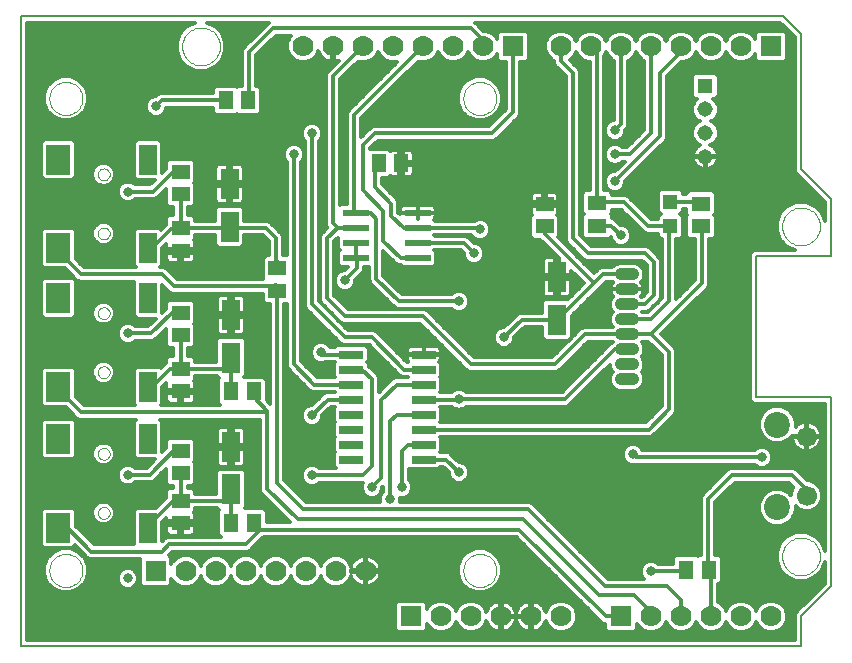
<source format=gtl>
G75*
G70*
%OFA0B0*%
%FSLAX24Y24*%
%IPPOS*%
%LPD*%
%AMOC8*
5,1,8,0,0,1.08239X$1,22.5*
%
%ADD10C,0.0000*%
%ADD11C,0.0050*%
%ADD12R,0.0700X0.0700*%
%ADD13C,0.0700*%
%ADD14R,0.0591X0.0512*%
%ADD15R,0.0630X0.1024*%
%ADD16C,0.0866*%
%ADD17C,0.0669*%
%ADD18R,0.0512X0.0630*%
%ADD19R,0.0787X0.0984*%
%ADD20R,0.0591X0.0984*%
%ADD21R,0.0630X0.0512*%
%ADD22R,0.0515X0.0515*%
%ADD23C,0.0515*%
%ADD24R,0.0800X0.0260*%
%ADD25R,0.0472X0.0472*%
%ADD26C,0.0397*%
%ADD27R,0.0866X0.0236*%
%ADD28R,0.0512X0.0591*%
%ADD29C,0.0120*%
%ADD30C,0.0317*%
%ADD31C,0.0240*%
D10*
X004305Y003896D02*
X004307Y003943D01*
X004313Y003989D01*
X004323Y004035D01*
X004336Y004080D01*
X004354Y004123D01*
X004375Y004165D01*
X004399Y004205D01*
X004427Y004242D01*
X004458Y004277D01*
X004492Y004310D01*
X004528Y004339D01*
X004567Y004365D01*
X004608Y004388D01*
X004651Y004407D01*
X004695Y004423D01*
X004740Y004435D01*
X004786Y004443D01*
X004833Y004447D01*
X004879Y004447D01*
X004926Y004443D01*
X004972Y004435D01*
X005017Y004423D01*
X005061Y004407D01*
X005104Y004388D01*
X005145Y004365D01*
X005184Y004339D01*
X005220Y004310D01*
X005254Y004277D01*
X005285Y004242D01*
X005313Y004205D01*
X005337Y004165D01*
X005358Y004123D01*
X005376Y004080D01*
X005389Y004035D01*
X005399Y003989D01*
X005405Y003943D01*
X005407Y003896D01*
X005405Y003849D01*
X005399Y003803D01*
X005389Y003757D01*
X005376Y003712D01*
X005358Y003669D01*
X005337Y003627D01*
X005313Y003587D01*
X005285Y003550D01*
X005254Y003515D01*
X005220Y003482D01*
X005184Y003453D01*
X005145Y003427D01*
X005104Y003404D01*
X005061Y003385D01*
X005017Y003369D01*
X004972Y003357D01*
X004926Y003349D01*
X004879Y003345D01*
X004833Y003345D01*
X004786Y003349D01*
X004740Y003357D01*
X004695Y003369D01*
X004651Y003385D01*
X004608Y003404D01*
X004567Y003427D01*
X004528Y003453D01*
X004492Y003482D01*
X004458Y003515D01*
X004427Y003550D01*
X004399Y003587D01*
X004375Y003627D01*
X004354Y003669D01*
X004336Y003712D01*
X004323Y003757D01*
X004313Y003803D01*
X004307Y003849D01*
X004305Y003896D01*
X005919Y005811D02*
X005921Y005838D01*
X005927Y005865D01*
X005936Y005891D01*
X005949Y005915D01*
X005965Y005938D01*
X005984Y005957D01*
X006006Y005974D01*
X006030Y005988D01*
X006055Y005998D01*
X006082Y006005D01*
X006109Y006008D01*
X006137Y006007D01*
X006164Y006002D01*
X006190Y005994D01*
X006214Y005982D01*
X006237Y005966D01*
X006258Y005948D01*
X006275Y005927D01*
X006290Y005903D01*
X006301Y005878D01*
X006309Y005852D01*
X006313Y005825D01*
X006313Y005797D01*
X006309Y005770D01*
X006301Y005744D01*
X006290Y005719D01*
X006275Y005695D01*
X006258Y005674D01*
X006237Y005656D01*
X006215Y005640D01*
X006190Y005628D01*
X006164Y005620D01*
X006137Y005615D01*
X006109Y005614D01*
X006082Y005617D01*
X006055Y005624D01*
X006030Y005634D01*
X006006Y005648D01*
X005984Y005665D01*
X005965Y005684D01*
X005949Y005707D01*
X005936Y005731D01*
X005927Y005757D01*
X005921Y005784D01*
X005919Y005811D01*
X005919Y007780D02*
X005921Y007807D01*
X005927Y007834D01*
X005936Y007860D01*
X005949Y007884D01*
X005965Y007907D01*
X005984Y007926D01*
X006006Y007943D01*
X006030Y007957D01*
X006055Y007967D01*
X006082Y007974D01*
X006109Y007977D01*
X006137Y007976D01*
X006164Y007971D01*
X006190Y007963D01*
X006214Y007951D01*
X006237Y007935D01*
X006258Y007917D01*
X006275Y007896D01*
X006290Y007872D01*
X006301Y007847D01*
X006309Y007821D01*
X006313Y007794D01*
X006313Y007766D01*
X006309Y007739D01*
X006301Y007713D01*
X006290Y007688D01*
X006275Y007664D01*
X006258Y007643D01*
X006237Y007625D01*
X006215Y007609D01*
X006190Y007597D01*
X006164Y007589D01*
X006137Y007584D01*
X006109Y007583D01*
X006082Y007586D01*
X006055Y007593D01*
X006030Y007603D01*
X006006Y007617D01*
X005984Y007634D01*
X005965Y007653D01*
X005949Y007676D01*
X005936Y007700D01*
X005927Y007726D01*
X005921Y007753D01*
X005919Y007780D01*
X005919Y010501D02*
X005921Y010528D01*
X005927Y010555D01*
X005936Y010581D01*
X005949Y010605D01*
X005965Y010628D01*
X005984Y010647D01*
X006006Y010664D01*
X006030Y010678D01*
X006055Y010688D01*
X006082Y010695D01*
X006109Y010698D01*
X006137Y010697D01*
X006164Y010692D01*
X006190Y010684D01*
X006214Y010672D01*
X006237Y010656D01*
X006258Y010638D01*
X006275Y010617D01*
X006290Y010593D01*
X006301Y010568D01*
X006309Y010542D01*
X006313Y010515D01*
X006313Y010487D01*
X006309Y010460D01*
X006301Y010434D01*
X006290Y010409D01*
X006275Y010385D01*
X006258Y010364D01*
X006237Y010346D01*
X006215Y010330D01*
X006190Y010318D01*
X006164Y010310D01*
X006137Y010305D01*
X006109Y010304D01*
X006082Y010307D01*
X006055Y010314D01*
X006030Y010324D01*
X006006Y010338D01*
X005984Y010355D01*
X005965Y010374D01*
X005949Y010397D01*
X005936Y010421D01*
X005927Y010447D01*
X005921Y010474D01*
X005919Y010501D01*
X005919Y012469D02*
X005921Y012496D01*
X005927Y012523D01*
X005936Y012549D01*
X005949Y012573D01*
X005965Y012596D01*
X005984Y012615D01*
X006006Y012632D01*
X006030Y012646D01*
X006055Y012656D01*
X006082Y012663D01*
X006109Y012666D01*
X006137Y012665D01*
X006164Y012660D01*
X006190Y012652D01*
X006214Y012640D01*
X006237Y012624D01*
X006258Y012606D01*
X006275Y012585D01*
X006290Y012561D01*
X006301Y012536D01*
X006309Y012510D01*
X006313Y012483D01*
X006313Y012455D01*
X006309Y012428D01*
X006301Y012402D01*
X006290Y012377D01*
X006275Y012353D01*
X006258Y012332D01*
X006237Y012314D01*
X006215Y012298D01*
X006190Y012286D01*
X006164Y012278D01*
X006137Y012273D01*
X006109Y012272D01*
X006082Y012275D01*
X006055Y012282D01*
X006030Y012292D01*
X006006Y012306D01*
X005984Y012323D01*
X005965Y012342D01*
X005949Y012365D01*
X005936Y012389D01*
X005927Y012415D01*
X005921Y012442D01*
X005919Y012469D01*
X005919Y015128D02*
X005921Y015155D01*
X005927Y015182D01*
X005936Y015208D01*
X005949Y015232D01*
X005965Y015255D01*
X005984Y015274D01*
X006006Y015291D01*
X006030Y015305D01*
X006055Y015315D01*
X006082Y015322D01*
X006109Y015325D01*
X006137Y015324D01*
X006164Y015319D01*
X006190Y015311D01*
X006214Y015299D01*
X006237Y015283D01*
X006258Y015265D01*
X006275Y015244D01*
X006290Y015220D01*
X006301Y015195D01*
X006309Y015169D01*
X006313Y015142D01*
X006313Y015114D01*
X006309Y015087D01*
X006301Y015061D01*
X006290Y015036D01*
X006275Y015012D01*
X006258Y014991D01*
X006237Y014973D01*
X006215Y014957D01*
X006190Y014945D01*
X006164Y014937D01*
X006137Y014932D01*
X006109Y014931D01*
X006082Y014934D01*
X006055Y014941D01*
X006030Y014951D01*
X006006Y014965D01*
X005984Y014982D01*
X005965Y015001D01*
X005949Y015024D01*
X005936Y015048D01*
X005927Y015074D01*
X005921Y015101D01*
X005919Y015128D01*
X005919Y017096D02*
X005921Y017123D01*
X005927Y017150D01*
X005936Y017176D01*
X005949Y017200D01*
X005965Y017223D01*
X005984Y017242D01*
X006006Y017259D01*
X006030Y017273D01*
X006055Y017283D01*
X006082Y017290D01*
X006109Y017293D01*
X006137Y017292D01*
X006164Y017287D01*
X006190Y017279D01*
X006214Y017267D01*
X006237Y017251D01*
X006258Y017233D01*
X006275Y017212D01*
X006290Y017188D01*
X006301Y017163D01*
X006309Y017137D01*
X006313Y017110D01*
X006313Y017082D01*
X006309Y017055D01*
X006301Y017029D01*
X006290Y017004D01*
X006275Y016980D01*
X006258Y016959D01*
X006237Y016941D01*
X006215Y016925D01*
X006190Y016913D01*
X006164Y016905D01*
X006137Y016900D01*
X006109Y016899D01*
X006082Y016902D01*
X006055Y016909D01*
X006030Y016919D01*
X006006Y016933D01*
X005984Y016950D01*
X005965Y016969D01*
X005949Y016992D01*
X005936Y017016D01*
X005927Y017042D01*
X005921Y017069D01*
X005919Y017096D01*
X004305Y019629D02*
X004307Y019676D01*
X004313Y019722D01*
X004323Y019768D01*
X004336Y019813D01*
X004354Y019856D01*
X004375Y019898D01*
X004399Y019938D01*
X004427Y019975D01*
X004458Y020010D01*
X004492Y020043D01*
X004528Y020072D01*
X004567Y020098D01*
X004608Y020121D01*
X004651Y020140D01*
X004695Y020156D01*
X004740Y020168D01*
X004786Y020176D01*
X004833Y020180D01*
X004879Y020180D01*
X004926Y020176D01*
X004972Y020168D01*
X005017Y020156D01*
X005061Y020140D01*
X005104Y020121D01*
X005145Y020098D01*
X005184Y020072D01*
X005220Y020043D01*
X005254Y020010D01*
X005285Y019975D01*
X005313Y019938D01*
X005337Y019898D01*
X005358Y019856D01*
X005376Y019813D01*
X005389Y019768D01*
X005399Y019722D01*
X005405Y019676D01*
X005407Y019629D01*
X005405Y019582D01*
X005399Y019536D01*
X005389Y019490D01*
X005376Y019445D01*
X005358Y019402D01*
X005337Y019360D01*
X005313Y019320D01*
X005285Y019283D01*
X005254Y019248D01*
X005220Y019215D01*
X005184Y019186D01*
X005145Y019160D01*
X005104Y019137D01*
X005061Y019118D01*
X005017Y019102D01*
X004972Y019090D01*
X004926Y019082D01*
X004879Y019078D01*
X004833Y019078D01*
X004786Y019082D01*
X004740Y019090D01*
X004695Y019102D01*
X004651Y019118D01*
X004608Y019137D01*
X004567Y019160D01*
X004528Y019186D01*
X004492Y019215D01*
X004458Y019248D01*
X004427Y019283D01*
X004399Y019320D01*
X004375Y019360D01*
X004354Y019402D01*
X004336Y019445D01*
X004323Y019490D01*
X004313Y019536D01*
X004307Y019582D01*
X004305Y019629D01*
X008730Y021360D02*
X008732Y021410D01*
X008738Y021460D01*
X008748Y021509D01*
X008762Y021557D01*
X008779Y021604D01*
X008800Y021649D01*
X008825Y021693D01*
X008853Y021734D01*
X008885Y021773D01*
X008919Y021810D01*
X008956Y021844D01*
X008996Y021874D01*
X009038Y021901D01*
X009082Y021925D01*
X009128Y021946D01*
X009175Y021962D01*
X009223Y021975D01*
X009273Y021984D01*
X009322Y021989D01*
X009373Y021990D01*
X009423Y021987D01*
X009472Y021980D01*
X009521Y021969D01*
X009569Y021954D01*
X009615Y021936D01*
X009660Y021914D01*
X009703Y021888D01*
X009744Y021859D01*
X009783Y021827D01*
X009819Y021792D01*
X009851Y021754D01*
X009881Y021714D01*
X009908Y021671D01*
X009931Y021627D01*
X009950Y021581D01*
X009966Y021533D01*
X009978Y021484D01*
X009986Y021435D01*
X009990Y021385D01*
X009990Y021335D01*
X009986Y021285D01*
X009978Y021236D01*
X009966Y021187D01*
X009950Y021139D01*
X009931Y021093D01*
X009908Y021049D01*
X009881Y021006D01*
X009851Y020966D01*
X009819Y020928D01*
X009783Y020893D01*
X009744Y020861D01*
X009703Y020832D01*
X009660Y020806D01*
X009615Y020784D01*
X009569Y020766D01*
X009521Y020751D01*
X009472Y020740D01*
X009423Y020733D01*
X009373Y020730D01*
X009322Y020731D01*
X009273Y020736D01*
X009223Y020745D01*
X009175Y020758D01*
X009128Y020774D01*
X009082Y020795D01*
X009038Y020819D01*
X008996Y020846D01*
X008956Y020876D01*
X008919Y020910D01*
X008885Y020947D01*
X008853Y020986D01*
X008825Y021027D01*
X008800Y021071D01*
X008779Y021116D01*
X008762Y021163D01*
X008748Y021211D01*
X008738Y021260D01*
X008732Y021310D01*
X008730Y021360D01*
X018104Y019629D02*
X018106Y019676D01*
X018112Y019722D01*
X018122Y019768D01*
X018135Y019813D01*
X018153Y019856D01*
X018174Y019898D01*
X018198Y019938D01*
X018226Y019975D01*
X018257Y020010D01*
X018291Y020043D01*
X018327Y020072D01*
X018366Y020098D01*
X018407Y020121D01*
X018450Y020140D01*
X018494Y020156D01*
X018539Y020168D01*
X018585Y020176D01*
X018632Y020180D01*
X018678Y020180D01*
X018725Y020176D01*
X018771Y020168D01*
X018816Y020156D01*
X018860Y020140D01*
X018903Y020121D01*
X018944Y020098D01*
X018983Y020072D01*
X019019Y020043D01*
X019053Y020010D01*
X019084Y019975D01*
X019112Y019938D01*
X019136Y019898D01*
X019157Y019856D01*
X019175Y019813D01*
X019188Y019768D01*
X019198Y019722D01*
X019204Y019676D01*
X019206Y019629D01*
X019204Y019582D01*
X019198Y019536D01*
X019188Y019490D01*
X019175Y019445D01*
X019157Y019402D01*
X019136Y019360D01*
X019112Y019320D01*
X019084Y019283D01*
X019053Y019248D01*
X019019Y019215D01*
X018983Y019186D01*
X018944Y019160D01*
X018903Y019137D01*
X018860Y019118D01*
X018816Y019102D01*
X018771Y019090D01*
X018725Y019082D01*
X018678Y019078D01*
X018632Y019078D01*
X018585Y019082D01*
X018539Y019090D01*
X018494Y019102D01*
X018450Y019118D01*
X018407Y019137D01*
X018366Y019160D01*
X018327Y019186D01*
X018291Y019215D01*
X018257Y019248D01*
X018226Y019283D01*
X018198Y019320D01*
X018174Y019360D01*
X018153Y019402D01*
X018135Y019445D01*
X018122Y019490D01*
X018112Y019536D01*
X018106Y019582D01*
X018104Y019629D01*
X028730Y015360D02*
X028732Y015410D01*
X028738Y015460D01*
X028748Y015509D01*
X028762Y015557D01*
X028779Y015604D01*
X028800Y015649D01*
X028825Y015693D01*
X028853Y015734D01*
X028885Y015773D01*
X028919Y015810D01*
X028956Y015844D01*
X028996Y015874D01*
X029038Y015901D01*
X029082Y015925D01*
X029128Y015946D01*
X029175Y015962D01*
X029223Y015975D01*
X029273Y015984D01*
X029322Y015989D01*
X029373Y015990D01*
X029423Y015987D01*
X029472Y015980D01*
X029521Y015969D01*
X029569Y015954D01*
X029615Y015936D01*
X029660Y015914D01*
X029703Y015888D01*
X029744Y015859D01*
X029783Y015827D01*
X029819Y015792D01*
X029851Y015754D01*
X029881Y015714D01*
X029908Y015671D01*
X029931Y015627D01*
X029950Y015581D01*
X029966Y015533D01*
X029978Y015484D01*
X029986Y015435D01*
X029990Y015385D01*
X029990Y015335D01*
X029986Y015285D01*
X029978Y015236D01*
X029966Y015187D01*
X029950Y015139D01*
X029931Y015093D01*
X029908Y015049D01*
X029881Y015006D01*
X029851Y014966D01*
X029819Y014928D01*
X029783Y014893D01*
X029744Y014861D01*
X029703Y014832D01*
X029660Y014806D01*
X029615Y014784D01*
X029569Y014766D01*
X029521Y014751D01*
X029472Y014740D01*
X029423Y014733D01*
X029373Y014730D01*
X029322Y014731D01*
X029273Y014736D01*
X029223Y014745D01*
X029175Y014758D01*
X029128Y014774D01*
X029082Y014795D01*
X029038Y014819D01*
X028996Y014846D01*
X028956Y014876D01*
X028919Y014910D01*
X028885Y014947D01*
X028853Y014986D01*
X028825Y015027D01*
X028800Y015071D01*
X028779Y015116D01*
X028762Y015163D01*
X028748Y015211D01*
X028738Y015260D01*
X028732Y015310D01*
X028730Y015360D01*
X028730Y004360D02*
X028732Y004410D01*
X028738Y004460D01*
X028748Y004509D01*
X028762Y004557D01*
X028779Y004604D01*
X028800Y004649D01*
X028825Y004693D01*
X028853Y004734D01*
X028885Y004773D01*
X028919Y004810D01*
X028956Y004844D01*
X028996Y004874D01*
X029038Y004901D01*
X029082Y004925D01*
X029128Y004946D01*
X029175Y004962D01*
X029223Y004975D01*
X029273Y004984D01*
X029322Y004989D01*
X029373Y004990D01*
X029423Y004987D01*
X029472Y004980D01*
X029521Y004969D01*
X029569Y004954D01*
X029615Y004936D01*
X029660Y004914D01*
X029703Y004888D01*
X029744Y004859D01*
X029783Y004827D01*
X029819Y004792D01*
X029851Y004754D01*
X029881Y004714D01*
X029908Y004671D01*
X029931Y004627D01*
X029950Y004581D01*
X029966Y004533D01*
X029978Y004484D01*
X029986Y004435D01*
X029990Y004385D01*
X029990Y004335D01*
X029986Y004285D01*
X029978Y004236D01*
X029966Y004187D01*
X029950Y004139D01*
X029931Y004093D01*
X029908Y004049D01*
X029881Y004006D01*
X029851Y003966D01*
X029819Y003928D01*
X029783Y003893D01*
X029744Y003861D01*
X029703Y003832D01*
X029660Y003806D01*
X029615Y003784D01*
X029569Y003766D01*
X029521Y003751D01*
X029472Y003740D01*
X029423Y003733D01*
X029373Y003730D01*
X029322Y003731D01*
X029273Y003736D01*
X029223Y003745D01*
X029175Y003758D01*
X029128Y003774D01*
X029082Y003795D01*
X029038Y003819D01*
X028996Y003846D01*
X028956Y003876D01*
X028919Y003910D01*
X028885Y003947D01*
X028853Y003986D01*
X028825Y004027D01*
X028800Y004071D01*
X028779Y004116D01*
X028762Y004163D01*
X028748Y004211D01*
X028738Y004260D01*
X028732Y004310D01*
X028730Y004360D01*
X018104Y003896D02*
X018106Y003943D01*
X018112Y003989D01*
X018122Y004035D01*
X018135Y004080D01*
X018153Y004123D01*
X018174Y004165D01*
X018198Y004205D01*
X018226Y004242D01*
X018257Y004277D01*
X018291Y004310D01*
X018327Y004339D01*
X018366Y004365D01*
X018407Y004388D01*
X018450Y004407D01*
X018494Y004423D01*
X018539Y004435D01*
X018585Y004443D01*
X018632Y004447D01*
X018678Y004447D01*
X018725Y004443D01*
X018771Y004435D01*
X018816Y004423D01*
X018860Y004407D01*
X018903Y004388D01*
X018944Y004365D01*
X018983Y004339D01*
X019019Y004310D01*
X019053Y004277D01*
X019084Y004242D01*
X019112Y004205D01*
X019136Y004165D01*
X019157Y004123D01*
X019175Y004080D01*
X019188Y004035D01*
X019198Y003989D01*
X019204Y003943D01*
X019206Y003896D01*
X019204Y003849D01*
X019198Y003803D01*
X019188Y003757D01*
X019175Y003712D01*
X019157Y003669D01*
X019136Y003627D01*
X019112Y003587D01*
X019084Y003550D01*
X019053Y003515D01*
X019019Y003482D01*
X018983Y003453D01*
X018944Y003427D01*
X018903Y003404D01*
X018860Y003385D01*
X018816Y003369D01*
X018771Y003357D01*
X018725Y003349D01*
X018678Y003345D01*
X018632Y003345D01*
X018585Y003349D01*
X018539Y003357D01*
X018494Y003369D01*
X018450Y003385D01*
X018407Y003404D01*
X018366Y003427D01*
X018327Y003453D01*
X018291Y003482D01*
X018257Y003515D01*
X018226Y003550D01*
X018198Y003587D01*
X018174Y003627D01*
X018153Y003669D01*
X018135Y003712D01*
X018122Y003757D01*
X018112Y003803D01*
X018106Y003849D01*
X018104Y003896D01*
D11*
X029360Y001360D02*
X003360Y001360D01*
X003360Y022360D01*
X028760Y022360D01*
X029360Y021760D01*
X029360Y017260D01*
X030360Y016260D01*
X030360Y014360D01*
X027860Y014360D01*
X027860Y009660D01*
X030360Y009660D01*
X030360Y003360D01*
X029360Y002360D01*
X029360Y001360D01*
D12*
X023360Y002360D03*
X016360Y002360D03*
X007843Y003873D03*
X019760Y021360D03*
X028360Y021360D03*
D13*
X027360Y021360D03*
X026360Y021360D03*
X025360Y021360D03*
X024360Y021360D03*
X023360Y021360D03*
X022360Y021360D03*
X021360Y021360D03*
X018760Y021360D03*
X017760Y021360D03*
X016760Y021360D03*
X015760Y021360D03*
X014760Y021360D03*
X013760Y021360D03*
X012760Y021360D03*
X012843Y003873D03*
X013843Y003873D03*
X014843Y003873D03*
X017360Y002360D03*
X018360Y002360D03*
X019360Y002360D03*
X020360Y002360D03*
X021360Y002360D03*
X024360Y002360D03*
X025360Y002360D03*
X026360Y002360D03*
X027360Y002360D03*
X028360Y002360D03*
X011843Y003873D03*
X010843Y003873D03*
X009843Y003873D03*
X008843Y003873D03*
D14*
X020810Y015361D03*
X020810Y016109D03*
D15*
X021219Y013668D03*
X021219Y012250D03*
X010360Y012408D03*
X010360Y010990D03*
X010360Y008014D03*
X010360Y006596D03*
X010311Y015349D03*
X010311Y016766D03*
D16*
X028563Y008750D03*
X028563Y005995D03*
D17*
X029548Y006388D03*
X029548Y008357D03*
D18*
X026283Y003921D03*
X025535Y003921D03*
X011109Y005479D03*
X010361Y005479D03*
X010361Y009860D03*
X011109Y009860D03*
X010934Y019560D03*
X010186Y019560D03*
D19*
X004608Y017588D03*
X004608Y014636D03*
X004608Y012961D03*
X004608Y010009D03*
X004608Y008272D03*
X004608Y005319D03*
D20*
X007592Y005319D03*
X007592Y008272D03*
X007592Y010009D03*
X007592Y012961D03*
X007592Y014636D03*
X007592Y017588D03*
D21*
X008679Y017177D03*
X008679Y016429D03*
X008679Y015298D03*
X008679Y014550D03*
X008679Y012488D03*
X008679Y011740D03*
X008679Y010609D03*
X008679Y009861D03*
X008679Y007880D03*
X008679Y007132D03*
X008679Y006215D03*
X008679Y005467D03*
X011905Y013211D03*
X011905Y013959D03*
X022560Y015386D03*
X022560Y016134D03*
X026020Y016124D03*
X026020Y015376D03*
D22*
X026173Y020048D03*
D23*
X026173Y019260D03*
X026173Y018473D03*
X026173Y017685D03*
D24*
X016784Y011089D03*
X016784Y010589D03*
X016784Y010089D03*
X016784Y009589D03*
X016784Y009089D03*
X016784Y008589D03*
X016784Y008089D03*
X016784Y007589D03*
X014364Y007589D03*
X014364Y008089D03*
X014364Y008589D03*
X014364Y009089D03*
X014364Y009589D03*
X014364Y010089D03*
X014364Y010589D03*
X014364Y011089D03*
D25*
X025003Y015363D03*
X025003Y016190D03*
D26*
X023760Y013760D02*
X023363Y013760D01*
X023363Y013260D02*
X023760Y013260D01*
X023760Y012760D02*
X023363Y012760D01*
X023363Y012260D02*
X023760Y012260D01*
X023760Y011760D02*
X023363Y011760D01*
X023363Y011260D02*
X023760Y011260D01*
X023760Y010760D02*
X023363Y010760D01*
X023363Y010260D02*
X023760Y010260D01*
D27*
X016584Y014310D03*
X016584Y014810D03*
X016584Y015310D03*
X016584Y015810D03*
X014536Y015810D03*
X014536Y015310D03*
X014536Y014810D03*
X014536Y014310D03*
D28*
X015286Y017460D03*
X016034Y017460D03*
D29*
X016094Y017439D02*
X021520Y017439D01*
X021520Y017557D02*
X016450Y017557D01*
X016450Y017520D02*
X016450Y017776D01*
X016439Y017817D01*
X016418Y017854D01*
X016388Y017883D01*
X016352Y017904D01*
X016311Y017915D01*
X016094Y017915D01*
X016094Y017520D01*
X015974Y017520D01*
X015974Y017915D01*
X015757Y017915D01*
X015716Y017904D01*
X015680Y017883D01*
X015674Y017878D01*
X015616Y017935D01*
X015000Y017935D01*
X015000Y017961D01*
X015259Y018220D01*
X019108Y018220D01*
X019196Y018257D01*
X019896Y018957D01*
X019963Y019024D01*
X020000Y019112D01*
X020000Y020830D01*
X020185Y020830D01*
X020290Y020935D01*
X020290Y021785D01*
X020185Y021890D01*
X019335Y021890D01*
X019230Y021785D01*
X019230Y021610D01*
X019209Y021660D01*
X019060Y021809D01*
X018865Y021890D01*
X018769Y021890D01*
X018563Y022096D01*
X018504Y022155D01*
X028675Y022155D01*
X029155Y021675D01*
X029155Y017175D01*
X030155Y016175D01*
X030155Y015557D01*
X030047Y015819D01*
X029819Y016047D01*
X029521Y016170D01*
X029199Y016170D01*
X028901Y016047D01*
X028673Y015819D01*
X028550Y015521D01*
X028550Y015199D01*
X028673Y014901D01*
X028901Y014673D01*
X029163Y014565D01*
X027775Y014565D01*
X027655Y014445D01*
X027655Y009575D01*
X027775Y009455D01*
X030155Y009455D01*
X030155Y004557D01*
X030047Y004819D01*
X029819Y005047D01*
X029521Y005170D01*
X029199Y005170D01*
X028901Y005047D01*
X028673Y004819D01*
X028550Y004521D01*
X028550Y004199D01*
X028673Y003901D01*
X028901Y003673D01*
X029199Y003550D01*
X029521Y003550D01*
X029819Y003673D01*
X030047Y003901D01*
X030155Y004163D01*
X030155Y003445D01*
X029275Y002565D01*
X029155Y002445D01*
X029155Y001565D01*
X003565Y001565D01*
X003565Y022155D01*
X009163Y022155D01*
X008901Y022047D01*
X008673Y021819D01*
X008550Y021521D01*
X008550Y021199D01*
X008673Y020901D01*
X008901Y020673D01*
X009199Y020550D01*
X009521Y020550D01*
X009819Y020673D01*
X010047Y020901D01*
X010170Y021199D01*
X010170Y021521D01*
X010047Y021819D01*
X009819Y022047D01*
X009557Y022155D01*
X011616Y022155D01*
X010824Y021363D01*
X010757Y021296D01*
X010720Y021208D01*
X010720Y020055D01*
X010604Y020055D01*
X010560Y020011D01*
X010516Y020055D01*
X009856Y020055D01*
X009750Y019950D01*
X009750Y019800D01*
X008012Y019800D01*
X007924Y019763D01*
X007859Y019698D01*
X007793Y019698D01*
X007668Y019647D01*
X007573Y019552D01*
X007522Y019427D01*
X007522Y019293D01*
X007573Y019168D01*
X007668Y019073D01*
X007793Y019022D01*
X007927Y019022D01*
X008052Y019073D01*
X008147Y019168D01*
X008198Y019293D01*
X008198Y019320D01*
X009750Y019320D01*
X009750Y019170D01*
X009856Y019065D01*
X010516Y019065D01*
X010560Y019109D01*
X010604Y019065D01*
X011264Y019065D01*
X011370Y019170D01*
X011370Y019950D01*
X011264Y020055D01*
X011200Y020055D01*
X011200Y021061D01*
X011859Y021720D01*
X012370Y021720D01*
X012311Y021660D01*
X012230Y021465D01*
X012230Y021255D01*
X012311Y021060D01*
X012460Y020911D01*
X012655Y020830D01*
X012865Y020830D01*
X013060Y020911D01*
X013209Y021060D01*
X013272Y021211D01*
X013287Y021164D01*
X013324Y021093D01*
X013371Y021028D01*
X013428Y020971D01*
X013493Y020924D01*
X013564Y020887D01*
X013641Y020863D01*
X013720Y020850D01*
X013740Y020850D01*
X013740Y021340D01*
X013780Y021340D01*
X013780Y020850D01*
X013800Y020850D01*
X013879Y020863D01*
X013944Y020884D01*
X013557Y020496D01*
X013520Y020408D01*
X013520Y015412D01*
X013557Y015324D01*
X013571Y015310D01*
X013357Y015096D01*
X013320Y015008D01*
X013320Y012912D01*
X013357Y012824D01*
X013424Y012757D01*
X014024Y012157D01*
X014112Y012120D01*
X016661Y012120D01*
X018157Y010624D01*
X018224Y010557D01*
X018312Y010520D01*
X021208Y010520D01*
X021296Y010557D01*
X022259Y011520D01*
X023068Y011520D01*
X023078Y011510D01*
X023042Y011474D01*
X023041Y011470D01*
X023024Y011463D01*
X022957Y011396D01*
X021397Y009836D01*
X018199Y009836D01*
X018152Y009883D01*
X018027Y009935D01*
X017893Y009935D01*
X017768Y009883D01*
X017714Y009829D01*
X017329Y009829D01*
X017319Y009839D01*
X017364Y009885D01*
X017364Y010294D01*
X017319Y010339D01*
X017364Y010385D01*
X017364Y010794D01*
X017305Y010854D01*
X017312Y010861D01*
X017333Y010898D01*
X017344Y010938D01*
X017344Y011084D01*
X016789Y011084D01*
X016789Y011094D01*
X017344Y011094D01*
X017344Y011240D01*
X017333Y011281D01*
X017312Y011318D01*
X017282Y011347D01*
X017246Y011369D01*
X017205Y011379D01*
X016789Y011379D01*
X016789Y011094D01*
X016779Y011094D01*
X016779Y011084D01*
X016224Y011084D01*
X016224Y010938D01*
X016235Y010898D01*
X016256Y010861D01*
X016264Y010854D01*
X016240Y010829D01*
X016230Y010829D01*
X015196Y011863D01*
X015108Y011900D01*
X014259Y011900D01*
X013300Y012859D01*
X013300Y018221D01*
X013347Y018268D01*
X013398Y018393D01*
X013398Y018527D01*
X013347Y018652D01*
X013252Y018747D01*
X013127Y018798D01*
X012993Y018798D01*
X012868Y018747D01*
X012773Y018652D01*
X012722Y018527D01*
X012722Y018393D01*
X012773Y018268D01*
X012820Y018221D01*
X012820Y012712D01*
X012857Y012624D01*
X013957Y011524D01*
X014024Y011457D01*
X014112Y011420D01*
X014961Y011420D01*
X015927Y010453D01*
X015995Y010386D01*
X016083Y010349D01*
X016240Y010349D01*
X016250Y010339D01*
X016240Y010329D01*
X015842Y010329D01*
X015753Y010293D01*
X015300Y009839D01*
X015300Y010308D01*
X015263Y010396D01*
X015196Y010463D01*
X014944Y010715D01*
X014944Y010794D01*
X014899Y010839D01*
X014944Y010885D01*
X014944Y011294D01*
X014839Y011399D01*
X013890Y011399D01*
X013820Y011329D01*
X013656Y011329D01*
X013647Y011352D01*
X013552Y011447D01*
X013427Y011498D01*
X013293Y011498D01*
X013168Y011447D01*
X013073Y011352D01*
X013022Y011227D01*
X013022Y011093D01*
X013073Y010968D01*
X013168Y010873D01*
X013293Y010822D01*
X013427Y010822D01*
X013495Y010849D01*
X013820Y010849D01*
X013830Y010839D01*
X013784Y010794D01*
X013784Y010385D01*
X013830Y010339D01*
X013820Y010329D01*
X013230Y010329D01*
X012700Y010859D01*
X012700Y017521D01*
X012747Y017568D01*
X012798Y017693D01*
X012798Y017827D01*
X012747Y017952D01*
X012652Y018047D01*
X012527Y018098D01*
X012393Y018098D01*
X012268Y018047D01*
X012173Y017952D01*
X012122Y017827D01*
X012122Y017693D01*
X012173Y017568D01*
X012220Y017521D01*
X012220Y014395D01*
X012100Y014395D01*
X012100Y015008D01*
X012063Y015096D01*
X011996Y015163D01*
X011656Y015503D01*
X011568Y015539D01*
X010806Y015539D01*
X010806Y015935D01*
X010700Y016040D01*
X009921Y016040D01*
X009816Y015935D01*
X009816Y015539D01*
X009174Y015539D01*
X009174Y015629D01*
X009069Y015734D01*
X008919Y015734D01*
X008919Y015993D01*
X009069Y015993D01*
X009174Y016099D01*
X009174Y016760D01*
X009131Y016803D01*
X009174Y016847D01*
X009174Y017508D01*
X009069Y017613D01*
X008290Y017613D01*
X008184Y017508D01*
X008184Y017271D01*
X008068Y017157D01*
X008068Y018155D01*
X007962Y018260D01*
X007222Y018260D01*
X007117Y018155D01*
X007117Y017022D01*
X007222Y016916D01*
X007818Y016916D01*
X007657Y016759D01*
X007156Y016759D01*
X007109Y016806D01*
X006984Y016858D01*
X006850Y016858D01*
X006725Y016806D01*
X006630Y016711D01*
X006579Y016587D01*
X006579Y016452D01*
X006630Y016328D01*
X006725Y016233D01*
X006850Y016181D01*
X006984Y016181D01*
X007109Y016233D01*
X007156Y016279D01*
X007752Y016279D01*
X007798Y016279D01*
X007799Y016279D01*
X007801Y016279D01*
X007844Y016297D01*
X007886Y016314D01*
X007888Y016315D01*
X007890Y016316D01*
X007922Y016348D01*
X008184Y016602D01*
X008184Y016099D01*
X008290Y015993D01*
X008439Y015993D01*
X008439Y015734D01*
X008290Y015734D01*
X008184Y015629D01*
X008184Y015424D01*
X006353Y015424D01*
X006329Y015447D02*
X006191Y015505D01*
X006041Y015505D01*
X005902Y015447D01*
X005796Y015341D01*
X005739Y015203D01*
X005739Y015053D01*
X005796Y014914D01*
X005902Y014808D01*
X006041Y014751D01*
X006191Y014751D01*
X006329Y014808D01*
X006435Y014914D01*
X006493Y015053D01*
X006493Y015203D01*
X006435Y015341D01*
X006329Y015447D01*
X006450Y015306D02*
X007220Y015306D01*
X007222Y015308D02*
X007117Y015202D01*
X007117Y014069D01*
X007186Y014000D01*
X005459Y014000D01*
X005182Y014278D01*
X005182Y015202D01*
X005076Y015308D01*
X004140Y015308D01*
X004034Y015202D01*
X004034Y014069D01*
X004140Y013963D01*
X004817Y013963D01*
X005157Y013624D01*
X005224Y013557D01*
X005312Y013520D01*
X007117Y013520D01*
X007117Y012395D01*
X007222Y012289D01*
X007869Y012289D01*
X007607Y012035D01*
X007156Y012035D01*
X007109Y012082D01*
X006984Y012133D01*
X006850Y012133D01*
X006725Y012082D01*
X006630Y011987D01*
X006579Y011862D01*
X006579Y011728D01*
X006630Y011603D01*
X006725Y011508D01*
X006850Y011457D01*
X006984Y011457D01*
X007109Y011508D01*
X007156Y011555D01*
X007703Y011555D01*
X007749Y011554D01*
X007750Y011555D01*
X007752Y011555D01*
X007795Y011573D01*
X007837Y011590D01*
X007839Y011591D01*
X007840Y011592D01*
X007873Y011624D01*
X008184Y011926D01*
X008184Y011409D01*
X008290Y011304D01*
X008439Y011304D01*
X008439Y011045D01*
X008290Y011045D01*
X008184Y010939D01*
X008184Y010803D01*
X008159Y010777D01*
X008130Y010753D01*
X008125Y010743D01*
X008012Y010631D01*
X007962Y010681D01*
X007222Y010681D01*
X007117Y010575D01*
X007117Y009442D01*
X007159Y009400D01*
X005459Y009400D01*
X005182Y009678D01*
X005182Y010575D01*
X005076Y010681D01*
X004140Y010681D01*
X004034Y010575D01*
X004034Y009442D01*
X004140Y009336D01*
X004844Y009336D01*
X005157Y009024D01*
X005224Y008957D01*
X005312Y008920D01*
X007198Y008920D01*
X007117Y008839D01*
X007117Y007705D01*
X007222Y007600D01*
X007825Y007600D01*
X007552Y007311D01*
X007156Y007311D01*
X007109Y007358D01*
X006984Y007409D01*
X006850Y007409D01*
X006725Y007358D01*
X006630Y007262D01*
X006579Y007138D01*
X006579Y007003D01*
X006630Y006879D01*
X006725Y006784D01*
X006850Y006732D01*
X006984Y006732D01*
X007109Y006784D01*
X007156Y006831D01*
X007611Y006831D01*
X007614Y006829D01*
X007659Y006831D01*
X007703Y006831D01*
X007706Y006832D01*
X007710Y006832D01*
X007750Y006850D01*
X007791Y006867D01*
X007794Y006870D01*
X007797Y006871D01*
X007827Y006903D01*
X007859Y006935D01*
X007860Y006938D01*
X008184Y007281D01*
X008184Y006802D01*
X008290Y006696D01*
X008439Y006696D01*
X008439Y006651D01*
X008290Y006651D01*
X008184Y006545D01*
X008184Y006327D01*
X008181Y006320D01*
X008181Y006299D01*
X007873Y005991D01*
X007222Y005991D01*
X007117Y005886D01*
X007117Y004763D01*
X005796Y004763D01*
X005182Y005378D01*
X005182Y005886D01*
X005076Y005991D01*
X004140Y005991D01*
X004034Y005886D01*
X004034Y004752D01*
X004140Y004647D01*
X005076Y004647D01*
X005155Y004726D01*
X005561Y004320D01*
X005649Y004284D01*
X007313Y004284D01*
X007313Y003448D01*
X007419Y003343D01*
X008268Y003343D01*
X008373Y003448D01*
X008373Y003623D01*
X008394Y003573D01*
X008543Y003424D01*
X008738Y003343D01*
X008948Y003343D01*
X009143Y003424D01*
X009292Y003573D01*
X009343Y003695D01*
X009394Y003573D01*
X009543Y003424D01*
X009738Y003343D01*
X009948Y003343D01*
X010143Y003424D01*
X010292Y003573D01*
X010343Y003695D01*
X010394Y003573D01*
X010543Y003424D01*
X010738Y003343D01*
X010948Y003343D01*
X011143Y003424D01*
X011292Y003573D01*
X011343Y003695D01*
X011394Y003573D01*
X011543Y003424D01*
X011738Y003343D01*
X011948Y003343D01*
X012143Y003424D01*
X012292Y003573D01*
X012343Y003695D01*
X012394Y003573D01*
X012543Y003424D01*
X012738Y003343D01*
X012948Y003343D01*
X013143Y003424D01*
X013292Y003573D01*
X013343Y003695D01*
X013394Y003573D01*
X013543Y003424D01*
X013738Y003343D01*
X013948Y003343D01*
X014143Y003424D01*
X014292Y003573D01*
X014355Y003724D01*
X014370Y003677D01*
X014407Y003606D01*
X014454Y003541D01*
X014511Y003484D01*
X014576Y003437D01*
X014647Y003400D01*
X014724Y003375D01*
X014803Y003363D01*
X014824Y003363D01*
X014824Y003854D01*
X014373Y003854D01*
X014373Y003892D01*
X014824Y003892D01*
X014824Y004383D01*
X014803Y004383D01*
X014724Y004370D01*
X014647Y004346D01*
X014576Y004309D01*
X014511Y004262D01*
X014454Y004205D01*
X014407Y004140D01*
X014370Y004069D01*
X014355Y004022D01*
X014292Y004173D01*
X014143Y004322D01*
X013948Y004403D01*
X013738Y004403D01*
X013543Y004322D01*
X013394Y004173D01*
X013343Y004051D01*
X013292Y004173D01*
X013143Y004322D01*
X012948Y004403D01*
X012738Y004403D01*
X012543Y004322D01*
X012394Y004173D01*
X012343Y004051D01*
X012292Y004173D01*
X012143Y004322D01*
X011948Y004403D01*
X011738Y004403D01*
X011543Y004322D01*
X011394Y004173D01*
X011343Y004051D01*
X011292Y004173D01*
X011143Y004322D01*
X010948Y004403D01*
X010738Y004403D01*
X010543Y004322D01*
X010394Y004173D01*
X010343Y004051D01*
X010292Y004173D01*
X010143Y004322D01*
X009948Y004403D01*
X009738Y004403D01*
X009543Y004322D01*
X009394Y004173D01*
X009343Y004051D01*
X009292Y004173D01*
X009143Y004322D01*
X008948Y004403D01*
X008738Y004403D01*
X008543Y004322D01*
X008394Y004173D01*
X008373Y004123D01*
X008373Y004297D01*
X008276Y004394D01*
X008402Y004520D01*
X010890Y004520D01*
X010978Y004557D01*
X011406Y004984D01*
X011439Y004984D01*
X011468Y005013D01*
X019861Y005013D01*
X022717Y002157D01*
X022805Y002120D01*
X022830Y002120D01*
X022830Y001935D01*
X022935Y001830D01*
X023785Y001830D01*
X023890Y001935D01*
X023890Y002110D01*
X023911Y002060D01*
X024060Y001911D01*
X024255Y001830D01*
X024465Y001830D01*
X024660Y001911D01*
X024809Y002060D01*
X024860Y002182D01*
X024911Y002060D01*
X025060Y001911D01*
X025255Y001830D01*
X025465Y001830D01*
X025660Y001911D01*
X025809Y002060D01*
X025860Y002182D01*
X025911Y002060D01*
X026060Y001911D01*
X026255Y001830D01*
X026465Y001830D01*
X026660Y001911D01*
X026809Y002060D01*
X026860Y002182D01*
X026911Y002060D01*
X027060Y001911D01*
X027255Y001830D01*
X027465Y001830D01*
X027660Y001911D01*
X027809Y002060D01*
X027860Y002182D01*
X027911Y002060D01*
X028060Y001911D01*
X028255Y001830D01*
X028465Y001830D01*
X028660Y001911D01*
X028809Y002060D01*
X028890Y002255D01*
X028890Y002465D01*
X028809Y002660D01*
X028660Y002809D01*
X028465Y002890D01*
X028255Y002890D01*
X028060Y002809D01*
X027911Y002660D01*
X027860Y002538D01*
X027809Y002660D01*
X027660Y002809D01*
X027465Y002890D01*
X027255Y002890D01*
X027060Y002809D01*
X026911Y002660D01*
X026860Y002538D01*
X026809Y002660D01*
X026660Y002809D01*
X026600Y002834D01*
X026600Y003426D01*
X026613Y003426D01*
X026719Y003531D01*
X026719Y004310D01*
X026613Y004416D01*
X026500Y004416D01*
X026500Y006161D01*
X027159Y006820D01*
X028961Y006820D01*
X029108Y006672D01*
X029033Y006491D01*
X029033Y006392D01*
X028911Y006514D01*
X028685Y006608D01*
X028441Y006608D01*
X028216Y006514D01*
X028044Y006342D01*
X027950Y006116D01*
X027950Y005873D01*
X028044Y005647D01*
X028216Y005475D01*
X028441Y005381D01*
X028685Y005381D01*
X028911Y005475D01*
X029083Y005647D01*
X029176Y005873D01*
X029176Y006032D01*
X029256Y005952D01*
X029445Y005874D01*
X029650Y005874D01*
X029839Y005952D01*
X029984Y006097D01*
X030062Y006286D01*
X030062Y006491D01*
X029984Y006680D01*
X029839Y006825D01*
X029650Y006903D01*
X029557Y006903D01*
X029263Y007196D01*
X029196Y007263D01*
X029108Y007300D01*
X027012Y007300D01*
X026924Y007263D01*
X026124Y006463D01*
X026057Y006396D01*
X026020Y006308D01*
X026020Y004416D01*
X025952Y004416D01*
X025909Y004372D01*
X025865Y004416D01*
X025204Y004416D01*
X025099Y004310D01*
X025099Y004100D01*
X024599Y004100D01*
X024552Y004147D01*
X024427Y004198D01*
X024293Y004198D01*
X024168Y004147D01*
X024073Y004052D01*
X024022Y003927D01*
X024022Y003793D01*
X024073Y003668D01*
X024126Y003615D01*
X022912Y003615D01*
X020456Y006072D01*
X020388Y006139D01*
X020300Y006176D01*
X015991Y006176D01*
X015998Y006193D01*
X015998Y006322D01*
X016127Y006322D01*
X016252Y006373D01*
X016347Y006468D01*
X016398Y006593D01*
X016398Y006727D01*
X016347Y006852D01*
X016300Y006899D01*
X016300Y007289D01*
X016310Y007279D01*
X017259Y007279D01*
X017329Y007349D01*
X017431Y007349D01*
X017622Y007159D01*
X017622Y007093D01*
X017673Y006968D01*
X017768Y006873D01*
X017893Y006822D01*
X018027Y006822D01*
X018152Y006873D01*
X018247Y006968D01*
X018298Y007093D01*
X018298Y007227D01*
X018247Y007352D01*
X018152Y007447D01*
X018027Y007498D01*
X017961Y007498D01*
X017734Y007725D01*
X017667Y007793D01*
X017578Y007829D01*
X017329Y007829D01*
X017319Y007839D01*
X017364Y007885D01*
X017364Y008294D01*
X017319Y008339D01*
X017329Y008349D01*
X024337Y008349D01*
X024425Y008386D01*
X024493Y008453D01*
X025163Y009124D01*
X025200Y009212D01*
X025200Y011208D01*
X025163Y011296D01*
X025096Y011363D01*
X024699Y011760D01*
X026196Y013257D01*
X026263Y013324D01*
X026300Y013412D01*
X026300Y014940D01*
X026410Y014940D01*
X026515Y015046D01*
X026515Y015706D01*
X026471Y015750D01*
X026515Y015794D01*
X026515Y016454D01*
X026410Y016560D01*
X025630Y016560D01*
X025525Y016454D01*
X025525Y016430D01*
X025419Y016430D01*
X025419Y016501D01*
X025314Y016606D01*
X024692Y016606D01*
X024587Y016501D01*
X024587Y015879D01*
X024689Y015776D01*
X024587Y015674D01*
X024587Y015603D01*
X024356Y015603D01*
X023663Y016296D01*
X023596Y016363D01*
X023508Y016400D01*
X023055Y016400D01*
X023055Y016464D01*
X022950Y016570D01*
X022800Y016570D01*
X022800Y021050D01*
X022809Y021060D01*
X022860Y021182D01*
X022911Y021060D01*
X023060Y020911D01*
X023120Y020886D01*
X023120Y018898D01*
X023093Y018898D01*
X022968Y018847D01*
X022873Y018752D01*
X022822Y018627D01*
X022822Y018493D01*
X022873Y018368D01*
X022968Y018273D01*
X023093Y018222D01*
X023227Y018222D01*
X023352Y018273D01*
X023447Y018368D01*
X023498Y018493D01*
X023498Y018559D01*
X023563Y018624D01*
X024120Y018624D01*
X024120Y018559D02*
X023561Y018000D01*
X023399Y018000D01*
X023352Y018047D01*
X023227Y018098D01*
X023093Y018098D01*
X022968Y018047D01*
X022873Y017952D01*
X022822Y017827D01*
X022822Y017693D01*
X022873Y017568D01*
X022968Y017473D01*
X023093Y017422D01*
X023227Y017422D01*
X023352Y017473D01*
X023399Y017520D01*
X023481Y017520D01*
X023159Y017198D01*
X023093Y017198D01*
X022968Y017147D01*
X022873Y017052D01*
X022822Y016927D01*
X022822Y016793D01*
X022873Y016668D01*
X022968Y016573D01*
X023093Y016522D01*
X023227Y016522D01*
X023352Y016573D01*
X023447Y016668D01*
X023498Y016793D01*
X023498Y016859D01*
X024863Y018224D01*
X024900Y018312D01*
X024900Y020361D01*
X025369Y020830D01*
X025465Y020830D01*
X025660Y020911D01*
X025809Y021060D01*
X025860Y021182D01*
X025911Y021060D01*
X026060Y020911D01*
X026255Y020830D01*
X026465Y020830D01*
X026660Y020911D01*
X026809Y021060D01*
X026860Y021182D01*
X026911Y021060D01*
X027060Y020911D01*
X027255Y020830D01*
X027465Y020830D01*
X027660Y020911D01*
X027809Y021060D01*
X027830Y021110D01*
X027830Y020935D01*
X027935Y020830D01*
X028785Y020830D01*
X028890Y020935D01*
X028890Y021785D01*
X028785Y021890D01*
X027935Y021890D01*
X027830Y021785D01*
X027830Y021610D01*
X027809Y021660D01*
X027660Y021809D01*
X027465Y021890D01*
X027255Y021890D01*
X027060Y021809D01*
X026911Y021660D01*
X026860Y021538D01*
X026809Y021660D01*
X026660Y021809D01*
X026465Y021890D01*
X026255Y021890D01*
X026060Y021809D01*
X025911Y021660D01*
X025860Y021538D01*
X025809Y021660D01*
X025660Y021809D01*
X025465Y021890D01*
X025255Y021890D01*
X025060Y021809D01*
X024911Y021660D01*
X024860Y021538D01*
X024809Y021660D01*
X024660Y021809D01*
X024465Y021890D01*
X024255Y021890D01*
X024060Y021809D01*
X023911Y021660D01*
X023860Y021538D01*
X023809Y021660D01*
X023660Y021809D01*
X023465Y021890D01*
X023255Y021890D01*
X023060Y021809D01*
X022911Y021660D01*
X022860Y021538D01*
X022809Y021660D01*
X022660Y021809D01*
X022465Y021890D01*
X022255Y021890D01*
X022060Y021809D01*
X021911Y021660D01*
X021860Y021538D01*
X021809Y021660D01*
X021660Y021809D01*
X021465Y021890D01*
X021255Y021890D01*
X021060Y021809D01*
X020911Y021660D01*
X020830Y021465D01*
X020830Y021255D01*
X020911Y021060D01*
X021060Y020911D01*
X021120Y020886D01*
X021120Y020812D01*
X021157Y020724D01*
X021520Y020361D01*
X021520Y014912D01*
X021557Y014824D01*
X022057Y014324D01*
X022124Y014257D01*
X022212Y014220D01*
X024061Y014220D01*
X024220Y014061D01*
X024220Y013159D01*
X024061Y013000D01*
X024055Y013000D01*
X024031Y013024D01*
X024038Y013032D01*
X024078Y013090D01*
X024105Y013155D01*
X024118Y013225D01*
X024118Y013260D01*
X024118Y013295D01*
X024105Y013365D01*
X024078Y013430D01*
X024038Y013488D01*
X024031Y013496D01*
X024081Y013546D01*
X024138Y013685D01*
X024138Y013835D01*
X024081Y013974D01*
X023974Y014081D01*
X023835Y014138D01*
X023288Y014138D01*
X023149Y014081D01*
X023068Y014000D01*
X022712Y014000D01*
X022624Y013963D01*
X022460Y013799D01*
X021257Y015002D01*
X021285Y015031D01*
X021285Y015691D01*
X021228Y015749D01*
X021233Y015755D01*
X021254Y015791D01*
X021265Y015832D01*
X021265Y016049D01*
X020870Y016049D01*
X020870Y016169D01*
X021265Y016169D01*
X021265Y016386D01*
X021254Y016427D01*
X021233Y016463D01*
X021204Y016493D01*
X021167Y016514D01*
X021126Y016525D01*
X020870Y016525D01*
X020870Y016169D01*
X020750Y016169D01*
X020750Y016049D01*
X020355Y016049D01*
X020355Y015832D01*
X020366Y015791D01*
X020387Y015755D01*
X020392Y015749D01*
X020335Y015691D01*
X020335Y015031D01*
X020440Y014925D01*
X020656Y014925D01*
X021279Y014301D01*
X021279Y013728D01*
X021159Y013728D01*
X021159Y014339D01*
X020883Y014339D01*
X020842Y014328D01*
X020806Y014307D01*
X020776Y014278D01*
X020755Y014241D01*
X020744Y014200D01*
X020744Y013728D01*
X021159Y013728D01*
X021159Y013608D01*
X020744Y013608D01*
X020744Y013135D01*
X020755Y013094D01*
X020776Y013058D01*
X020806Y013028D01*
X020842Y013007D01*
X020883Y012996D01*
X021159Y012996D01*
X021159Y013608D01*
X021279Y013608D01*
X021279Y013728D01*
X021694Y013728D01*
X021694Y013886D01*
X022121Y013460D01*
X021603Y012942D01*
X020830Y012942D01*
X020724Y012837D01*
X020724Y012490D01*
X020003Y012490D01*
X019914Y012454D01*
X019459Y011998D01*
X019393Y011998D01*
X019268Y011947D01*
X019173Y011852D01*
X019122Y011727D01*
X019122Y011593D01*
X019173Y011468D01*
X019268Y011373D01*
X019393Y011322D01*
X019527Y011322D01*
X019652Y011373D01*
X019747Y011468D01*
X019798Y011593D01*
X019798Y011659D01*
X020150Y012010D01*
X020724Y012010D01*
X020724Y011664D01*
X020830Y011558D01*
X021609Y011558D01*
X021714Y011664D01*
X021714Y012375D01*
X022596Y013257D01*
X022663Y013324D01*
X022859Y013520D01*
X023068Y013520D01*
X023092Y013496D01*
X023085Y013488D01*
X023046Y013430D01*
X023018Y013365D01*
X023005Y013295D01*
X023005Y013260D01*
X023005Y013225D01*
X023018Y013155D01*
X023046Y013090D01*
X023085Y013032D01*
X023092Y013024D01*
X023042Y012974D01*
X022985Y012835D01*
X022985Y012685D01*
X023042Y012546D01*
X023078Y012510D01*
X023042Y012474D01*
X022985Y012335D01*
X022985Y012185D01*
X023042Y012046D01*
X023078Y012010D01*
X023068Y012000D01*
X022112Y012000D01*
X022024Y011963D01*
X021957Y011896D01*
X021061Y011000D01*
X018459Y011000D01*
X016963Y012496D01*
X016896Y012563D01*
X016808Y012600D01*
X014259Y012600D01*
X013800Y013059D01*
X013800Y014861D01*
X013923Y014984D01*
X013923Y014617D01*
X013981Y014560D01*
X013923Y014503D01*
X013923Y014117D01*
X014029Y014012D01*
X014272Y014012D01*
X014159Y013898D01*
X014093Y013898D01*
X013968Y013847D01*
X013873Y013752D01*
X013822Y013627D01*
X013822Y013493D01*
X013873Y013368D01*
X013968Y013273D01*
X014093Y013222D01*
X014227Y013222D01*
X014352Y013273D01*
X014447Y013368D01*
X014498Y013493D01*
X014498Y013559D01*
X014763Y013824D01*
X014800Y013912D01*
X014800Y014012D01*
X014957Y014012D01*
X014957Y013576D01*
X014993Y013488D01*
X015757Y012724D01*
X015824Y012657D01*
X015912Y012620D01*
X017721Y012620D01*
X017768Y012573D01*
X017893Y012522D01*
X018027Y012522D01*
X018152Y012573D01*
X018247Y012668D01*
X018298Y012793D01*
X018298Y012927D01*
X018247Y013052D01*
X018152Y013147D01*
X018027Y013198D01*
X017893Y013198D01*
X017768Y013147D01*
X017721Y013100D01*
X016059Y013100D01*
X015436Y013723D01*
X015436Y014544D01*
X015874Y014107D01*
X015962Y014070D01*
X016018Y014070D01*
X016076Y014012D01*
X017091Y014012D01*
X017197Y014117D01*
X017197Y014503D01*
X017139Y014560D01*
X017149Y014570D01*
X018011Y014570D01*
X018122Y014459D01*
X018122Y014393D01*
X018173Y014268D01*
X018268Y014173D01*
X018393Y014122D01*
X018527Y014122D01*
X018652Y014173D01*
X018747Y014268D01*
X018798Y014393D01*
X018798Y014527D01*
X018747Y014652D01*
X018652Y014747D01*
X018527Y014798D01*
X018461Y014798D01*
X018246Y015013D01*
X018158Y015050D01*
X017149Y015050D01*
X017139Y015060D01*
X017149Y015070D01*
X018372Y015070D01*
X018373Y015068D01*
X018468Y014973D01*
X018593Y014922D01*
X018727Y014922D01*
X018852Y014973D01*
X018947Y015068D01*
X018998Y015193D01*
X018998Y015327D01*
X018947Y015452D01*
X018852Y015547D01*
X018727Y015598D01*
X018593Y015598D01*
X018476Y015550D01*
X017149Y015550D01*
X017125Y015574D01*
X017145Y015594D01*
X017166Y015630D01*
X017177Y015671D01*
X017177Y015810D01*
X017177Y015949D01*
X017166Y015990D01*
X017145Y016026D01*
X017115Y016056D01*
X017078Y016077D01*
X017038Y016088D01*
X016584Y016088D01*
X016584Y015810D01*
X017177Y015810D01*
X016584Y015810D01*
X016584Y015810D01*
X016584Y015810D01*
X016584Y015608D01*
X016584Y015608D01*
X016584Y015810D01*
X016584Y015810D01*
X016584Y016088D01*
X016129Y016088D01*
X016089Y016077D01*
X016052Y016056D01*
X016023Y016026D01*
X016001Y015990D01*
X015991Y015949D01*
X015991Y015810D01*
X015991Y015769D01*
X015936Y015823D01*
X015936Y016171D01*
X015900Y016259D01*
X015400Y016759D01*
X015400Y016985D01*
X015616Y016985D01*
X015674Y017042D01*
X015680Y017037D01*
X015716Y017016D01*
X015757Y017005D01*
X015974Y017005D01*
X015974Y017400D01*
X016094Y017400D01*
X016094Y017005D01*
X016311Y017005D01*
X016352Y017016D01*
X016388Y017037D01*
X016418Y017066D01*
X016439Y017103D01*
X016450Y017144D01*
X016450Y017400D01*
X016094Y017400D01*
X016094Y017520D01*
X016450Y017520D01*
X016450Y017676D02*
X021520Y017676D01*
X021520Y017794D02*
X016445Y017794D01*
X016321Y017913D02*
X021520Y017913D01*
X021520Y018031D02*
X015070Y018031D01*
X015189Y018150D02*
X021520Y018150D01*
X021520Y018268D02*
X019207Y018268D01*
X019326Y018387D02*
X021520Y018387D01*
X021520Y018505D02*
X019444Y018505D01*
X019563Y018624D02*
X021520Y018624D01*
X021520Y018742D02*
X019681Y018742D01*
X019800Y018861D02*
X021520Y018861D01*
X021520Y018979D02*
X019918Y018979D01*
X019994Y019098D02*
X021520Y019098D01*
X021520Y019216D02*
X020000Y019216D01*
X020000Y019335D02*
X021520Y019335D01*
X021520Y019453D02*
X020000Y019453D01*
X020000Y019572D02*
X021520Y019572D01*
X021520Y019690D02*
X020000Y019690D01*
X020000Y019809D02*
X021520Y019809D01*
X021520Y019927D02*
X020000Y019927D01*
X020000Y020046D02*
X021520Y020046D01*
X021520Y020164D02*
X020000Y020164D01*
X020000Y020283D02*
X021520Y020283D01*
X021480Y020401D02*
X020000Y020401D01*
X020000Y020520D02*
X021361Y020520D01*
X021243Y020638D02*
X020000Y020638D01*
X020000Y020757D02*
X021143Y020757D01*
X021120Y020875D02*
X020230Y020875D01*
X020290Y020994D02*
X020977Y020994D01*
X020889Y021112D02*
X020290Y021112D01*
X020290Y021231D02*
X020840Y021231D01*
X020830Y021349D02*
X020290Y021349D01*
X020290Y021468D02*
X020831Y021468D01*
X020880Y021586D02*
X020290Y021586D01*
X020290Y021705D02*
X020955Y021705D01*
X021093Y021823D02*
X020252Y021823D01*
X019760Y021360D02*
X019760Y019160D01*
X019060Y018460D01*
X015160Y018460D01*
X014760Y018060D01*
X014760Y016560D01*
X015433Y015887D01*
X015433Y014887D01*
X016010Y014310D01*
X016584Y014310D01*
X016584Y014810D02*
X018110Y014810D01*
X018460Y014460D01*
X018771Y014595D02*
X020986Y014595D01*
X020868Y014713D02*
X018686Y014713D01*
X018796Y014950D02*
X020415Y014950D01*
X020335Y015069D02*
X018947Y015069D01*
X018996Y015187D02*
X020335Y015187D01*
X020335Y015306D02*
X018998Y015306D01*
X018958Y015424D02*
X020335Y015424D01*
X020335Y015543D02*
X018856Y015543D01*
X018610Y015310D02*
X018660Y015260D01*
X018610Y015310D02*
X016584Y015310D01*
X016110Y015310D01*
X015696Y015724D01*
X015696Y016124D01*
X015160Y016660D01*
X015160Y017360D01*
X015210Y017410D01*
X015186Y017434D01*
X015286Y017460D01*
X015260Y017460D02*
X015210Y017410D01*
X015400Y016965D02*
X021520Y016965D01*
X021520Y017083D02*
X016428Y017083D01*
X016450Y017202D02*
X021520Y017202D01*
X021520Y017320D02*
X016450Y017320D01*
X016094Y017320D02*
X015974Y017320D01*
X015974Y017202D02*
X016094Y017202D01*
X016094Y017083D02*
X015974Y017083D01*
X015974Y017557D02*
X016094Y017557D01*
X016094Y017676D02*
X015974Y017676D01*
X015974Y017794D02*
X016094Y017794D01*
X016094Y017913D02*
X015974Y017913D01*
X015747Y017913D02*
X015639Y017913D01*
X014957Y018596D02*
X014700Y018339D01*
X014700Y018961D01*
X016594Y020855D01*
X016655Y020830D01*
X016865Y020830D01*
X017060Y020911D01*
X017209Y021060D01*
X017260Y021182D01*
X017311Y021060D01*
X017460Y020911D01*
X017655Y020830D01*
X017865Y020830D01*
X018060Y020911D01*
X018209Y021060D01*
X018260Y021182D01*
X018311Y021060D01*
X018460Y020911D01*
X018655Y020830D01*
X018865Y020830D01*
X019060Y020911D01*
X019209Y021060D01*
X019230Y021110D01*
X019230Y020935D01*
X019335Y020830D01*
X019520Y020830D01*
X019520Y019259D01*
X018961Y018700D01*
X015112Y018700D01*
X015024Y018663D01*
X014957Y018596D01*
X014984Y018624D02*
X014700Y018624D01*
X014700Y018742D02*
X019003Y018742D01*
X019121Y018861D02*
X014700Y018861D01*
X014718Y018979D02*
X018313Y018979D01*
X018241Y019009D02*
X018510Y018898D01*
X018801Y018898D01*
X019069Y019009D01*
X019275Y019215D01*
X019386Y019483D01*
X019386Y019774D01*
X019275Y020043D01*
X019069Y020249D01*
X018801Y020360D01*
X018510Y020360D01*
X018241Y020249D01*
X018035Y020043D01*
X017924Y019774D01*
X017924Y019483D01*
X018035Y019215D01*
X018241Y019009D01*
X018152Y019098D02*
X014837Y019098D01*
X014955Y019216D02*
X018035Y019216D01*
X017986Y019335D02*
X015074Y019335D01*
X015192Y019453D02*
X017937Y019453D01*
X017924Y019572D02*
X015311Y019572D01*
X015429Y019690D02*
X017924Y019690D01*
X017938Y019809D02*
X015548Y019809D01*
X015666Y019927D02*
X017987Y019927D01*
X018038Y020046D02*
X015785Y020046D01*
X015903Y020164D02*
X018156Y020164D01*
X018323Y020283D02*
X016022Y020283D01*
X016140Y020401D02*
X019520Y020401D01*
X019520Y020283D02*
X018988Y020283D01*
X019154Y020164D02*
X019520Y020164D01*
X019520Y020046D02*
X019273Y020046D01*
X019323Y019927D02*
X019520Y019927D01*
X019520Y019809D02*
X019372Y019809D01*
X019386Y019690D02*
X019520Y019690D01*
X019520Y019572D02*
X019386Y019572D01*
X019374Y019453D02*
X019520Y019453D01*
X019520Y019335D02*
X019325Y019335D01*
X019276Y019216D02*
X019477Y019216D01*
X019358Y019098D02*
X019158Y019098D01*
X019240Y018979D02*
X018997Y018979D01*
X019520Y020520D02*
X016259Y020520D01*
X016377Y020638D02*
X019520Y020638D01*
X019520Y020757D02*
X016496Y020757D01*
X016974Y020875D02*
X017546Y020875D01*
X017377Y020994D02*
X017143Y020994D01*
X017231Y021112D02*
X017289Y021112D01*
X016760Y021360D02*
X014460Y019060D01*
X014460Y015886D01*
X014536Y015810D01*
X015010Y015810D01*
X015197Y015624D01*
X015197Y013624D01*
X015960Y012860D01*
X017960Y012860D01*
X018259Y012699D02*
X020724Y012699D01*
X020724Y012817D02*
X018298Y012817D01*
X018295Y012936D02*
X020823Y012936D01*
X020780Y013054D02*
X018245Y013054D01*
X018090Y013173D02*
X020744Y013173D01*
X020744Y013291D02*
X015868Y013291D01*
X015750Y013410D02*
X020744Y013410D01*
X020744Y013528D02*
X015631Y013528D01*
X015513Y013647D02*
X021159Y013647D01*
X021159Y013765D02*
X021279Y013765D01*
X021279Y013647D02*
X021934Y013647D01*
X021816Y013765D02*
X021694Y013765D01*
X021694Y013884D02*
X021697Y013884D01*
X021694Y013608D02*
X021279Y013608D01*
X021279Y012996D01*
X021555Y012996D01*
X021596Y013007D01*
X021632Y013028D01*
X021662Y013058D01*
X021683Y013094D01*
X021694Y013135D01*
X021694Y013608D01*
X021694Y013528D02*
X022053Y013528D01*
X022070Y013410D02*
X021694Y013410D01*
X021694Y013291D02*
X021952Y013291D01*
X021833Y013173D02*
X021694Y013173D01*
X021715Y013054D02*
X021659Y013054D01*
X021279Y013054D02*
X021159Y013054D01*
X021159Y013173D02*
X021279Y013173D01*
X021279Y013291D02*
X021159Y013291D01*
X021159Y013410D02*
X021279Y013410D01*
X021279Y013528D02*
X021159Y013528D01*
X021159Y013884D02*
X021279Y013884D01*
X021279Y014002D02*
X021159Y014002D01*
X021159Y014121D02*
X021279Y014121D01*
X021279Y014239D02*
X021159Y014239D01*
X021223Y014358D02*
X018784Y014358D01*
X018798Y014476D02*
X021105Y014476D01*
X020755Y014239D02*
X018718Y014239D01*
X018202Y014239D02*
X017197Y014239D01*
X017197Y014121D02*
X020744Y014121D01*
X020744Y014002D02*
X015436Y014002D01*
X015436Y013884D02*
X020744Y013884D01*
X020744Y013765D02*
X015436Y013765D01*
X015436Y014121D02*
X015860Y014121D01*
X015742Y014239D02*
X015436Y014239D01*
X015436Y014358D02*
X015623Y014358D01*
X015505Y014476D02*
X015436Y014476D01*
X014957Y014002D02*
X014800Y014002D01*
X014788Y013884D02*
X014957Y013884D01*
X014957Y013765D02*
X014704Y013765D01*
X014586Y013647D02*
X014957Y013647D01*
X014976Y013528D02*
X014498Y013528D01*
X014464Y013410D02*
X015071Y013410D01*
X015190Y013291D02*
X014370Y013291D01*
X014160Y013560D02*
X014560Y013960D01*
X014560Y014334D01*
X014536Y014310D01*
X014560Y014334D02*
X014560Y014360D01*
X014536Y014384D01*
X014536Y014810D01*
X014536Y015310D02*
X013910Y015310D01*
X013560Y014960D01*
X013560Y012960D01*
X014160Y012360D01*
X016760Y012360D01*
X018360Y010760D01*
X021160Y010760D01*
X022160Y011760D01*
X023760Y011760D01*
X024360Y011760D01*
X026060Y013460D01*
X026060Y015336D01*
X026020Y015376D01*
X025820Y014940D02*
X025820Y013559D01*
X025200Y012939D01*
X025200Y014947D01*
X025314Y014947D01*
X025419Y015052D01*
X025419Y015674D01*
X025317Y015776D01*
X025419Y015879D01*
X025419Y015950D01*
X025525Y015950D01*
X025525Y015794D01*
X025569Y015750D01*
X025525Y015706D01*
X025525Y015046D01*
X025630Y014940D01*
X025820Y014940D01*
X025820Y014832D02*
X025200Y014832D01*
X025200Y014713D02*
X025820Y014713D01*
X025820Y014595D02*
X025200Y014595D01*
X025200Y014476D02*
X025820Y014476D01*
X025820Y014358D02*
X025200Y014358D01*
X025200Y014239D02*
X025820Y014239D01*
X025820Y014121D02*
X025200Y014121D01*
X025200Y014002D02*
X025820Y014002D01*
X025820Y013884D02*
X025200Y013884D01*
X025200Y013765D02*
X025820Y013765D01*
X025820Y013647D02*
X025200Y013647D01*
X025200Y013528D02*
X025789Y013528D01*
X025670Y013410D02*
X025200Y013410D01*
X025200Y013291D02*
X025552Y013291D01*
X025433Y013173D02*
X025200Y013173D01*
X025200Y013054D02*
X025315Y013054D01*
X024960Y012860D02*
X024960Y015360D01*
X024963Y015363D01*
X025003Y015363D01*
X024257Y015363D01*
X023460Y016160D01*
X022386Y016160D01*
X022560Y016134D01*
X022560Y021160D01*
X022360Y021360D01*
X021880Y021586D02*
X021840Y021586D01*
X021765Y021705D02*
X021955Y021705D01*
X022093Y021823D02*
X021627Y021823D01*
X021360Y021360D02*
X021360Y020860D01*
X021760Y020460D01*
X021760Y014960D01*
X022260Y014460D01*
X024160Y014460D01*
X024460Y014160D01*
X024460Y013060D01*
X024160Y012760D01*
X023760Y012760D01*
X023760Y013138D02*
X023760Y013260D01*
X024118Y013260D01*
X023760Y013260D01*
X023760Y013260D01*
X023760Y013260D01*
X023760Y013382D01*
X023760Y013382D01*
X023760Y013260D01*
X023760Y013260D01*
X023005Y013260D01*
X023760Y013260D01*
X023760Y013138D01*
X023760Y013138D01*
X023760Y013173D02*
X023760Y013173D01*
X023760Y013260D02*
X023760Y013260D01*
X023760Y013291D02*
X023760Y013291D01*
X024086Y013410D02*
X024220Y013410D01*
X024220Y013528D02*
X024063Y013528D01*
X024123Y013647D02*
X024220Y013647D01*
X024220Y013765D02*
X024138Y013765D01*
X024118Y013884D02*
X024220Y013884D01*
X024220Y014002D02*
X024053Y014002D01*
X024160Y014121D02*
X023878Y014121D01*
X023760Y013760D02*
X022760Y013760D01*
X022460Y013460D01*
X020810Y015110D01*
X020810Y015361D01*
X021285Y015306D02*
X021520Y015306D01*
X021520Y015424D02*
X021285Y015424D01*
X021285Y015543D02*
X021520Y015543D01*
X021520Y015661D02*
X021285Y015661D01*
X021248Y015780D02*
X021520Y015780D01*
X021520Y015898D02*
X021265Y015898D01*
X021265Y016017D02*
X021520Y016017D01*
X021520Y016135D02*
X020870Y016135D01*
X020870Y016254D02*
X020750Y016254D01*
X020750Y016169D02*
X020750Y016525D01*
X020494Y016525D01*
X020453Y016514D01*
X020416Y016493D01*
X020387Y016463D01*
X020366Y016427D01*
X020355Y016386D01*
X020355Y016169D01*
X020750Y016169D01*
X020750Y016135D02*
X015936Y016135D01*
X015936Y016017D02*
X016017Y016017D01*
X015991Y015898D02*
X015936Y015898D01*
X015991Y015810D02*
X016584Y015810D01*
X015991Y015810D01*
X015991Y015780D02*
X015980Y015780D01*
X015902Y016254D02*
X020355Y016254D01*
X020355Y016372D02*
X015787Y016372D01*
X015669Y016491D02*
X020414Y016491D01*
X020750Y016491D02*
X020870Y016491D01*
X020870Y016372D02*
X020750Y016372D01*
X021206Y016491D02*
X021520Y016491D01*
X021520Y016609D02*
X015550Y016609D01*
X015432Y016728D02*
X021520Y016728D01*
X021520Y016846D02*
X015400Y016846D01*
X014220Y016846D02*
X014000Y016846D01*
X014000Y016728D02*
X014220Y016728D01*
X014220Y016609D02*
X014000Y016609D01*
X014000Y016491D02*
X014220Y016491D01*
X014220Y016372D02*
X014000Y016372D01*
X014000Y016254D02*
X014220Y016254D01*
X014220Y016135D02*
X014000Y016135D01*
X014029Y016108D02*
X014220Y016108D01*
X014220Y019108D01*
X014257Y019196D01*
X014324Y019263D01*
X015908Y020848D01*
X015865Y020830D01*
X015655Y020830D01*
X015460Y020911D01*
X015311Y021060D01*
X015260Y021182D01*
X015209Y021060D01*
X015060Y020911D01*
X014865Y020830D01*
X014655Y020830D01*
X014594Y020855D01*
X014000Y020261D01*
X014000Y016079D01*
X014029Y016108D01*
X013520Y016135D02*
X013300Y016135D01*
X013300Y016017D02*
X013520Y016017D01*
X013520Y015898D02*
X013300Y015898D01*
X013300Y015780D02*
X013520Y015780D01*
X013520Y015661D02*
X013300Y015661D01*
X013300Y015543D02*
X013520Y015543D01*
X013520Y015424D02*
X013300Y015424D01*
X013300Y015306D02*
X013566Y015306D01*
X013448Y015187D02*
X013300Y015187D01*
X013300Y015069D02*
X013345Y015069D01*
X013320Y014950D02*
X013300Y014950D01*
X013300Y014832D02*
X013320Y014832D01*
X013320Y014713D02*
X013300Y014713D01*
X013300Y014595D02*
X013320Y014595D01*
X013320Y014476D02*
X013300Y014476D01*
X013300Y014358D02*
X013320Y014358D01*
X013320Y014239D02*
X013300Y014239D01*
X013300Y014121D02*
X013320Y014121D01*
X013320Y014002D02*
X013300Y014002D01*
X013300Y013884D02*
X013320Y013884D01*
X013320Y013765D02*
X013300Y013765D01*
X013300Y013647D02*
X013320Y013647D01*
X013320Y013528D02*
X013300Y013528D01*
X013300Y013410D02*
X013320Y013410D01*
X013320Y013291D02*
X013300Y013291D01*
X013300Y013173D02*
X013320Y013173D01*
X013320Y013054D02*
X013300Y013054D01*
X013300Y012936D02*
X013320Y012936D01*
X013342Y012817D02*
X013364Y012817D01*
X013461Y012699D02*
X013482Y012699D01*
X013579Y012580D02*
X013601Y012580D01*
X013698Y012462D02*
X013719Y012462D01*
X013816Y012343D02*
X013838Y012343D01*
X013935Y012225D02*
X013956Y012225D01*
X014053Y012106D02*
X016675Y012106D01*
X016793Y011988D02*
X014172Y011988D01*
X014160Y011660D02*
X015060Y011660D01*
X016131Y010589D01*
X016784Y010589D01*
X016784Y010089D02*
X015889Y010089D01*
X015360Y009560D01*
X015360Y006960D01*
X015060Y006660D01*
X015398Y006659D02*
X015420Y006681D01*
X015420Y006499D01*
X015373Y006452D01*
X015322Y006327D01*
X015322Y006193D01*
X015329Y006176D01*
X012869Y006176D01*
X012132Y006920D01*
X012132Y012775D01*
X012220Y012775D01*
X012220Y010712D01*
X012257Y010624D01*
X012927Y009953D01*
X012995Y009886D01*
X013083Y009849D01*
X013820Y009849D01*
X013830Y009839D01*
X013820Y009829D01*
X013542Y009829D01*
X013453Y009793D01*
X013059Y009398D01*
X012993Y009398D01*
X012868Y009347D01*
X012773Y009252D01*
X012722Y009127D01*
X012722Y008993D01*
X012773Y008868D01*
X012868Y008773D01*
X012993Y008722D01*
X013127Y008722D01*
X013252Y008773D01*
X013347Y008868D01*
X013398Y008993D01*
X013398Y009059D01*
X013689Y009349D01*
X013820Y009349D01*
X013830Y009339D01*
X013784Y009294D01*
X013784Y008885D01*
X013830Y008839D01*
X013784Y008794D01*
X013784Y008385D01*
X013830Y008339D01*
X013784Y008294D01*
X013784Y007885D01*
X013830Y007839D01*
X013784Y007794D01*
X013784Y007385D01*
X013869Y007300D01*
X013299Y007300D01*
X013252Y007347D01*
X013127Y007398D01*
X012993Y007398D01*
X012868Y007347D01*
X012773Y007252D01*
X012722Y007127D01*
X012722Y006993D01*
X012773Y006868D01*
X012868Y006773D01*
X012993Y006722D01*
X013127Y006722D01*
X013252Y006773D01*
X013299Y006820D01*
X014760Y006820D01*
X014722Y006727D01*
X014722Y006593D01*
X014773Y006468D01*
X014868Y006373D01*
X014993Y006322D01*
X015127Y006322D01*
X015252Y006373D01*
X015347Y006468D01*
X015398Y006593D01*
X015398Y006659D01*
X015398Y006655D02*
X015420Y006655D01*
X015420Y006537D02*
X015375Y006537D01*
X015359Y006418D02*
X015297Y006418D01*
X015322Y006300D02*
X012746Y006300D01*
X012629Y006418D02*
X014823Y006418D01*
X014745Y006537D02*
X012512Y006537D01*
X012395Y006655D02*
X014722Y006655D01*
X014741Y006774D02*
X013252Y006774D01*
X013060Y007060D02*
X014760Y007060D01*
X015060Y007360D01*
X015060Y010260D01*
X014731Y010589D01*
X014364Y010589D01*
X014364Y010089D02*
X013131Y010089D01*
X012460Y010760D01*
X012460Y017760D01*
X012157Y017913D02*
X008068Y017913D01*
X008068Y018031D02*
X012252Y018031D01*
X012122Y017794D02*
X008068Y017794D01*
X008068Y017676D02*
X012129Y017676D01*
X012184Y017557D02*
X009125Y017557D01*
X009174Y017439D02*
X012220Y017439D01*
X012220Y017320D02*
X010780Y017320D01*
X010775Y017340D02*
X010754Y017376D01*
X010724Y017406D01*
X010688Y017427D01*
X010647Y017438D01*
X010371Y017438D01*
X010371Y016826D01*
X010786Y016826D01*
X010786Y017299D01*
X010775Y017340D01*
X010786Y017202D02*
X012220Y017202D01*
X012220Y017083D02*
X010786Y017083D01*
X010786Y016965D02*
X012220Y016965D01*
X012220Y016846D02*
X010786Y016846D01*
X010786Y016706D02*
X010786Y016233D01*
X010775Y016192D01*
X010754Y016156D01*
X010724Y016126D01*
X010688Y016105D01*
X010647Y016094D01*
X010371Y016094D01*
X010371Y016706D01*
X010371Y016826D01*
X010251Y016826D01*
X010251Y017438D01*
X009975Y017438D01*
X009934Y017427D01*
X009898Y017406D01*
X009868Y017376D01*
X009847Y017340D01*
X009836Y017299D01*
X009836Y016826D01*
X010251Y016826D01*
X010251Y016706D01*
X010371Y016706D01*
X010786Y016706D01*
X010786Y016609D02*
X012220Y016609D01*
X012220Y016491D02*
X010786Y016491D01*
X010786Y016372D02*
X012220Y016372D01*
X012220Y016254D02*
X010786Y016254D01*
X010733Y016135D02*
X012220Y016135D01*
X012220Y016017D02*
X010724Y016017D01*
X010806Y015898D02*
X012220Y015898D01*
X012220Y015780D02*
X010806Y015780D01*
X010806Y015661D02*
X012220Y015661D01*
X012220Y015543D02*
X010806Y015543D01*
X010360Y015299D02*
X011521Y015299D01*
X011860Y014960D01*
X011860Y014160D01*
X011620Y014395D02*
X011515Y014395D01*
X011410Y014289D01*
X011410Y013629D01*
X011439Y013600D01*
X008559Y013600D01*
X008196Y013963D01*
X008108Y014000D01*
X007999Y014000D01*
X008068Y014069D01*
X008068Y014628D01*
X008204Y014765D01*
X008204Y014610D01*
X008619Y014610D01*
X008619Y014490D01*
X008739Y014490D01*
X008739Y014135D01*
X009015Y014135D01*
X009056Y014145D01*
X009093Y014167D01*
X009122Y014196D01*
X009143Y014233D01*
X009154Y014273D01*
X009154Y014490D01*
X008739Y014490D01*
X008739Y014610D01*
X009154Y014610D01*
X009154Y014827D01*
X009143Y014868D01*
X009122Y014905D01*
X009117Y014910D01*
X009174Y014968D01*
X009174Y015059D01*
X009816Y015059D01*
X009816Y014762D01*
X009921Y014657D01*
X010700Y014657D01*
X010806Y014762D01*
X010806Y015059D01*
X011421Y015059D01*
X011620Y014861D01*
X011620Y014395D01*
X011620Y014476D02*
X009154Y014476D01*
X009154Y014358D02*
X011478Y014358D01*
X011410Y014239D02*
X009145Y014239D01*
X008739Y014239D02*
X008619Y014239D01*
X008619Y014135D02*
X008343Y014135D01*
X008303Y014145D01*
X008266Y014167D01*
X008236Y014196D01*
X008215Y014233D01*
X008204Y014273D01*
X008204Y014490D01*
X008619Y014490D01*
X008619Y014135D01*
X008619Y014358D02*
X008739Y014358D01*
X008739Y014476D02*
X008619Y014476D01*
X008619Y014595D02*
X008068Y014595D01*
X008068Y014476D02*
X008204Y014476D01*
X008204Y014358D02*
X008068Y014358D01*
X008068Y014239D02*
X008214Y014239D01*
X008068Y014121D02*
X011410Y014121D01*
X011410Y014002D02*
X008001Y014002D01*
X008060Y013760D02*
X008460Y013360D01*
X011838Y013360D01*
X011838Y013317D02*
X011892Y013073D01*
X011892Y006821D01*
X012769Y005936D01*
X020252Y005936D01*
X022813Y003375D01*
X024884Y003375D01*
X025360Y002899D01*
X025360Y002360D01*
X025848Y002152D02*
X025872Y002152D01*
X025937Y002034D02*
X025783Y002034D01*
X025665Y001915D02*
X026055Y001915D01*
X026665Y001915D02*
X027055Y001915D01*
X026937Y002034D02*
X026783Y002034D01*
X026848Y002152D02*
X026872Y002152D01*
X026360Y002360D02*
X026360Y003860D01*
X026310Y003910D01*
X026299Y003921D01*
X026283Y003921D01*
X026260Y003943D01*
X026260Y006260D01*
X027060Y007060D01*
X029060Y007060D01*
X029548Y006573D01*
X029548Y006388D01*
X029033Y006418D02*
X029007Y006418D01*
X029052Y006537D02*
X028857Y006537D01*
X029101Y006655D02*
X026994Y006655D01*
X026876Y006537D02*
X028270Y006537D01*
X028120Y006418D02*
X026757Y006418D01*
X026639Y006300D02*
X028026Y006300D01*
X027977Y006181D02*
X026520Y006181D01*
X026500Y006063D02*
X027950Y006063D01*
X027950Y005944D02*
X026500Y005944D01*
X026500Y005826D02*
X027970Y005826D01*
X028019Y005707D02*
X026500Y005707D01*
X026500Y005589D02*
X028102Y005589D01*
X028228Y005470D02*
X026500Y005470D01*
X026500Y005352D02*
X030155Y005352D01*
X030155Y005470D02*
X028899Y005470D01*
X029024Y005589D02*
X030155Y005589D01*
X030155Y005707D02*
X029108Y005707D01*
X029157Y005826D02*
X030155Y005826D01*
X030155Y005944D02*
X029820Y005944D01*
X029950Y006063D02*
X030155Y006063D01*
X030155Y006181D02*
X030019Y006181D01*
X030062Y006300D02*
X030155Y006300D01*
X030155Y006418D02*
X030062Y006418D01*
X030043Y006537D02*
X030155Y006537D01*
X030155Y006655D02*
X029994Y006655D01*
X029890Y006774D02*
X030155Y006774D01*
X030155Y006892D02*
X029676Y006892D01*
X029449Y007011D02*
X030155Y007011D01*
X030155Y007129D02*
X029330Y007129D01*
X029263Y007196D02*
X029263Y007196D01*
X029212Y007248D02*
X030155Y007248D01*
X030155Y007366D02*
X028235Y007366D01*
X028252Y007373D02*
X028347Y007468D01*
X028398Y007593D01*
X028398Y007727D01*
X028347Y007852D01*
X028252Y007947D01*
X028127Y007998D01*
X027993Y007998D01*
X027868Y007947D01*
X027821Y007900D01*
X024068Y007900D01*
X024047Y007952D01*
X023952Y008047D01*
X023827Y008098D01*
X023693Y008098D01*
X023568Y008047D01*
X023473Y007952D01*
X023422Y007827D01*
X023422Y007693D01*
X023473Y007568D01*
X023568Y007473D01*
X023693Y007422D01*
X023808Y007422D01*
X023812Y007420D01*
X027821Y007420D01*
X027868Y007373D01*
X027993Y007322D01*
X028127Y007322D01*
X028252Y007373D01*
X028354Y007485D02*
X030155Y007485D01*
X030155Y007603D02*
X028398Y007603D01*
X028398Y007722D02*
X030155Y007722D01*
X030155Y007840D02*
X028352Y007840D01*
X028224Y007959D02*
X029254Y007959D01*
X029225Y007979D02*
X029288Y007934D01*
X029358Y007898D01*
X029432Y007874D01*
X029509Y007862D01*
X029529Y007862D01*
X029529Y008338D01*
X029566Y008338D01*
X029566Y007862D01*
X029586Y007862D01*
X029663Y007874D01*
X029737Y007898D01*
X029807Y007934D01*
X029870Y007979D01*
X029925Y008035D01*
X029971Y008098D01*
X030006Y008167D01*
X030030Y008241D01*
X030042Y008318D01*
X030042Y008338D01*
X029566Y008338D01*
X029566Y008375D01*
X030042Y008375D01*
X030042Y008396D01*
X030030Y008473D01*
X030006Y008547D01*
X029971Y008616D01*
X029925Y008679D01*
X029870Y008734D01*
X029807Y008780D01*
X029737Y008815D01*
X029663Y008839D01*
X029586Y008851D01*
X029566Y008851D01*
X029566Y008375D01*
X029529Y008375D01*
X029529Y008338D01*
X029053Y008338D01*
X029053Y008318D01*
X029065Y008241D01*
X029089Y008167D01*
X029124Y008098D01*
X029170Y008035D01*
X029225Y007979D01*
X029139Y008077D02*
X023879Y008077D01*
X024040Y007959D02*
X027896Y007959D01*
X028216Y008231D02*
X028441Y008137D01*
X028685Y008137D01*
X028911Y008231D01*
X029055Y008375D01*
X029529Y008375D01*
X029529Y008851D01*
X029509Y008851D01*
X029432Y008839D01*
X029358Y008815D01*
X029288Y008780D01*
X029225Y008734D01*
X029176Y008685D01*
X029176Y008872D01*
X029083Y009098D01*
X028911Y009270D01*
X028685Y009364D01*
X028441Y009364D01*
X028216Y009270D01*
X028044Y009098D01*
X027950Y008872D01*
X027950Y008629D01*
X028044Y008403D01*
X028216Y008231D01*
X028301Y008196D02*
X017364Y008196D01*
X017364Y008077D02*
X023641Y008077D01*
X023480Y007959D02*
X017364Y007959D01*
X017319Y007840D02*
X023427Y007840D01*
X023422Y007722D02*
X017738Y007722D01*
X017856Y007603D02*
X023459Y007603D01*
X023557Y007485D02*
X018061Y007485D01*
X018233Y007366D02*
X027885Y007366D01*
X028060Y007660D02*
X023860Y007660D01*
X023760Y007760D01*
X024472Y008433D02*
X028031Y008433D01*
X027982Y008551D02*
X024590Y008551D01*
X024709Y008670D02*
X027950Y008670D01*
X027950Y008788D02*
X024827Y008788D01*
X024946Y008907D02*
X027964Y008907D01*
X028013Y009025D02*
X025064Y009025D01*
X025172Y009144D02*
X028089Y009144D01*
X028208Y009262D02*
X025200Y009262D01*
X025200Y009381D02*
X030155Y009381D01*
X030155Y009262D02*
X028919Y009262D01*
X029037Y009144D02*
X030155Y009144D01*
X030155Y009025D02*
X029113Y009025D01*
X029162Y008907D02*
X030155Y008907D01*
X030155Y008788D02*
X029791Y008788D01*
X029932Y008670D02*
X030155Y008670D01*
X030155Y008551D02*
X030004Y008551D01*
X030036Y008433D02*
X030155Y008433D01*
X030155Y008314D02*
X030042Y008314D01*
X030015Y008196D02*
X030155Y008196D01*
X030155Y008077D02*
X029956Y008077D01*
X029841Y007959D02*
X030155Y007959D01*
X029566Y007959D02*
X029529Y007959D01*
X029529Y008077D02*
X029566Y008077D01*
X029566Y008196D02*
X029529Y008196D01*
X029529Y008314D02*
X029566Y008314D01*
X029566Y008433D02*
X029529Y008433D01*
X029529Y008551D02*
X029566Y008551D01*
X029566Y008670D02*
X029529Y008670D01*
X029529Y008788D02*
X029566Y008788D01*
X029304Y008788D02*
X029176Y008788D01*
X029053Y008314D02*
X028994Y008314D01*
X029080Y008196D02*
X028826Y008196D01*
X028133Y008314D02*
X017344Y008314D01*
X017329Y008829D02*
X017319Y008839D01*
X017364Y008885D01*
X017364Y009294D01*
X017319Y009339D01*
X017329Y009349D01*
X017728Y009349D01*
X017768Y009310D01*
X017893Y009258D01*
X018027Y009258D01*
X018152Y009310D01*
X018199Y009357D01*
X021544Y009357D01*
X021632Y009393D01*
X022985Y010745D01*
X022985Y010685D01*
X023042Y010546D01*
X023078Y010510D01*
X023042Y010474D01*
X022985Y010335D01*
X022985Y010185D01*
X023042Y010046D01*
X023149Y009939D01*
X023288Y009882D01*
X023835Y009882D01*
X023974Y009939D01*
X024081Y010046D01*
X024138Y010185D01*
X024138Y010335D01*
X024081Y010474D01*
X024045Y010510D01*
X024081Y010546D01*
X024138Y010685D01*
X024138Y010835D01*
X024081Y010974D01*
X024045Y011010D01*
X024081Y011046D01*
X024138Y011185D01*
X024138Y011335D01*
X024081Y011474D01*
X024045Y011510D01*
X024055Y011520D01*
X024261Y011520D01*
X024720Y011061D01*
X024720Y009359D01*
X024190Y008829D01*
X017329Y008829D01*
X017364Y008907D02*
X024267Y008907D01*
X024386Y009025D02*
X017364Y009025D01*
X017364Y009144D02*
X024504Y009144D01*
X024623Y009262D02*
X018037Y009262D01*
X017883Y009262D02*
X017364Y009262D01*
X017334Y009855D02*
X017739Y009855D01*
X017889Y009589D02*
X017960Y009597D01*
X021496Y009597D01*
X023160Y011260D01*
X023760Y011260D01*
X024114Y011395D02*
X024386Y011395D01*
X024504Y011277D02*
X024138Y011277D01*
X024127Y011158D02*
X024623Y011158D01*
X024720Y011040D02*
X024075Y011040D01*
X024103Y010921D02*
X024720Y010921D01*
X024720Y010803D02*
X024138Y010803D01*
X024138Y010684D02*
X024720Y010684D01*
X024720Y010566D02*
X024089Y010566D01*
X024092Y010447D02*
X024720Y010447D01*
X024720Y010329D02*
X024138Y010329D01*
X024138Y010210D02*
X024720Y010210D01*
X024720Y010092D02*
X024100Y010092D01*
X024008Y009973D02*
X024720Y009973D01*
X024720Y009855D02*
X022094Y009855D01*
X022212Y009973D02*
X023115Y009973D01*
X023023Y010092D02*
X022331Y010092D01*
X022449Y010210D02*
X022985Y010210D01*
X022985Y010329D02*
X022568Y010329D01*
X022686Y010447D02*
X023031Y010447D01*
X023034Y010566D02*
X022805Y010566D01*
X022923Y010684D02*
X022985Y010684D01*
X022600Y011040D02*
X021779Y011040D01*
X021897Y011158D02*
X022719Y011158D01*
X022837Y011277D02*
X022016Y011277D01*
X022134Y011395D02*
X022956Y011395D01*
X022957Y011396D02*
X022957Y011396D01*
X023074Y011514D02*
X022253Y011514D01*
X021930Y011869D02*
X021714Y011869D01*
X021714Y011751D02*
X021811Y011751D01*
X021693Y011632D02*
X021682Y011632D01*
X021574Y011514D02*
X019766Y011514D01*
X019798Y011632D02*
X020756Y011632D01*
X020724Y011751D02*
X019890Y011751D01*
X020008Y011869D02*
X020724Y011869D01*
X020724Y011988D02*
X020127Y011988D01*
X020050Y012250D02*
X019460Y011660D01*
X019154Y011514D02*
X017946Y011514D01*
X017827Y011632D02*
X019122Y011632D01*
X019131Y011751D02*
X017709Y011751D01*
X017590Y011869D02*
X019190Y011869D01*
X019366Y011988D02*
X017472Y011988D01*
X017353Y012106D02*
X019567Y012106D01*
X019685Y012225D02*
X017235Y012225D01*
X017116Y012343D02*
X019804Y012343D01*
X019933Y012462D02*
X016998Y012462D01*
X016856Y012580D02*
X017761Y012580D01*
X018159Y012580D02*
X020724Y012580D01*
X021219Y012250D02*
X020050Y012250D01*
X019674Y011395D02*
X021456Y011395D01*
X021337Y011277D02*
X018183Y011277D01*
X018064Y011395D02*
X019246Y011395D01*
X018420Y011040D02*
X021100Y011040D01*
X021219Y011158D02*
X018301Y011158D01*
X017978Y010803D02*
X017356Y010803D01*
X017340Y010921D02*
X017860Y010921D01*
X017741Y011040D02*
X017344Y011040D01*
X017344Y011158D02*
X017623Y011158D01*
X017504Y011277D02*
X017335Y011277D01*
X017386Y011395D02*
X015664Y011395D01*
X015546Y011514D02*
X017267Y011514D01*
X017149Y011632D02*
X015427Y011632D01*
X015309Y011751D02*
X017030Y011751D01*
X016912Y011869D02*
X015183Y011869D01*
X014986Y011395D02*
X014843Y011395D01*
X014944Y011277D02*
X015104Y011277D01*
X015223Y011158D02*
X014944Y011158D01*
X014944Y011040D02*
X015341Y011040D01*
X015460Y010921D02*
X014944Y010921D01*
X014936Y010803D02*
X015578Y010803D01*
X015697Y010684D02*
X014975Y010684D01*
X015094Y010566D02*
X015815Y010566D01*
X015934Y010447D02*
X015212Y010447D01*
X015291Y010329D02*
X015840Y010329D01*
X015671Y010210D02*
X015300Y010210D01*
X015300Y010092D02*
X015552Y010092D01*
X015434Y009973D02*
X015300Y009973D01*
X015300Y009855D02*
X015315Y009855D01*
X015889Y009089D02*
X015660Y008860D01*
X015660Y006260D01*
X015998Y006300D02*
X026020Y006300D01*
X026020Y006181D02*
X015994Y006181D01*
X016297Y006418D02*
X026079Y006418D01*
X026197Y006537D02*
X016375Y006537D01*
X016398Y006655D02*
X026316Y006655D01*
X026434Y006774D02*
X016379Y006774D01*
X016307Y006892D02*
X017749Y006892D01*
X017656Y007011D02*
X016300Y007011D01*
X016300Y007129D02*
X017622Y007129D01*
X017533Y007248D02*
X016300Y007248D01*
X016784Y007589D02*
X017531Y007589D01*
X017960Y007160D01*
X018264Y007011D02*
X026671Y007011D01*
X026790Y007129D02*
X018298Y007129D01*
X018290Y007248D02*
X026908Y007248D01*
X026553Y006892D02*
X018171Y006892D01*
X016784Y008089D02*
X016260Y008089D01*
X016060Y007889D01*
X016060Y006660D01*
X015326Y006181D02*
X012863Y006181D01*
X012577Y005594D02*
X011572Y006599D01*
X011572Y009160D01*
X005360Y009160D01*
X004511Y010009D01*
X004034Y009973D02*
X003565Y009973D01*
X003565Y009855D02*
X004034Y009855D01*
X004034Y009736D02*
X003565Y009736D01*
X003565Y009618D02*
X004034Y009618D01*
X004034Y009499D02*
X003565Y009499D01*
X003565Y009381D02*
X004096Y009381D01*
X004140Y008944D02*
X004034Y008839D01*
X004034Y007705D01*
X004140Y007600D01*
X005076Y007600D01*
X005182Y007705D01*
X005182Y008839D01*
X005076Y008944D01*
X004140Y008944D01*
X004102Y008907D02*
X003565Y008907D01*
X003565Y009025D02*
X005156Y009025D01*
X005114Y008907D02*
X007185Y008907D01*
X007117Y008788D02*
X005182Y008788D01*
X005182Y008670D02*
X007117Y008670D01*
X007117Y008551D02*
X005182Y008551D01*
X005182Y008433D02*
X007117Y008433D01*
X007117Y008314D02*
X005182Y008314D01*
X005182Y008196D02*
X007117Y008196D01*
X007117Y008077D02*
X006352Y008077D01*
X006329Y008099D02*
X006191Y008157D01*
X006041Y008157D01*
X005902Y008099D01*
X005796Y007993D01*
X005739Y007855D01*
X005739Y007705D01*
X005796Y007566D01*
X005902Y007460D01*
X006041Y007403D01*
X006191Y007403D01*
X006329Y007460D01*
X006435Y007566D01*
X006493Y007705D01*
X006493Y007855D01*
X006435Y007993D01*
X006329Y008099D01*
X006450Y007959D02*
X007117Y007959D01*
X007117Y007840D02*
X006493Y007840D01*
X006493Y007722D02*
X007117Y007722D01*
X007219Y007603D02*
X006451Y007603D01*
X006354Y007485D02*
X007716Y007485D01*
X007604Y007366D02*
X007088Y007366D01*
X006917Y007071D02*
X007655Y007071D01*
X008492Y007956D01*
X008184Y007980D02*
X008068Y007857D01*
X008068Y008839D01*
X007986Y008920D01*
X011332Y008920D01*
X011332Y006551D01*
X011368Y006463D01*
X011436Y006396D01*
X012338Y005493D01*
X011545Y005493D01*
X011545Y005869D01*
X011439Y005974D01*
X010819Y005974D01*
X010855Y006010D01*
X010855Y007183D01*
X010750Y007288D01*
X009970Y007288D01*
X009865Y007183D01*
X009865Y006455D01*
X009174Y006455D01*
X009174Y006545D01*
X009069Y006651D01*
X008919Y006651D01*
X008919Y006696D01*
X009069Y006696D01*
X009174Y006802D01*
X009174Y007463D01*
X009131Y007506D01*
X009174Y007550D01*
X009174Y008211D01*
X009069Y008316D01*
X008290Y008316D01*
X008184Y008211D01*
X008184Y007980D01*
X008164Y007959D02*
X008068Y007959D01*
X008068Y008077D02*
X008184Y008077D01*
X008184Y008196D02*
X008068Y008196D01*
X008068Y008314D02*
X008288Y008314D01*
X008068Y008433D02*
X009885Y008433D01*
X009885Y008546D02*
X009885Y008074D01*
X010300Y008074D01*
X010300Y008685D01*
X010024Y008685D01*
X009983Y008674D01*
X009947Y008653D01*
X009917Y008624D01*
X009896Y008587D01*
X009885Y008546D01*
X009886Y008551D02*
X008068Y008551D01*
X008068Y008670D02*
X009975Y008670D01*
X010300Y008670D02*
X010420Y008670D01*
X010420Y008685D02*
X010420Y008074D01*
X010300Y008074D01*
X010300Y007954D01*
X009885Y007954D01*
X009885Y007481D01*
X009896Y007440D01*
X009917Y007403D01*
X009947Y007374D01*
X009983Y007353D01*
X010024Y007342D01*
X010300Y007342D01*
X010300Y007954D01*
X010420Y007954D01*
X010420Y008074D01*
X010835Y008074D01*
X010835Y008546D01*
X010824Y008587D01*
X010803Y008624D01*
X010773Y008653D01*
X010737Y008674D01*
X010696Y008685D01*
X010420Y008685D01*
X010420Y008551D02*
X010300Y008551D01*
X010300Y008433D02*
X010420Y008433D01*
X010420Y008314D02*
X010300Y008314D01*
X010300Y008196D02*
X010420Y008196D01*
X010420Y008077D02*
X010300Y008077D01*
X010300Y007959D02*
X009174Y007959D01*
X009174Y008077D02*
X009885Y008077D01*
X009885Y008196D02*
X009174Y008196D01*
X009071Y008314D02*
X009885Y008314D01*
X010420Y007959D02*
X011332Y007959D01*
X011332Y008077D02*
X010835Y008077D01*
X010835Y008196D02*
X011332Y008196D01*
X011332Y008314D02*
X010835Y008314D01*
X010835Y008433D02*
X011332Y008433D01*
X011332Y008551D02*
X010834Y008551D01*
X010745Y008670D02*
X011332Y008670D01*
X011332Y008788D02*
X008068Y008788D01*
X008000Y008907D02*
X011332Y008907D01*
X011572Y009160D02*
X011572Y009197D01*
X011109Y009660D01*
X011109Y009860D01*
X011545Y009855D02*
X011652Y009855D01*
X011652Y009973D02*
X011545Y009973D01*
X011545Y010092D02*
X011652Y010092D01*
X011652Y010210D02*
X011545Y010210D01*
X011545Y010250D02*
X011439Y010355D01*
X010806Y010355D01*
X010855Y010404D01*
X010855Y011577D01*
X010750Y011682D01*
X009970Y011682D01*
X009865Y011577D01*
X009865Y011185D01*
X009855Y011163D01*
X009853Y011140D01*
X009847Y011118D01*
X009851Y011081D01*
X009849Y011044D01*
X009856Y011022D01*
X009859Y011000D01*
X009865Y010988D01*
X009865Y010850D01*
X009174Y010850D01*
X009174Y010939D01*
X009069Y011045D01*
X008919Y011045D01*
X008919Y011304D01*
X009069Y011304D01*
X009174Y011409D01*
X009174Y012070D01*
X009131Y012114D01*
X009174Y012157D01*
X009174Y012818D01*
X009069Y012924D01*
X008290Y012924D01*
X008184Y012818D01*
X008184Y012595D01*
X008068Y012482D01*
X008068Y013413D01*
X008257Y013224D01*
X008324Y013157D01*
X008412Y013120D01*
X011410Y013120D01*
X011410Y012881D01*
X011515Y012775D01*
X011652Y012775D01*
X011652Y009456D01*
X011545Y009564D01*
X011545Y010250D01*
X011466Y010329D02*
X011652Y010329D01*
X011652Y010447D02*
X010855Y010447D01*
X010855Y010566D02*
X011652Y010566D01*
X011652Y010684D02*
X010855Y010684D01*
X010855Y010803D02*
X011652Y010803D01*
X011652Y010921D02*
X010855Y010921D01*
X010855Y011040D02*
X011652Y011040D01*
X011652Y011158D02*
X010855Y011158D01*
X010855Y011277D02*
X011652Y011277D01*
X011652Y011395D02*
X010855Y011395D01*
X010855Y011514D02*
X011652Y011514D01*
X011652Y011632D02*
X010800Y011632D01*
X010737Y011747D02*
X010773Y011768D01*
X010803Y011798D01*
X010824Y011834D01*
X010835Y011875D01*
X010835Y012348D01*
X010420Y012348D01*
X010420Y012468D01*
X010300Y012468D01*
X010300Y013080D01*
X010024Y013080D01*
X009983Y013069D01*
X009947Y013048D01*
X009917Y013018D01*
X009896Y012981D01*
X009885Y012941D01*
X009885Y012468D01*
X010300Y012468D01*
X010300Y012348D01*
X009885Y012348D01*
X009885Y011875D01*
X009896Y011834D01*
X009917Y011798D01*
X009947Y011768D01*
X009983Y011747D01*
X010024Y011736D01*
X010300Y011736D01*
X010300Y012348D01*
X010420Y012348D01*
X010420Y011736D01*
X010696Y011736D01*
X010737Y011747D01*
X010743Y011751D02*
X011652Y011751D01*
X011652Y011869D02*
X010833Y011869D01*
X010835Y011988D02*
X011652Y011988D01*
X011652Y012106D02*
X010835Y012106D01*
X010835Y012225D02*
X011652Y012225D01*
X011652Y012343D02*
X010835Y012343D01*
X010835Y012468D02*
X010420Y012468D01*
X010420Y013080D01*
X010696Y013080D01*
X010737Y013069D01*
X010773Y013048D01*
X010803Y013018D01*
X010824Y012981D01*
X010835Y012941D01*
X010835Y012468D01*
X010835Y012580D02*
X011652Y012580D01*
X011652Y012462D02*
X010420Y012462D01*
X010420Y012580D02*
X010300Y012580D01*
X010300Y012462D02*
X009174Y012462D01*
X009174Y012580D02*
X009885Y012580D01*
X009885Y012699D02*
X009174Y012699D01*
X009174Y012817D02*
X009885Y012817D01*
X009885Y012936D02*
X008068Y012936D01*
X008068Y013054D02*
X009958Y013054D01*
X010300Y013054D02*
X010420Y013054D01*
X010420Y012936D02*
X010300Y012936D01*
X010300Y012817D02*
X010420Y012817D01*
X010420Y012699D02*
X010300Y012699D01*
X010835Y012699D02*
X011652Y012699D01*
X011474Y012817D02*
X010835Y012817D01*
X010835Y012936D02*
X011410Y012936D01*
X011410Y013054D02*
X010762Y013054D01*
X011410Y013647D02*
X008513Y013647D01*
X008394Y013765D02*
X011410Y013765D01*
X011410Y013884D02*
X008276Y013884D01*
X008060Y013760D02*
X005360Y013760D01*
X004484Y014636D01*
X004034Y014595D02*
X003565Y014595D01*
X003565Y014713D02*
X004034Y014713D01*
X004034Y014832D02*
X003565Y014832D01*
X003565Y014950D02*
X004034Y014950D01*
X004034Y015069D02*
X003565Y015069D01*
X003565Y015187D02*
X004034Y015187D01*
X004138Y015306D02*
X003565Y015306D01*
X003565Y015424D02*
X005879Y015424D01*
X005782Y015306D02*
X005078Y015306D01*
X005182Y015187D02*
X005739Y015187D01*
X005739Y015069D02*
X005182Y015069D01*
X005182Y014950D02*
X005782Y014950D01*
X005879Y014832D02*
X005182Y014832D01*
X005182Y014713D02*
X007117Y014713D01*
X007117Y014595D02*
X005182Y014595D01*
X005182Y014476D02*
X007117Y014476D01*
X007117Y014358D02*
X005182Y014358D01*
X005220Y014239D02*
X007117Y014239D01*
X007117Y014121D02*
X005339Y014121D01*
X005457Y014002D02*
X007184Y014002D01*
X007117Y013410D02*
X005182Y013410D01*
X005182Y013528D02*
X005293Y013528D01*
X005182Y013528D02*
X005076Y013634D01*
X004140Y013634D01*
X004034Y013528D01*
X003565Y013528D01*
X003565Y013410D02*
X004034Y013410D01*
X004034Y013528D02*
X004034Y012395D01*
X004140Y012289D01*
X005076Y012289D01*
X005182Y012395D01*
X005182Y013528D01*
X005134Y013647D02*
X003565Y013647D01*
X003565Y013765D02*
X005016Y013765D01*
X004897Y013884D02*
X003565Y013884D01*
X003565Y014002D02*
X004101Y014002D01*
X004034Y014121D02*
X003565Y014121D01*
X003565Y014239D02*
X004034Y014239D01*
X004034Y014358D02*
X003565Y014358D01*
X003565Y014476D02*
X004034Y014476D01*
X003565Y015543D02*
X008184Y015543D01*
X008184Y015424D02*
X008157Y015396D01*
X008015Y015255D01*
X007962Y015308D01*
X007222Y015308D01*
X007117Y015187D02*
X006493Y015187D01*
X006493Y015069D02*
X007117Y015069D01*
X007117Y014950D02*
X006450Y014950D01*
X006353Y014832D02*
X007117Y014832D01*
X007736Y014636D02*
X008360Y015260D01*
X008641Y015260D01*
X008679Y015299D02*
X010360Y015299D01*
X010806Y014950D02*
X011531Y014950D01*
X011620Y014832D02*
X010806Y014832D01*
X010756Y014713D02*
X011620Y014713D01*
X011620Y014595D02*
X008739Y014595D01*
X009154Y014713D02*
X009865Y014713D01*
X009816Y014832D02*
X009153Y014832D01*
X009156Y014950D02*
X009816Y014950D01*
X009816Y015543D02*
X009174Y015543D01*
X009142Y015661D02*
X009816Y015661D01*
X009816Y015780D02*
X008919Y015780D01*
X008919Y015898D02*
X009816Y015898D01*
X009897Y016017D02*
X009092Y016017D01*
X009174Y016135D02*
X009889Y016135D01*
X009898Y016126D02*
X009934Y016105D01*
X009975Y016094D01*
X010251Y016094D01*
X010251Y016706D01*
X009836Y016706D01*
X009836Y016233D01*
X009847Y016192D01*
X009868Y016156D01*
X009898Y016126D01*
X009836Y016254D02*
X009174Y016254D01*
X009174Y016372D02*
X009836Y016372D01*
X009836Y016491D02*
X009174Y016491D01*
X009174Y016609D02*
X009836Y016609D01*
X009836Y016846D02*
X009173Y016846D01*
X009174Y016728D02*
X010251Y016728D01*
X010251Y016846D02*
X010371Y016846D01*
X010371Y016728D02*
X012220Y016728D01*
X012700Y016728D02*
X012820Y016728D01*
X012820Y016846D02*
X012700Y016846D01*
X012700Y016965D02*
X012820Y016965D01*
X012820Y017083D02*
X012700Y017083D01*
X012700Y017202D02*
X012820Y017202D01*
X012820Y017320D02*
X012700Y017320D01*
X012700Y017439D02*
X012820Y017439D01*
X012820Y017557D02*
X012736Y017557D01*
X012791Y017676D02*
X012820Y017676D01*
X012820Y017794D02*
X012798Y017794D01*
X012820Y017913D02*
X012763Y017913D01*
X012820Y018031D02*
X012668Y018031D01*
X012820Y018150D02*
X008068Y018150D01*
X008068Y017557D02*
X008234Y017557D01*
X008184Y017439D02*
X008068Y017439D01*
X008068Y017320D02*
X008184Y017320D01*
X008113Y017202D02*
X008068Y017202D01*
X008404Y017149D02*
X007754Y016519D01*
X006917Y016519D01*
X006612Y016372D02*
X003565Y016372D01*
X003565Y016254D02*
X006704Y016254D01*
X006579Y016491D02*
X003565Y016491D01*
X003565Y016609D02*
X006588Y016609D01*
X006647Y016728D02*
X006211Y016728D01*
X006191Y016719D02*
X006329Y016777D01*
X006435Y016883D01*
X006493Y017021D01*
X006493Y017171D01*
X006435Y017310D01*
X006329Y017416D01*
X006191Y017473D01*
X006041Y017473D01*
X005902Y017416D01*
X005796Y017310D01*
X005739Y017171D01*
X005739Y017021D01*
X005796Y016883D01*
X005902Y016777D01*
X006041Y016719D01*
X006191Y016719D01*
X006021Y016728D02*
X003565Y016728D01*
X003565Y016846D02*
X005833Y016846D01*
X005763Y016965D02*
X005125Y016965D01*
X005076Y016916D02*
X005182Y017022D01*
X005182Y018155D01*
X005076Y018260D01*
X004140Y018260D01*
X004034Y018155D01*
X004034Y017022D01*
X004140Y016916D01*
X005076Y016916D01*
X005182Y017083D02*
X005739Y017083D01*
X005752Y017202D02*
X005182Y017202D01*
X005182Y017320D02*
X005807Y017320D01*
X005958Y017439D02*
X005182Y017439D01*
X005182Y017557D02*
X007117Y017557D01*
X007117Y017439D02*
X006274Y017439D01*
X006425Y017320D02*
X007117Y017320D01*
X007117Y017202D02*
X006480Y017202D01*
X006493Y017083D02*
X007117Y017083D01*
X007174Y016965D02*
X006469Y016965D01*
X006399Y016846D02*
X006821Y016846D01*
X007013Y016846D02*
X007746Y016846D01*
X008069Y016491D02*
X008184Y016491D01*
X008184Y016372D02*
X007946Y016372D01*
X008184Y016254D02*
X007130Y016254D01*
X008184Y016135D02*
X003565Y016135D01*
X003565Y016017D02*
X008267Y016017D01*
X008439Y015898D02*
X003565Y015898D01*
X003565Y015780D02*
X008439Y015780D01*
X008217Y015661D02*
X003565Y015661D01*
X003565Y016965D02*
X004091Y016965D01*
X004034Y017083D02*
X003565Y017083D01*
X003565Y017202D02*
X004034Y017202D01*
X004034Y017320D02*
X003565Y017320D01*
X003565Y017439D02*
X004034Y017439D01*
X004034Y017557D02*
X003565Y017557D01*
X003565Y017676D02*
X004034Y017676D01*
X004034Y017794D02*
X003565Y017794D01*
X003565Y017913D02*
X004034Y017913D01*
X004034Y018031D02*
X003565Y018031D01*
X003565Y018150D02*
X004034Y018150D01*
X003565Y018268D02*
X012773Y018268D01*
X012724Y018387D02*
X003565Y018387D01*
X003565Y018505D02*
X012722Y018505D01*
X012761Y018624D02*
X003565Y018624D01*
X003565Y018742D02*
X012863Y018742D01*
X013060Y018460D02*
X013060Y012760D01*
X014160Y011660D01*
X013967Y011514D02*
X012700Y011514D01*
X012700Y011632D02*
X013849Y011632D01*
X013730Y011751D02*
X012700Y011751D01*
X012700Y011869D02*
X013612Y011869D01*
X013493Y011988D02*
X012700Y011988D01*
X012700Y012106D02*
X013375Y012106D01*
X013256Y012225D02*
X012700Y012225D01*
X012700Y012343D02*
X013138Y012343D01*
X013019Y012462D02*
X012700Y012462D01*
X012700Y012580D02*
X012901Y012580D01*
X012826Y012699D02*
X012700Y012699D01*
X012700Y012817D02*
X012820Y012817D01*
X012820Y012936D02*
X012700Y012936D01*
X012700Y013054D02*
X012820Y013054D01*
X012820Y013173D02*
X012700Y013173D01*
X012700Y013291D02*
X012820Y013291D01*
X012820Y013410D02*
X012700Y013410D01*
X012700Y013528D02*
X012820Y013528D01*
X012820Y013647D02*
X012700Y013647D01*
X012700Y013765D02*
X012820Y013765D01*
X012820Y013884D02*
X012700Y013884D01*
X012700Y014002D02*
X012820Y014002D01*
X012820Y014121D02*
X012700Y014121D01*
X012700Y014239D02*
X012820Y014239D01*
X012820Y014358D02*
X012700Y014358D01*
X012700Y014476D02*
X012820Y014476D01*
X012820Y014595D02*
X012700Y014595D01*
X012700Y014713D02*
X012820Y014713D01*
X012820Y014832D02*
X012700Y014832D01*
X012700Y014950D02*
X012820Y014950D01*
X012820Y015069D02*
X012700Y015069D01*
X012700Y015187D02*
X012820Y015187D01*
X012820Y015306D02*
X012700Y015306D01*
X012700Y015424D02*
X012820Y015424D01*
X012820Y015543D02*
X012700Y015543D01*
X012700Y015661D02*
X012820Y015661D01*
X012820Y015780D02*
X012700Y015780D01*
X012700Y015898D02*
X012820Y015898D01*
X012820Y016017D02*
X012700Y016017D01*
X012700Y016135D02*
X012820Y016135D01*
X012820Y016254D02*
X012700Y016254D01*
X012700Y016372D02*
X012820Y016372D01*
X012820Y016491D02*
X012700Y016491D01*
X012700Y016609D02*
X012820Y016609D01*
X013300Y016609D02*
X013520Y016609D01*
X013520Y016491D02*
X013300Y016491D01*
X013300Y016372D02*
X013520Y016372D01*
X013520Y016254D02*
X013300Y016254D01*
X013300Y016728D02*
X013520Y016728D01*
X013520Y016846D02*
X013300Y016846D01*
X013300Y016965D02*
X013520Y016965D01*
X013520Y017083D02*
X013300Y017083D01*
X013300Y017202D02*
X013520Y017202D01*
X013520Y017320D02*
X013300Y017320D01*
X013300Y017439D02*
X013520Y017439D01*
X013520Y017557D02*
X013300Y017557D01*
X013300Y017676D02*
X013520Y017676D01*
X013520Y017794D02*
X013300Y017794D01*
X013300Y017913D02*
X013520Y017913D01*
X013520Y018031D02*
X013300Y018031D01*
X013300Y018150D02*
X013520Y018150D01*
X013520Y018268D02*
X013347Y018268D01*
X013396Y018387D02*
X013520Y018387D01*
X013520Y018505D02*
X013398Y018505D01*
X013359Y018624D02*
X013520Y018624D01*
X013520Y018742D02*
X013257Y018742D01*
X013520Y018861D02*
X003565Y018861D01*
X003565Y018979D02*
X004514Y018979D01*
X004442Y019009D02*
X004711Y018898D01*
X005002Y018898D01*
X005270Y019009D01*
X005476Y019215D01*
X005587Y019483D01*
X005587Y019774D01*
X005476Y020043D01*
X005270Y020249D01*
X005002Y020360D01*
X004711Y020360D01*
X004442Y020249D01*
X004236Y020043D01*
X004125Y019774D01*
X004125Y019483D01*
X004236Y019215D01*
X004442Y019009D01*
X004353Y019098D02*
X003565Y019098D01*
X003565Y019216D02*
X004236Y019216D01*
X004187Y019335D02*
X003565Y019335D01*
X003565Y019453D02*
X004137Y019453D01*
X004125Y019572D02*
X003565Y019572D01*
X003565Y019690D02*
X004125Y019690D01*
X004139Y019809D02*
X003565Y019809D01*
X003565Y019927D02*
X004188Y019927D01*
X004239Y020046D02*
X003565Y020046D01*
X003565Y020164D02*
X004357Y020164D01*
X004524Y020283D02*
X003565Y020283D01*
X003565Y020401D02*
X010720Y020401D01*
X010720Y020283D02*
X005188Y020283D01*
X005355Y020164D02*
X010720Y020164D01*
X010594Y020046D02*
X010526Y020046D01*
X010720Y020520D02*
X003565Y020520D01*
X003565Y020638D02*
X008987Y020638D01*
X008818Y020757D02*
X003565Y020757D01*
X003565Y020875D02*
X008700Y020875D01*
X008635Y020994D02*
X003565Y020994D01*
X003565Y021112D02*
X008586Y021112D01*
X008550Y021231D02*
X003565Y021231D01*
X003565Y021349D02*
X008550Y021349D01*
X008550Y021468D02*
X003565Y021468D01*
X003565Y021586D02*
X008577Y021586D01*
X008626Y021705D02*
X003565Y021705D01*
X003565Y021823D02*
X008678Y021823D01*
X008796Y021942D02*
X003565Y021942D01*
X003565Y022060D02*
X008934Y022060D01*
X009786Y022060D02*
X011521Y022060D01*
X011402Y021942D02*
X009924Y021942D01*
X010042Y021823D02*
X011284Y021823D01*
X011165Y021705D02*
X010094Y021705D01*
X010143Y021586D02*
X011047Y021586D01*
X010928Y021468D02*
X010170Y021468D01*
X010170Y021349D02*
X010810Y021349D01*
X010729Y021231D02*
X010170Y021231D01*
X010134Y021112D02*
X010720Y021112D01*
X010720Y020994D02*
X010085Y020994D01*
X010020Y020875D02*
X010720Y020875D01*
X010720Y020757D02*
X009902Y020757D01*
X009733Y020638D02*
X010720Y020638D01*
X011200Y020638D02*
X013699Y020638D01*
X013817Y020757D02*
X011200Y020757D01*
X011200Y020875D02*
X012546Y020875D01*
X012377Y020994D02*
X011200Y020994D01*
X011251Y021112D02*
X012289Y021112D01*
X012240Y021231D02*
X011370Y021231D01*
X011488Y021349D02*
X012230Y021349D01*
X012231Y021468D02*
X011607Y021468D01*
X011725Y021586D02*
X012280Y021586D01*
X012355Y021705D02*
X011844Y021705D01*
X011760Y021960D02*
X010960Y021160D01*
X010960Y019586D01*
X010934Y019560D01*
X011370Y019572D02*
X013520Y019572D01*
X013520Y019690D02*
X011370Y019690D01*
X011370Y019809D02*
X013520Y019809D01*
X013520Y019927D02*
X011370Y019927D01*
X011274Y020046D02*
X013520Y020046D01*
X013520Y020164D02*
X011200Y020164D01*
X011200Y020283D02*
X013520Y020283D01*
X013520Y020401D02*
X011200Y020401D01*
X011200Y020520D02*
X013580Y020520D01*
X013760Y020360D02*
X014760Y021360D01*
X015143Y020994D02*
X015377Y020994D01*
X015289Y021112D02*
X015231Y021112D01*
X014974Y020875D02*
X015546Y020875D01*
X015699Y020638D02*
X014377Y020638D01*
X014259Y020520D02*
X015580Y020520D01*
X015462Y020401D02*
X014140Y020401D01*
X014022Y020283D02*
X015343Y020283D01*
X015225Y020164D02*
X014000Y020164D01*
X014000Y020046D02*
X015106Y020046D01*
X014988Y019927D02*
X014000Y019927D01*
X014000Y019809D02*
X014869Y019809D01*
X014751Y019690D02*
X014000Y019690D01*
X014000Y019572D02*
X014632Y019572D01*
X014514Y019453D02*
X014000Y019453D01*
X014000Y019335D02*
X014395Y019335D01*
X014277Y019216D02*
X014000Y019216D01*
X014000Y019098D02*
X014220Y019098D01*
X014220Y018979D02*
X014000Y018979D01*
X014000Y018861D02*
X014220Y018861D01*
X014220Y018742D02*
X014000Y018742D01*
X014000Y018624D02*
X014220Y018624D01*
X014220Y018505D02*
X014000Y018505D01*
X014000Y018387D02*
X014220Y018387D01*
X014220Y018268D02*
X014000Y018268D01*
X014000Y018150D02*
X014220Y018150D01*
X014220Y018031D02*
X014000Y018031D01*
X014000Y017913D02*
X014220Y017913D01*
X014220Y017794D02*
X014000Y017794D01*
X014000Y017676D02*
X014220Y017676D01*
X014220Y017557D02*
X014000Y017557D01*
X014000Y017439D02*
X014220Y017439D01*
X014220Y017320D02*
X014000Y017320D01*
X014000Y017202D02*
X014220Y017202D01*
X014220Y017083D02*
X014000Y017083D01*
X014000Y016965D02*
X014220Y016965D01*
X014700Y018387D02*
X014747Y018387D01*
X014700Y018505D02*
X014866Y018505D01*
X013520Y018979D02*
X005198Y018979D01*
X005359Y019098D02*
X007644Y019098D01*
X007553Y019216D02*
X005477Y019216D01*
X005526Y019335D02*
X007522Y019335D01*
X007532Y019453D02*
X005575Y019453D01*
X005587Y019572D02*
X007593Y019572D01*
X007772Y019690D02*
X005587Y019690D01*
X005573Y019809D02*
X009750Y019809D01*
X009750Y019927D02*
X005524Y019927D01*
X005473Y020046D02*
X009846Y020046D01*
X010186Y019560D02*
X008060Y019560D01*
X007860Y019360D01*
X008167Y019216D02*
X009750Y019216D01*
X009823Y019098D02*
X008076Y019098D01*
X007117Y018150D02*
X005182Y018150D01*
X005182Y018031D02*
X007117Y018031D01*
X007117Y017913D02*
X005182Y017913D01*
X005182Y017794D02*
X007117Y017794D01*
X007117Y017676D02*
X005182Y017676D01*
X008404Y017149D02*
X008679Y017177D01*
X009174Y017202D02*
X009836Y017202D01*
X009841Y017320D02*
X009174Y017320D01*
X009174Y017083D02*
X009836Y017083D01*
X009836Y016965D02*
X009174Y016965D01*
X008679Y016429D02*
X008679Y015299D01*
X008066Y015306D02*
X007964Y015306D01*
X008152Y014713D02*
X008204Y014713D01*
X008071Y013410D02*
X008068Y013410D01*
X008068Y013291D02*
X008190Y013291D01*
X008308Y013173D02*
X008068Y013173D01*
X008068Y012817D02*
X008184Y012817D01*
X008184Y012699D02*
X008068Y012699D01*
X008068Y012580D02*
X008169Y012580D01*
X008404Y012474D02*
X007704Y011795D01*
X006917Y011795D01*
X006784Y012106D02*
X006224Y012106D01*
X006191Y012092D02*
X006329Y012150D01*
X006435Y012256D01*
X006493Y012394D01*
X006493Y012544D01*
X006435Y012683D01*
X006329Y012789D01*
X006191Y012846D01*
X006041Y012846D01*
X005902Y012789D01*
X005796Y012683D01*
X005739Y012544D01*
X005739Y012394D01*
X005796Y012256D01*
X005902Y012150D01*
X006041Y012092D01*
X006191Y012092D01*
X006008Y012106D02*
X003565Y012106D01*
X003565Y011988D02*
X006631Y011988D01*
X006581Y011869D02*
X003565Y011869D01*
X003565Y011751D02*
X006579Y011751D01*
X006618Y011632D02*
X003565Y011632D01*
X003565Y011514D02*
X006720Y011514D01*
X007114Y011514D02*
X008184Y011514D01*
X008184Y011632D02*
X007881Y011632D01*
X008003Y011751D02*
X008184Y011751D01*
X008184Y011869D02*
X008125Y011869D01*
X007680Y012106D02*
X007051Y012106D01*
X007169Y012343D02*
X006472Y012343D01*
X006493Y012462D02*
X007117Y012462D01*
X007117Y012580D02*
X006478Y012580D01*
X006420Y012699D02*
X007117Y012699D01*
X007117Y012817D02*
X006261Y012817D01*
X005971Y012817D02*
X005182Y012817D01*
X005182Y012699D02*
X005812Y012699D01*
X005754Y012580D02*
X005182Y012580D01*
X005182Y012462D02*
X005739Y012462D01*
X005760Y012343D02*
X005130Y012343D01*
X005828Y012225D02*
X003565Y012225D01*
X003565Y012343D02*
X004086Y012343D01*
X004034Y012462D02*
X003565Y012462D01*
X003565Y012580D02*
X004034Y012580D01*
X004034Y012699D02*
X003565Y012699D01*
X003565Y012817D02*
X004034Y012817D01*
X004034Y012936D02*
X003565Y012936D01*
X003565Y013054D02*
X004034Y013054D01*
X004034Y013173D02*
X003565Y013173D01*
X003565Y013291D02*
X004034Y013291D01*
X005182Y013291D02*
X007117Y013291D01*
X007117Y013173D02*
X005182Y013173D01*
X005182Y013054D02*
X007117Y013054D01*
X007117Y012936D02*
X005182Y012936D01*
X006404Y012225D02*
X007802Y012225D01*
X008404Y012474D02*
X008679Y012488D01*
X009174Y012343D02*
X009885Y012343D01*
X009885Y012225D02*
X009174Y012225D01*
X009139Y012106D02*
X009885Y012106D01*
X009885Y011988D02*
X009174Y011988D01*
X009174Y011869D02*
X009887Y011869D01*
X009977Y011751D02*
X009174Y011751D01*
X009174Y011632D02*
X009920Y011632D01*
X009865Y011514D02*
X009174Y011514D01*
X009160Y011395D02*
X009865Y011395D01*
X009865Y011277D02*
X008919Y011277D01*
X008919Y011158D02*
X009854Y011158D01*
X009850Y011040D02*
X009074Y011040D01*
X009174Y010921D02*
X009865Y010921D01*
X010360Y010757D02*
X010360Y009860D01*
X009925Y009855D02*
X008739Y009855D01*
X008739Y009801D02*
X008739Y009921D01*
X009154Y009921D01*
X009154Y010138D01*
X009143Y010179D01*
X009122Y010215D01*
X009117Y010221D01*
X009174Y010279D01*
X009174Y010370D01*
X009899Y010370D01*
X009970Y010299D01*
X009974Y010299D01*
X009925Y010250D01*
X009925Y009470D01*
X009996Y009400D01*
X008026Y009400D01*
X008068Y009442D01*
X008068Y010007D01*
X008207Y010146D01*
X008204Y010138D01*
X008204Y009921D01*
X008619Y009921D01*
X008619Y009801D01*
X008204Y009801D01*
X008204Y009584D01*
X008215Y009543D01*
X008236Y009507D01*
X008266Y009477D01*
X008303Y009456D01*
X008343Y009445D01*
X008619Y009445D01*
X008619Y009801D01*
X008739Y009801D01*
X008739Y009445D01*
X009015Y009445D01*
X009056Y009456D01*
X009093Y009477D01*
X009122Y009507D01*
X009143Y009543D01*
X009154Y009584D01*
X009154Y009801D01*
X008739Y009801D01*
X008739Y009736D02*
X008619Y009736D01*
X008619Y009618D02*
X008739Y009618D01*
X008739Y009499D02*
X008619Y009499D01*
X008619Y009855D02*
X008068Y009855D01*
X008068Y009973D02*
X008204Y009973D01*
X008204Y010092D02*
X008152Y010092D01*
X008204Y009736D02*
X008068Y009736D01*
X008068Y009618D02*
X008204Y009618D01*
X008244Y009499D02*
X008068Y009499D01*
X007769Y010048D02*
X008321Y010599D01*
X008748Y010560D01*
X008679Y010610D02*
X010360Y010610D01*
X009941Y010329D02*
X009174Y010329D01*
X009125Y010210D02*
X009925Y010210D01*
X009925Y010092D02*
X009154Y010092D01*
X009154Y009973D02*
X009925Y009973D01*
X009925Y009736D02*
X009154Y009736D01*
X009154Y009618D02*
X009925Y009618D01*
X009925Y009499D02*
X009115Y009499D01*
X008679Y010610D02*
X008679Y011740D01*
X008439Y011277D02*
X003565Y011277D01*
X003565Y011395D02*
X008199Y011395D01*
X008439Y011158D02*
X003565Y011158D01*
X003565Y011040D02*
X008284Y011040D01*
X008184Y010921D02*
X003565Y010921D01*
X003565Y010803D02*
X005885Y010803D01*
X005902Y010820D02*
X005796Y010714D01*
X005739Y010576D01*
X005739Y010426D01*
X005796Y010287D01*
X005902Y010181D01*
X006041Y010124D01*
X006191Y010124D01*
X006329Y010181D01*
X006435Y010287D01*
X006493Y010426D01*
X006493Y010576D01*
X006435Y010714D01*
X006329Y010820D01*
X006191Y010878D01*
X006041Y010878D01*
X005902Y010820D01*
X005784Y010684D02*
X003565Y010684D01*
X003565Y010566D02*
X004034Y010566D01*
X004034Y010447D02*
X003565Y010447D01*
X003565Y010329D02*
X004034Y010329D01*
X004034Y010210D02*
X003565Y010210D01*
X003565Y010092D02*
X004034Y010092D01*
X003565Y009262D02*
X004919Y009262D01*
X005037Y009144D02*
X003565Y009144D01*
X003565Y008788D02*
X004034Y008788D01*
X004034Y008670D02*
X003565Y008670D01*
X003565Y008551D02*
X004034Y008551D01*
X004034Y008433D02*
X003565Y008433D01*
X003565Y008314D02*
X004034Y008314D01*
X004034Y008196D02*
X003565Y008196D01*
X003565Y008077D02*
X004034Y008077D01*
X004034Y007959D02*
X003565Y007959D01*
X003565Y007840D02*
X004034Y007840D01*
X004034Y007722D02*
X003565Y007722D01*
X003565Y007603D02*
X004137Y007603D01*
X003565Y007485D02*
X005878Y007485D01*
X005781Y007603D02*
X005080Y007603D01*
X005182Y007722D02*
X005739Y007722D01*
X005739Y007840D02*
X005182Y007840D01*
X005182Y007959D02*
X005782Y007959D01*
X005880Y008077D02*
X005182Y008077D01*
X006579Y007129D02*
X003565Y007129D01*
X003565Y007011D02*
X006579Y007011D01*
X006625Y006892D02*
X003565Y006892D01*
X003565Y006774D02*
X006750Y006774D01*
X007084Y006774D02*
X008213Y006774D01*
X008184Y006892D02*
X007817Y006892D01*
X007929Y007011D02*
X008184Y007011D01*
X008184Y007129D02*
X008041Y007129D01*
X008152Y007248D02*
X008184Y007248D01*
X008679Y007132D02*
X008679Y006215D01*
X010362Y006215D01*
X010361Y005479D01*
X009925Y005470D02*
X008739Y005470D01*
X008739Y005527D02*
X009154Y005527D01*
X009154Y005744D01*
X009143Y005784D01*
X009122Y005821D01*
X009117Y005827D01*
X009174Y005884D01*
X009174Y005975D01*
X009900Y005975D01*
X009966Y005909D01*
X009925Y005869D01*
X009925Y005090D01*
X010015Y005000D01*
X008255Y005000D01*
X008167Y004963D01*
X008099Y004896D01*
X008068Y004864D01*
X008068Y005507D01*
X008204Y005644D01*
X008204Y005527D01*
X008619Y005527D01*
X008619Y005407D01*
X008204Y005407D01*
X008204Y005190D01*
X008215Y005149D01*
X008236Y005113D01*
X008266Y005083D01*
X008303Y005062D01*
X008343Y005051D01*
X008619Y005051D01*
X008619Y005407D01*
X008739Y005407D01*
X008739Y005051D01*
X009015Y005051D01*
X009056Y005062D01*
X009093Y005083D01*
X009122Y005113D01*
X009143Y005149D01*
X009154Y005190D01*
X009154Y005407D01*
X008739Y005407D01*
X008739Y005527D01*
X008619Y005470D02*
X008068Y005470D01*
X008068Y005352D02*
X008204Y005352D01*
X008204Y005233D02*
X008068Y005233D01*
X008068Y005115D02*
X008235Y005115D01*
X008245Y004996D02*
X008068Y004996D01*
X008099Y004896D02*
X008099Y004896D01*
X008081Y004878D02*
X008068Y004878D01*
X008303Y004760D02*
X008066Y004524D01*
X005697Y004524D01*
X004860Y005360D01*
X005182Y005470D02*
X005955Y005470D01*
X005902Y005492D02*
X006041Y005434D01*
X006191Y005434D01*
X006329Y005492D01*
X006435Y005598D01*
X006493Y005736D01*
X006493Y005886D01*
X006435Y006025D01*
X006329Y006131D01*
X006191Y006188D01*
X006041Y006188D01*
X005902Y006131D01*
X005796Y006025D01*
X005739Y005886D01*
X005739Y005736D01*
X005796Y005598D01*
X005902Y005492D01*
X005806Y005589D02*
X005182Y005589D01*
X005182Y005707D02*
X005751Y005707D01*
X005739Y005826D02*
X005182Y005826D01*
X005124Y005944D02*
X005763Y005944D01*
X005834Y006063D02*
X003565Y006063D01*
X003565Y006181D02*
X006024Y006181D01*
X006208Y006181D02*
X008063Y006181D01*
X008181Y006300D02*
X003565Y006300D01*
X003565Y006418D02*
X008184Y006418D01*
X008184Y006537D02*
X003565Y006537D01*
X003565Y006655D02*
X008439Y006655D01*
X008481Y006260D02*
X007540Y005319D01*
X007117Y005352D02*
X005208Y005352D01*
X005326Y005233D02*
X007117Y005233D01*
X007117Y005115D02*
X005445Y005115D01*
X005563Y004996D02*
X007117Y004996D01*
X007117Y004878D02*
X005682Y004878D01*
X005359Y004522D02*
X005257Y004522D01*
X005270Y004516D02*
X005002Y004628D01*
X004711Y004628D01*
X004442Y004516D01*
X004236Y004311D01*
X004125Y004042D01*
X004125Y003751D01*
X004236Y003482D01*
X004442Y003277D01*
X004711Y003165D01*
X005002Y003165D01*
X005270Y003277D01*
X005476Y003482D01*
X005587Y003751D01*
X005587Y004042D01*
X005476Y004311D01*
X005270Y004516D01*
X005240Y004641D02*
X003565Y004641D01*
X003565Y004759D02*
X004034Y004759D01*
X004034Y004878D02*
X003565Y004878D01*
X003565Y004996D02*
X004034Y004996D01*
X004034Y005115D02*
X003565Y005115D01*
X003565Y005233D02*
X004034Y005233D01*
X004034Y005352D02*
X003565Y005352D01*
X003565Y005470D02*
X004034Y005470D01*
X004034Y005589D02*
X003565Y005589D01*
X003565Y005707D02*
X004034Y005707D01*
X004034Y005826D02*
X003565Y005826D01*
X003565Y005944D02*
X004093Y005944D01*
X004456Y004522D02*
X003565Y004522D01*
X003565Y004404D02*
X004329Y004404D01*
X004226Y004285D02*
X003565Y004285D01*
X003565Y004167D02*
X004176Y004167D01*
X004127Y004048D02*
X003565Y004048D01*
X003565Y003930D02*
X004125Y003930D01*
X004125Y003811D02*
X003565Y003811D01*
X003565Y003693D02*
X004149Y003693D01*
X004198Y003574D02*
X003565Y003574D01*
X003565Y003456D02*
X004263Y003456D01*
X004382Y003337D02*
X003565Y003337D01*
X003565Y003219D02*
X004582Y003219D01*
X005130Y003219D02*
X018381Y003219D01*
X018510Y003165D02*
X018241Y003277D01*
X018035Y003482D01*
X017924Y003751D01*
X017924Y004042D01*
X018035Y004311D01*
X018241Y004516D01*
X018510Y004628D01*
X018801Y004628D01*
X019069Y004516D01*
X019275Y004311D01*
X019386Y004042D01*
X019386Y003751D01*
X019275Y003482D01*
X019069Y003277D01*
X018801Y003165D01*
X018510Y003165D01*
X018465Y002890D02*
X018255Y002890D01*
X018060Y002809D01*
X017911Y002660D01*
X017860Y002538D01*
X017809Y002660D01*
X017660Y002809D01*
X017465Y002890D01*
X017255Y002890D01*
X017060Y002809D01*
X016911Y002660D01*
X016890Y002610D01*
X016890Y002785D01*
X016785Y002890D01*
X015935Y002890D01*
X015830Y002785D01*
X015830Y001935D01*
X015935Y001830D01*
X016785Y001830D01*
X016890Y001935D01*
X016890Y002110D01*
X016911Y002060D01*
X017060Y001911D01*
X017255Y001830D01*
X017465Y001830D01*
X017660Y001911D01*
X017809Y002060D01*
X017860Y002182D01*
X017911Y002060D01*
X018060Y001911D01*
X018255Y001830D01*
X018465Y001830D01*
X018660Y001911D01*
X018809Y002060D01*
X018872Y002211D01*
X018887Y002164D01*
X018924Y002093D01*
X018971Y002028D01*
X019028Y001971D01*
X019093Y001924D01*
X019164Y001887D01*
X019241Y001863D01*
X019320Y001850D01*
X019340Y001850D01*
X019340Y002340D01*
X019380Y002340D01*
X019380Y002380D01*
X019340Y002380D01*
X019340Y002870D01*
X019320Y002870D01*
X019241Y002857D01*
X019164Y002833D01*
X019093Y002796D01*
X019028Y002749D01*
X018971Y002692D01*
X018924Y002627D01*
X018887Y002556D01*
X018872Y002509D01*
X018809Y002660D01*
X018660Y002809D01*
X018465Y002890D01*
X018531Y002863D02*
X019276Y002863D01*
X019340Y002863D02*
X019380Y002863D01*
X019380Y002870D02*
X019380Y002380D01*
X020340Y002380D01*
X020340Y002870D01*
X020320Y002870D01*
X020241Y002857D01*
X020164Y002833D01*
X020093Y002796D01*
X020028Y002749D01*
X019971Y002692D01*
X019924Y002627D01*
X019887Y002556D01*
X019863Y002479D01*
X019860Y002463D01*
X019857Y002479D01*
X019833Y002556D01*
X019796Y002627D01*
X019749Y002692D01*
X019692Y002749D01*
X019627Y002796D01*
X019556Y002833D01*
X019479Y002857D01*
X019400Y002870D01*
X019380Y002870D01*
X019444Y002863D02*
X020276Y002863D01*
X020340Y002863D02*
X020380Y002863D01*
X020380Y002870D02*
X020380Y002380D01*
X020340Y002380D01*
X020340Y002340D01*
X020380Y002340D01*
X020380Y001850D01*
X020400Y001850D01*
X020479Y001863D01*
X020556Y001887D01*
X020627Y001924D01*
X020692Y001971D01*
X020749Y002028D01*
X020796Y002093D01*
X020833Y002164D01*
X020848Y002211D01*
X020911Y002060D01*
X021060Y001911D01*
X021255Y001830D01*
X021465Y001830D01*
X021660Y001911D01*
X021809Y002060D01*
X021890Y002255D01*
X021890Y002465D01*
X021809Y002660D01*
X021660Y002809D01*
X021465Y002890D01*
X021255Y002890D01*
X021060Y002809D01*
X020911Y002660D01*
X020848Y002509D01*
X020833Y002556D01*
X020796Y002627D01*
X020749Y002692D01*
X020692Y002749D01*
X020627Y002796D01*
X020556Y002833D01*
X020479Y002857D01*
X020400Y002870D01*
X020380Y002870D01*
X020444Y002863D02*
X021189Y002863D01*
X020995Y002745D02*
X020697Y002745D01*
X020797Y002626D02*
X020897Y002626D01*
X020872Y002152D02*
X020826Y002152D01*
X020753Y002034D02*
X020937Y002034D01*
X021055Y001915D02*
X020610Y001915D01*
X020380Y001915D02*
X020340Y001915D01*
X020340Y001850D02*
X020340Y002340D01*
X019850Y002340D01*
X019380Y002340D01*
X019380Y001850D01*
X019400Y001850D01*
X019479Y001863D01*
X019556Y001887D01*
X019627Y001924D01*
X019692Y001971D01*
X019749Y002028D01*
X019796Y002093D01*
X019833Y002164D01*
X019857Y002241D01*
X019860Y002257D01*
X019863Y002241D01*
X019887Y002164D01*
X019924Y002093D01*
X019971Y002028D01*
X020028Y001971D01*
X020093Y001924D01*
X020164Y001887D01*
X020241Y001863D01*
X020320Y001850D01*
X020340Y001850D01*
X020340Y002034D02*
X020380Y002034D01*
X020380Y002152D02*
X020340Y002152D01*
X020340Y002271D02*
X020380Y002271D01*
X020380Y002389D02*
X020340Y002389D01*
X020340Y002508D02*
X020380Y002508D01*
X020380Y002626D02*
X020340Y002626D01*
X020340Y002745D02*
X020380Y002745D01*
X020023Y002745D02*
X019697Y002745D01*
X019797Y002626D02*
X019923Y002626D01*
X019872Y002508D02*
X019848Y002508D01*
X019826Y002152D02*
X019894Y002152D01*
X019967Y002034D02*
X019753Y002034D01*
X019610Y001915D02*
X020110Y001915D01*
X019380Y001915D02*
X019340Y001915D01*
X019340Y002034D02*
X019380Y002034D01*
X019380Y002152D02*
X019340Y002152D01*
X019340Y002271D02*
X019380Y002271D01*
X019380Y002389D02*
X019340Y002389D01*
X019340Y002508D02*
X019380Y002508D01*
X019380Y002626D02*
X019340Y002626D01*
X019340Y002745D02*
X019380Y002745D01*
X019023Y002745D02*
X018725Y002745D01*
X018823Y002626D02*
X018923Y002626D01*
X018894Y002152D02*
X018848Y002152D01*
X018783Y002034D02*
X018967Y002034D01*
X019110Y001915D02*
X018665Y001915D01*
X018055Y001915D02*
X017665Y001915D01*
X017783Y002034D02*
X017937Y002034D01*
X017872Y002152D02*
X017848Y002152D01*
X017823Y002626D02*
X017897Y002626D01*
X017995Y002745D02*
X017725Y002745D01*
X017531Y002863D02*
X018189Y002863D01*
X018181Y003337D02*
X007104Y003337D01*
X007109Y003339D02*
X007204Y003434D01*
X007256Y003558D01*
X007256Y003693D01*
X007204Y003817D01*
X007109Y003913D01*
X006984Y003964D01*
X006850Y003964D01*
X006725Y003913D01*
X006630Y003817D01*
X006579Y003693D01*
X006579Y003558D01*
X006630Y003434D01*
X006725Y003339D01*
X006850Y003287D01*
X006984Y003287D01*
X007109Y003339D01*
X007213Y003456D02*
X007313Y003456D01*
X007313Y003574D02*
X007256Y003574D01*
X007256Y003693D02*
X007313Y003693D01*
X007313Y003811D02*
X007207Y003811D01*
X007313Y003930D02*
X007068Y003930D01*
X007313Y004048D02*
X005585Y004048D01*
X005587Y003930D02*
X006766Y003930D01*
X006628Y003811D02*
X005587Y003811D01*
X005563Y003693D02*
X006579Y003693D01*
X006579Y003574D02*
X005514Y003574D01*
X005449Y003456D02*
X006621Y003456D01*
X006730Y003337D02*
X005331Y003337D01*
X005536Y004167D02*
X007313Y004167D01*
X008285Y004404D02*
X018128Y004404D01*
X018025Y004285D02*
X015143Y004285D01*
X015175Y004262D02*
X015110Y004309D01*
X015039Y004346D01*
X014962Y004370D01*
X014883Y004383D01*
X014862Y004383D01*
X014862Y003892D01*
X014824Y003892D01*
X014824Y003854D01*
X014862Y003854D01*
X014862Y003892D01*
X015353Y003892D01*
X015353Y003913D01*
X015341Y003992D01*
X015316Y004069D01*
X015279Y004140D01*
X015232Y004205D01*
X015175Y004262D01*
X015260Y004167D02*
X017976Y004167D01*
X017927Y004048D02*
X015322Y004048D01*
X015350Y003930D02*
X017924Y003930D01*
X017924Y003811D02*
X015350Y003811D01*
X015353Y003833D02*
X015353Y003854D01*
X014862Y003854D01*
X014862Y003363D01*
X014883Y003363D01*
X014962Y003375D01*
X015039Y003400D01*
X015110Y003437D01*
X015175Y003484D01*
X015232Y003541D01*
X015279Y003606D01*
X015316Y003677D01*
X015341Y003753D01*
X015353Y003833D01*
X015321Y003693D02*
X017948Y003693D01*
X017997Y003574D02*
X015256Y003574D01*
X015136Y003456D02*
X018062Y003456D01*
X017189Y002863D02*
X016812Y002863D01*
X016890Y002745D02*
X016995Y002745D01*
X016897Y002626D02*
X016890Y002626D01*
X016890Y002034D02*
X016937Y002034D01*
X016870Y001915D02*
X017055Y001915D01*
X015850Y001915D02*
X003565Y001915D01*
X003565Y001797D02*
X029155Y001797D01*
X029155Y001915D02*
X028665Y001915D01*
X028783Y002034D02*
X029155Y002034D01*
X029155Y002152D02*
X028848Y002152D01*
X028890Y002271D02*
X029155Y002271D01*
X029155Y002389D02*
X028890Y002389D01*
X028873Y002508D02*
X029218Y002508D01*
X029336Y002626D02*
X028823Y002626D01*
X028725Y002745D02*
X029455Y002745D01*
X029573Y002863D02*
X028531Y002863D01*
X028189Y002863D02*
X027531Y002863D01*
X027725Y002745D02*
X027995Y002745D01*
X027897Y002626D02*
X027823Y002626D01*
X027848Y002152D02*
X027872Y002152D01*
X027937Y002034D02*
X027783Y002034D01*
X027665Y001915D02*
X028055Y001915D01*
X029155Y001678D02*
X003565Y001678D01*
X003565Y002034D02*
X015830Y002034D01*
X015830Y002152D02*
X003565Y002152D01*
X003565Y002271D02*
X015830Y002271D01*
X015830Y002389D02*
X003565Y002389D01*
X003565Y002508D02*
X015830Y002508D01*
X015830Y002626D02*
X003565Y002626D01*
X003565Y002745D02*
X015830Y002745D01*
X015908Y002863D02*
X003565Y002863D01*
X003565Y002982D02*
X021892Y002982D01*
X021773Y003100D02*
X003565Y003100D01*
X005383Y004404D02*
X005477Y004404D01*
X005487Y004285D02*
X005645Y004285D01*
X006277Y005470D02*
X007117Y005470D01*
X007117Y005589D02*
X006426Y005589D01*
X006481Y005707D02*
X007117Y005707D01*
X007117Y005826D02*
X006493Y005826D01*
X006469Y005944D02*
X007175Y005944D01*
X007944Y006063D02*
X006398Y006063D01*
X006624Y007248D02*
X003565Y007248D01*
X003565Y007366D02*
X006746Y007366D01*
X008149Y005589D02*
X008204Y005589D01*
X008619Y005352D02*
X008739Y005352D01*
X008739Y005233D02*
X008619Y005233D01*
X008619Y005115D02*
X008739Y005115D01*
X009123Y005115D02*
X009925Y005115D01*
X009925Y005233D02*
X009154Y005233D01*
X009154Y005352D02*
X009925Y005352D01*
X009925Y005589D02*
X009154Y005589D01*
X009154Y005707D02*
X009925Y005707D01*
X009925Y005826D02*
X009118Y005826D01*
X009174Y005944D02*
X009931Y005944D01*
X010855Y006063D02*
X011769Y006063D01*
X011650Y006181D02*
X010855Y006181D01*
X010855Y006300D02*
X011532Y006300D01*
X011413Y006418D02*
X010855Y006418D01*
X010855Y006537D02*
X011338Y006537D01*
X011332Y006655D02*
X010855Y006655D01*
X010855Y006774D02*
X011332Y006774D01*
X011332Y006892D02*
X010855Y006892D01*
X010855Y007011D02*
X011332Y007011D01*
X011332Y007129D02*
X010855Y007129D01*
X010790Y007248D02*
X011332Y007248D01*
X011332Y007366D02*
X010760Y007366D01*
X010773Y007374D02*
X010803Y007403D01*
X010824Y007440D01*
X010835Y007481D01*
X010835Y007954D01*
X010420Y007954D01*
X010420Y007342D01*
X010696Y007342D01*
X010737Y007353D01*
X010773Y007374D01*
X010835Y007485D02*
X011332Y007485D01*
X011332Y007603D02*
X010835Y007603D01*
X010835Y007722D02*
X011332Y007722D01*
X011332Y007840D02*
X010835Y007840D01*
X010420Y007840D02*
X010300Y007840D01*
X010300Y007722D02*
X010420Y007722D01*
X010420Y007603D02*
X010300Y007603D01*
X010300Y007485D02*
X010420Y007485D01*
X010420Y007366D02*
X010300Y007366D01*
X009960Y007366D02*
X009174Y007366D01*
X009174Y007248D02*
X009930Y007248D01*
X009865Y007129D02*
X009174Y007129D01*
X009174Y007011D02*
X009865Y007011D01*
X009865Y006892D02*
X009174Y006892D01*
X009146Y006774D02*
X009865Y006774D01*
X009865Y006655D02*
X008919Y006655D01*
X009174Y006537D02*
X009865Y006537D01*
X009885Y007485D02*
X009152Y007485D01*
X009174Y007603D02*
X009885Y007603D01*
X009885Y007722D02*
X009174Y007722D01*
X009174Y007840D02*
X009885Y007840D01*
X012132Y007840D02*
X013829Y007840D01*
X013784Y007722D02*
X012132Y007722D01*
X012132Y007603D02*
X013784Y007603D01*
X013784Y007485D02*
X012132Y007485D01*
X012132Y007366D02*
X012914Y007366D01*
X012771Y007248D02*
X012132Y007248D01*
X012132Y007129D02*
X012722Y007129D01*
X012722Y007011D02*
X012132Y007011D01*
X012160Y006892D02*
X012763Y006892D01*
X012868Y006774D02*
X012277Y006774D01*
X013206Y007366D02*
X013803Y007366D01*
X013784Y007959D02*
X012132Y007959D01*
X012132Y008077D02*
X013784Y008077D01*
X013784Y008196D02*
X012132Y008196D01*
X012132Y008314D02*
X013804Y008314D01*
X013784Y008433D02*
X012132Y008433D01*
X012132Y008551D02*
X013784Y008551D01*
X013784Y008670D02*
X012132Y008670D01*
X012132Y008788D02*
X012853Y008788D01*
X012757Y008907D02*
X012132Y008907D01*
X012132Y009025D02*
X012722Y009025D01*
X012728Y009144D02*
X012132Y009144D01*
X012132Y009262D02*
X012783Y009262D01*
X012949Y009381D02*
X012132Y009381D01*
X012132Y009499D02*
X013160Y009499D01*
X013278Y009618D02*
X012132Y009618D01*
X012132Y009736D02*
X013397Y009736D01*
X013589Y009589D02*
X013060Y009060D01*
X013363Y008907D02*
X013784Y008907D01*
X013784Y009025D02*
X013398Y009025D01*
X013483Y009144D02*
X013784Y009144D01*
X013784Y009262D02*
X013601Y009262D01*
X013589Y009589D02*
X014364Y009589D01*
X013784Y008788D02*
X013267Y008788D01*
X013071Y009855D02*
X012132Y009855D01*
X012132Y009973D02*
X012908Y009973D01*
X012789Y010092D02*
X012132Y010092D01*
X012132Y010210D02*
X012671Y010210D01*
X012552Y010329D02*
X012132Y010329D01*
X012132Y010447D02*
X012434Y010447D01*
X012315Y010566D02*
X012132Y010566D01*
X012132Y010684D02*
X012232Y010684D01*
X012220Y010803D02*
X012132Y010803D01*
X012132Y010921D02*
X012220Y010921D01*
X012220Y011040D02*
X012132Y011040D01*
X012132Y011158D02*
X012220Y011158D01*
X012220Y011277D02*
X012132Y011277D01*
X012132Y011395D02*
X012220Y011395D01*
X012220Y011514D02*
X012132Y011514D01*
X012132Y011632D02*
X012220Y011632D01*
X012220Y011751D02*
X012132Y011751D01*
X012132Y011869D02*
X012220Y011869D01*
X012220Y011988D02*
X012132Y011988D01*
X012132Y012106D02*
X012220Y012106D01*
X012220Y012225D02*
X012132Y012225D01*
X012132Y012343D02*
X012220Y012343D01*
X012220Y012462D02*
X012132Y012462D01*
X012132Y012580D02*
X012220Y012580D01*
X012220Y012699D02*
X012132Y012699D01*
X013805Y013054D02*
X015427Y013054D01*
X015545Y012936D02*
X013924Y012936D01*
X014042Y012817D02*
X015664Y012817D01*
X015757Y012724D02*
X015757Y012724D01*
X015782Y012699D02*
X014161Y012699D01*
X013800Y013173D02*
X015308Y013173D01*
X015987Y013173D02*
X017830Y013173D01*
X018136Y014358D02*
X017197Y014358D01*
X017197Y014476D02*
X018105Y014476D01*
X018428Y014832D02*
X020749Y014832D01*
X021309Y014950D02*
X021520Y014950D01*
X021520Y015069D02*
X021285Y015069D01*
X021285Y015187D02*
X021520Y015187D01*
X022000Y015187D02*
X022065Y015187D01*
X022065Y015069D02*
X022000Y015069D01*
X022000Y015059D02*
X022000Y020508D01*
X021963Y020596D01*
X021896Y020663D01*
X021652Y020907D01*
X021660Y020911D01*
X021809Y021060D01*
X021860Y021182D01*
X021911Y021060D01*
X022060Y020911D01*
X022255Y020830D01*
X022320Y020830D01*
X022320Y016570D01*
X022170Y016570D01*
X022065Y016464D01*
X022065Y015804D01*
X022109Y015760D01*
X022065Y015716D01*
X022065Y015056D01*
X022170Y014950D01*
X022950Y014950D01*
X023022Y015022D01*
X023022Y014993D01*
X023073Y014868D01*
X023168Y014773D01*
X023293Y014722D01*
X023427Y014722D01*
X023552Y014773D01*
X023647Y014868D01*
X023698Y014993D01*
X023698Y015127D01*
X023647Y015252D01*
X023552Y015347D01*
X023427Y015398D01*
X023361Y015398D01*
X023237Y015522D01*
X023170Y015589D01*
X023082Y015626D01*
X023055Y015626D01*
X023055Y015716D01*
X023011Y015760D01*
X023055Y015804D01*
X023055Y015920D01*
X023361Y015920D01*
X024121Y015160D01*
X024209Y015123D01*
X024587Y015123D01*
X024587Y015052D01*
X024692Y014947D01*
X024720Y014947D01*
X024720Y012959D01*
X024261Y012500D01*
X024055Y012500D01*
X024045Y012510D01*
X024055Y012520D01*
X024208Y012520D01*
X024296Y012557D01*
X024363Y012624D01*
X024663Y012924D01*
X024700Y013012D01*
X024700Y014208D01*
X024663Y014296D01*
X024596Y014363D01*
X024296Y014663D01*
X024208Y014700D01*
X022359Y014700D01*
X022000Y015059D01*
X022109Y014950D02*
X023039Y014950D01*
X023110Y014832D02*
X022228Y014832D01*
X022346Y014713D02*
X024720Y014713D01*
X024720Y014595D02*
X024365Y014595D01*
X024483Y014476D02*
X024720Y014476D01*
X024720Y014358D02*
X024602Y014358D01*
X024687Y014239D02*
X024720Y014239D01*
X024720Y014121D02*
X024700Y014121D01*
X024700Y014002D02*
X024720Y014002D01*
X024720Y013884D02*
X024700Y013884D01*
X024700Y013765D02*
X024720Y013765D01*
X024720Y013647D02*
X024700Y013647D01*
X024700Y013528D02*
X024720Y013528D01*
X024720Y013410D02*
X024700Y013410D01*
X024700Y013291D02*
X024720Y013291D01*
X024720Y013173D02*
X024700Y013173D01*
X024700Y013054D02*
X024720Y013054D01*
X024696Y012936D02*
X024668Y012936D01*
X024578Y012817D02*
X024556Y012817D01*
X024459Y012699D02*
X024438Y012699D01*
X024341Y012580D02*
X024319Y012580D01*
X024360Y012260D02*
X023760Y012260D01*
X024360Y012260D02*
X024960Y012860D01*
X025401Y012462D02*
X027655Y012462D01*
X027655Y012580D02*
X025519Y012580D01*
X025638Y012699D02*
X027655Y012699D01*
X027655Y012817D02*
X025756Y012817D01*
X025875Y012936D02*
X027655Y012936D01*
X027655Y013054D02*
X025993Y013054D01*
X026112Y013173D02*
X027655Y013173D01*
X027655Y013291D02*
X026230Y013291D01*
X026299Y013410D02*
X027655Y013410D01*
X027655Y013528D02*
X026300Y013528D01*
X026300Y013647D02*
X027655Y013647D01*
X027655Y013765D02*
X026300Y013765D01*
X026300Y013884D02*
X027655Y013884D01*
X027655Y014002D02*
X026300Y014002D01*
X026300Y014121D02*
X027655Y014121D01*
X027655Y014239D02*
X026300Y014239D01*
X026300Y014358D02*
X027655Y014358D01*
X027686Y014476D02*
X026300Y014476D01*
X026300Y014595D02*
X029092Y014595D01*
X028862Y014713D02*
X026300Y014713D01*
X026300Y014832D02*
X028743Y014832D01*
X028653Y014950D02*
X026419Y014950D01*
X026515Y015069D02*
X028604Y015069D01*
X028555Y015187D02*
X026515Y015187D01*
X026515Y015306D02*
X028550Y015306D01*
X028550Y015424D02*
X026515Y015424D01*
X026515Y015543D02*
X028559Y015543D01*
X028608Y015661D02*
X026515Y015661D01*
X026501Y015780D02*
X028657Y015780D01*
X028753Y015898D02*
X026515Y015898D01*
X026515Y016017D02*
X028871Y016017D01*
X029115Y016135D02*
X026515Y016135D01*
X026515Y016254D02*
X030077Y016254D01*
X030155Y016135D02*
X029605Y016135D01*
X029849Y016017D02*
X030155Y016017D01*
X030155Y015898D02*
X029967Y015898D01*
X030063Y015780D02*
X030155Y015780D01*
X030155Y015661D02*
X030112Y015661D01*
X029958Y016372D02*
X026515Y016372D01*
X026479Y016491D02*
X029840Y016491D01*
X029721Y016609D02*
X023388Y016609D01*
X023471Y016728D02*
X029603Y016728D01*
X029484Y016846D02*
X023498Y016846D01*
X023604Y016965D02*
X029366Y016965D01*
X029247Y017083D02*
X023722Y017083D01*
X023841Y017202D02*
X029155Y017202D01*
X029155Y017320D02*
X026375Y017320D01*
X026391Y017328D02*
X026444Y017367D01*
X026491Y017413D01*
X026530Y017466D01*
X026559Y017525D01*
X026580Y017588D01*
X026590Y017652D01*
X026590Y017667D01*
X026191Y017667D01*
X026191Y017704D01*
X026590Y017704D01*
X026590Y017718D01*
X026580Y017783D01*
X026559Y017846D01*
X026530Y017904D01*
X026491Y017957D01*
X026444Y018004D01*
X026391Y018042D01*
X026340Y018069D01*
X026420Y018102D01*
X026543Y018225D01*
X026610Y018386D01*
X026610Y018560D01*
X026543Y018721D01*
X026420Y018844D01*
X026365Y018866D01*
X026420Y018889D01*
X026543Y019012D01*
X026610Y019173D01*
X026610Y019347D01*
X026543Y019508D01*
X026441Y019610D01*
X026505Y019610D01*
X026610Y019715D01*
X026610Y020380D01*
X026505Y020485D01*
X025840Y020485D01*
X025735Y020380D01*
X025735Y019715D01*
X025840Y019610D01*
X025904Y019610D01*
X025802Y019508D01*
X025735Y019347D01*
X025735Y019173D01*
X025802Y019012D01*
X025925Y018889D01*
X025980Y018866D01*
X025925Y018844D01*
X025802Y018721D01*
X025735Y018560D01*
X025735Y018386D01*
X025802Y018225D01*
X025925Y018102D01*
X026005Y018069D01*
X025954Y018042D01*
X025901Y018004D01*
X025854Y017957D01*
X025815Y017904D01*
X025786Y017846D01*
X025765Y017783D01*
X025755Y017718D01*
X025755Y017704D01*
X026154Y017704D01*
X026154Y017667D01*
X025755Y017667D01*
X025755Y017652D01*
X025765Y017588D01*
X025786Y017525D01*
X025815Y017466D01*
X025854Y017413D01*
X025901Y017367D01*
X025954Y017328D01*
X026012Y017298D01*
X026075Y017278D01*
X026140Y017268D01*
X026154Y017268D01*
X026154Y017667D01*
X026191Y017667D01*
X026191Y017268D01*
X026205Y017268D01*
X026270Y017278D01*
X026333Y017298D01*
X026391Y017328D01*
X026509Y017439D02*
X029155Y017439D01*
X029155Y017557D02*
X026570Y017557D01*
X026576Y017794D02*
X029155Y017794D01*
X029155Y017676D02*
X026191Y017676D01*
X026154Y017676D02*
X024315Y017676D01*
X024433Y017794D02*
X025769Y017794D01*
X025822Y017913D02*
X024552Y017913D01*
X024670Y018031D02*
X025938Y018031D01*
X025877Y018150D02*
X024789Y018150D01*
X024882Y018268D02*
X025784Y018268D01*
X025735Y018387D02*
X024900Y018387D01*
X024900Y018505D02*
X025735Y018505D01*
X025761Y018624D02*
X024900Y018624D01*
X024900Y018742D02*
X025823Y018742D01*
X025966Y018861D02*
X024900Y018861D01*
X024900Y018979D02*
X025835Y018979D01*
X025766Y019098D02*
X024900Y019098D01*
X024900Y019216D02*
X025735Y019216D01*
X025735Y019335D02*
X024900Y019335D01*
X024900Y019453D02*
X025779Y019453D01*
X025865Y019572D02*
X024900Y019572D01*
X024900Y019690D02*
X025760Y019690D01*
X025735Y019809D02*
X024900Y019809D01*
X024900Y019927D02*
X025735Y019927D01*
X025735Y020046D02*
X024900Y020046D01*
X024900Y020164D02*
X025735Y020164D01*
X025735Y020283D02*
X024900Y020283D01*
X024940Y020401D02*
X025757Y020401D01*
X025574Y020875D02*
X026146Y020875D01*
X025977Y020994D02*
X025743Y020994D01*
X025831Y021112D02*
X025889Y021112D01*
X025880Y021586D02*
X025840Y021586D01*
X025765Y021705D02*
X025955Y021705D01*
X026093Y021823D02*
X025627Y021823D01*
X025093Y021823D02*
X024627Y021823D01*
X024765Y021705D02*
X024955Y021705D01*
X024880Y021586D02*
X024840Y021586D01*
X024360Y021360D02*
X024360Y018460D01*
X023660Y017760D01*
X023160Y017760D01*
X023268Y017439D02*
X023399Y017439D01*
X023281Y017320D02*
X022800Y017320D01*
X022800Y017202D02*
X023162Y017202D01*
X023052Y017439D02*
X022800Y017439D01*
X022800Y017557D02*
X022884Y017557D01*
X022829Y017676D02*
X022800Y017676D01*
X022800Y017794D02*
X022822Y017794D01*
X022800Y017913D02*
X022857Y017913D01*
X022800Y018031D02*
X022952Y018031D01*
X022800Y018150D02*
X023710Y018150D01*
X023829Y018268D02*
X023339Y018268D01*
X023454Y018387D02*
X023947Y018387D01*
X024066Y018505D02*
X023498Y018505D01*
X023563Y018624D02*
X023600Y018712D01*
X023600Y020886D01*
X023660Y020911D01*
X023809Y021060D01*
X023860Y021182D01*
X023911Y021060D01*
X024060Y020911D01*
X024120Y020886D01*
X024120Y018559D01*
X024120Y018742D02*
X023600Y018742D01*
X023600Y018861D02*
X024120Y018861D01*
X024120Y018979D02*
X023600Y018979D01*
X023600Y019098D02*
X024120Y019098D01*
X024120Y019216D02*
X023600Y019216D01*
X023600Y019335D02*
X024120Y019335D01*
X024120Y019453D02*
X023600Y019453D01*
X023600Y019572D02*
X024120Y019572D01*
X024120Y019690D02*
X023600Y019690D01*
X023600Y019809D02*
X024120Y019809D01*
X024120Y019927D02*
X023600Y019927D01*
X023600Y020046D02*
X024120Y020046D01*
X024120Y020164D02*
X023600Y020164D01*
X023600Y020283D02*
X024120Y020283D01*
X024120Y020401D02*
X023600Y020401D01*
X023600Y020520D02*
X024120Y020520D01*
X024120Y020638D02*
X023600Y020638D01*
X023600Y020757D02*
X024120Y020757D01*
X024120Y020875D02*
X023600Y020875D01*
X023743Y020994D02*
X023977Y020994D01*
X023889Y021112D02*
X023831Y021112D01*
X023840Y021586D02*
X023880Y021586D01*
X023955Y021705D02*
X023765Y021705D01*
X023627Y021823D02*
X024093Y021823D01*
X023360Y021360D02*
X023360Y018760D01*
X023160Y018560D01*
X023001Y018861D02*
X022800Y018861D01*
X022800Y018979D02*
X023120Y018979D01*
X023120Y019098D02*
X022800Y019098D01*
X022800Y019216D02*
X023120Y019216D01*
X023120Y019335D02*
X022800Y019335D01*
X022800Y019453D02*
X023120Y019453D01*
X023120Y019572D02*
X022800Y019572D01*
X022800Y019690D02*
X023120Y019690D01*
X023120Y019809D02*
X022800Y019809D01*
X022800Y019927D02*
X023120Y019927D01*
X023120Y020046D02*
X022800Y020046D01*
X022800Y020164D02*
X023120Y020164D01*
X023120Y020283D02*
X022800Y020283D01*
X022800Y020401D02*
X023120Y020401D01*
X023120Y020520D02*
X022800Y020520D01*
X022800Y020638D02*
X023120Y020638D01*
X023120Y020757D02*
X022800Y020757D01*
X022800Y020875D02*
X023120Y020875D01*
X022977Y020994D02*
X022800Y020994D01*
X022831Y021112D02*
X022889Y021112D01*
X022880Y021586D02*
X022840Y021586D01*
X022765Y021705D02*
X022955Y021705D01*
X023093Y021823D02*
X022627Y021823D01*
X021889Y021112D02*
X021831Y021112D01*
X021743Y020994D02*
X021977Y020994D01*
X022146Y020875D02*
X021684Y020875D01*
X021803Y020757D02*
X022320Y020757D01*
X022320Y020638D02*
X021921Y020638D01*
X021995Y020520D02*
X022320Y020520D01*
X022320Y020401D02*
X022000Y020401D01*
X022000Y020283D02*
X022320Y020283D01*
X022320Y020164D02*
X022000Y020164D01*
X022000Y020046D02*
X022320Y020046D01*
X022320Y019927D02*
X022000Y019927D01*
X022000Y019809D02*
X022320Y019809D01*
X022320Y019690D02*
X022000Y019690D01*
X022000Y019572D02*
X022320Y019572D01*
X022320Y019453D02*
X022000Y019453D01*
X022000Y019335D02*
X022320Y019335D01*
X022320Y019216D02*
X022000Y019216D01*
X022000Y019098D02*
X022320Y019098D01*
X022320Y018979D02*
X022000Y018979D01*
X022000Y018861D02*
X022320Y018861D01*
X022320Y018742D02*
X022000Y018742D01*
X022000Y018624D02*
X022320Y018624D01*
X022320Y018505D02*
X022000Y018505D01*
X022000Y018387D02*
X022320Y018387D01*
X022320Y018268D02*
X022000Y018268D01*
X022000Y018150D02*
X022320Y018150D01*
X022320Y018031D02*
X022000Y018031D01*
X022000Y017913D02*
X022320Y017913D01*
X022320Y017794D02*
X022000Y017794D01*
X022000Y017676D02*
X022320Y017676D01*
X022320Y017557D02*
X022000Y017557D01*
X022000Y017439D02*
X022320Y017439D01*
X022320Y017320D02*
X022000Y017320D01*
X022000Y017202D02*
X022320Y017202D01*
X022320Y017083D02*
X022000Y017083D01*
X022000Y016965D02*
X022320Y016965D01*
X022320Y016846D02*
X022000Y016846D01*
X022000Y016728D02*
X022320Y016728D01*
X022320Y016609D02*
X022000Y016609D01*
X022000Y016491D02*
X022091Y016491D01*
X022065Y016372D02*
X022000Y016372D01*
X022000Y016254D02*
X022065Y016254D01*
X022065Y016135D02*
X022000Y016135D01*
X022000Y016017D02*
X022065Y016017D01*
X022065Y015898D02*
X022000Y015898D01*
X022000Y015780D02*
X022089Y015780D01*
X022065Y015661D02*
X022000Y015661D01*
X022000Y015543D02*
X022065Y015543D01*
X022065Y015424D02*
X022000Y015424D01*
X022000Y015306D02*
X022065Y015306D01*
X022560Y015386D02*
X023034Y015386D01*
X023360Y015060D01*
X023674Y015187D02*
X024094Y015187D01*
X023975Y015306D02*
X023593Y015306D01*
X023698Y015069D02*
X024587Y015069D01*
X024689Y014950D02*
X023681Y014950D01*
X023610Y014832D02*
X024720Y014832D01*
X025317Y014950D02*
X025621Y014950D01*
X025525Y015069D02*
X025419Y015069D01*
X025419Y015187D02*
X025525Y015187D01*
X025525Y015306D02*
X025419Y015306D01*
X025419Y015424D02*
X025525Y015424D01*
X025525Y015543D02*
X025419Y015543D01*
X025419Y015661D02*
X025525Y015661D01*
X025539Y015780D02*
X025320Y015780D01*
X025419Y015898D02*
X025525Y015898D01*
X025830Y016190D02*
X025960Y016060D01*
X026060Y016060D01*
X026020Y016100D01*
X026020Y016124D01*
X025830Y016190D02*
X025003Y016190D01*
X024587Y016135D02*
X023824Y016135D01*
X023706Y016254D02*
X024587Y016254D01*
X024587Y016372D02*
X023575Y016372D01*
X023663Y016296D02*
X023663Y016296D01*
X023943Y016017D02*
X024587Y016017D01*
X024587Y015898D02*
X024061Y015898D01*
X024180Y015780D02*
X024686Y015780D01*
X024587Y015661D02*
X024298Y015661D01*
X023857Y015424D02*
X023335Y015424D01*
X023217Y015543D02*
X023738Y015543D01*
X023620Y015661D02*
X023055Y015661D01*
X023031Y015780D02*
X023501Y015780D01*
X023383Y015898D02*
X023055Y015898D01*
X023029Y016491D02*
X024587Y016491D01*
X025419Y016491D02*
X025561Y016491D01*
X025970Y017320D02*
X023959Y017320D01*
X024078Y017439D02*
X025836Y017439D01*
X025775Y017557D02*
X024196Y017557D01*
X023592Y018031D02*
X023368Y018031D01*
X022981Y018268D02*
X022800Y018268D01*
X022800Y018387D02*
X022866Y018387D01*
X022822Y018505D02*
X022800Y018505D01*
X022800Y018624D02*
X022822Y018624D01*
X022800Y018742D02*
X022869Y018742D01*
X024660Y018360D02*
X023160Y016860D01*
X022849Y016728D02*
X022800Y016728D01*
X022800Y016846D02*
X022822Y016846D01*
X022837Y016965D02*
X022800Y016965D01*
X022800Y017083D02*
X022904Y017083D01*
X022932Y016609D02*
X022800Y016609D01*
X021520Y016372D02*
X021265Y016372D01*
X021265Y016254D02*
X021520Y016254D01*
X020355Y016017D02*
X017150Y016017D01*
X017177Y015898D02*
X020355Y015898D01*
X020372Y015780D02*
X017177Y015780D01*
X017174Y015661D02*
X020335Y015661D01*
X021428Y014832D02*
X021553Y014832D01*
X021546Y014713D02*
X021668Y014713D01*
X021665Y014595D02*
X021786Y014595D01*
X021783Y014476D02*
X021905Y014476D01*
X021902Y014358D02*
X022023Y014358D01*
X022020Y014239D02*
X022166Y014239D01*
X022139Y014121D02*
X023245Y014121D01*
X023070Y014002D02*
X022257Y014002D01*
X022376Y013884D02*
X022544Y013884D01*
X022460Y013460D02*
X021260Y012260D01*
X021229Y012260D01*
X021219Y012250D01*
X021714Y012225D02*
X022985Y012225D01*
X022988Y012343D02*
X021714Y012343D01*
X021801Y012462D02*
X023037Y012462D01*
X023028Y012580D02*
X021919Y012580D01*
X022038Y012699D02*
X022985Y012699D01*
X022985Y012817D02*
X022156Y012817D01*
X022275Y012936D02*
X023026Y012936D01*
X023070Y013054D02*
X022393Y013054D01*
X022512Y013173D02*
X023015Y013173D01*
X023005Y013291D02*
X022630Y013291D01*
X022663Y013324D02*
X022663Y013324D01*
X022596Y013257D02*
X022596Y013257D01*
X022749Y013410D02*
X023037Y013410D01*
X024053Y013054D02*
X024115Y013054D01*
X024108Y013173D02*
X024220Y013173D01*
X024220Y013291D02*
X024118Y013291D01*
X025164Y012225D02*
X027655Y012225D01*
X027655Y012343D02*
X025282Y012343D01*
X025045Y012106D02*
X027655Y012106D01*
X027655Y011988D02*
X024927Y011988D01*
X024808Y011869D02*
X027655Y011869D01*
X027655Y011751D02*
X024709Y011751D01*
X024827Y011632D02*
X027655Y011632D01*
X027655Y011514D02*
X024946Y011514D01*
X025064Y011395D02*
X027655Y011395D01*
X027655Y011277D02*
X025172Y011277D01*
X025200Y011158D02*
X027655Y011158D01*
X027655Y011040D02*
X025200Y011040D01*
X025200Y010921D02*
X027655Y010921D01*
X027655Y010803D02*
X025200Y010803D01*
X025200Y010684D02*
X027655Y010684D01*
X027655Y010566D02*
X025200Y010566D01*
X025200Y010447D02*
X027655Y010447D01*
X027655Y010329D02*
X025200Y010329D01*
X025200Y010210D02*
X027655Y010210D01*
X027655Y010092D02*
X025200Y010092D01*
X025200Y009973D02*
X027655Y009973D01*
X027655Y009855D02*
X025200Y009855D01*
X025200Y009736D02*
X027655Y009736D01*
X027655Y009618D02*
X025200Y009618D01*
X025200Y009499D02*
X027731Y009499D01*
X024960Y009260D02*
X024289Y008589D01*
X016784Y008589D01*
X016784Y009089D02*
X015889Y009089D01*
X016784Y009589D02*
X017889Y009589D01*
X018181Y009855D02*
X021415Y009855D01*
X021534Y009973D02*
X017364Y009973D01*
X017364Y010092D02*
X021652Y010092D01*
X021771Y010210D02*
X017364Y010210D01*
X017330Y010329D02*
X021889Y010329D01*
X022008Y010447D02*
X017364Y010447D01*
X017364Y010566D02*
X018215Y010566D01*
X018097Y010684D02*
X017364Y010684D01*
X016789Y011158D02*
X016779Y011158D01*
X016779Y011094D02*
X016779Y011379D01*
X016363Y011379D01*
X016322Y011369D01*
X016286Y011347D01*
X016256Y011318D01*
X016235Y011281D01*
X016224Y011240D01*
X016224Y011094D01*
X016779Y011094D01*
X016779Y011277D02*
X016789Y011277D01*
X016234Y011277D02*
X015783Y011277D01*
X015901Y011158D02*
X016224Y011158D01*
X016224Y011040D02*
X016020Y011040D01*
X016138Y010921D02*
X016229Y010921D01*
X014364Y011089D02*
X013431Y011089D01*
X013360Y011160D01*
X013120Y010921D02*
X012700Y010921D01*
X012700Y011040D02*
X013044Y011040D01*
X013022Y011158D02*
X012700Y011158D01*
X012700Y011277D02*
X013042Y011277D01*
X013116Y011395D02*
X012700Y011395D01*
X012757Y010803D02*
X013793Y010803D01*
X013784Y010684D02*
X012875Y010684D01*
X012994Y010566D02*
X013784Y010566D01*
X013784Y010447D02*
X013112Y010447D01*
X013604Y011395D02*
X013885Y011395D01*
X011652Y009736D02*
X011545Y009736D01*
X011545Y009618D02*
X011652Y009618D01*
X011652Y009499D02*
X011609Y009499D01*
X010420Y011751D02*
X010300Y011751D01*
X010300Y011869D02*
X010420Y011869D01*
X010420Y011988D02*
X010300Y011988D01*
X010300Y012106D02*
X010420Y012106D01*
X010420Y012225D02*
X010300Y012225D01*
X010300Y012343D02*
X010420Y012343D01*
X008184Y010803D02*
X006347Y010803D01*
X006448Y010684D02*
X008066Y010684D01*
X007117Y010566D02*
X006493Y010566D01*
X006493Y010447D02*
X007117Y010447D01*
X007117Y010329D02*
X006452Y010329D01*
X006358Y010210D02*
X007117Y010210D01*
X007117Y010092D02*
X005182Y010092D01*
X005182Y010210D02*
X005874Y010210D01*
X005779Y010329D02*
X005182Y010329D01*
X005182Y010447D02*
X005739Y010447D01*
X005739Y010566D02*
X005182Y010566D01*
X005182Y009973D02*
X007117Y009973D01*
X007117Y009855D02*
X005182Y009855D01*
X005182Y009736D02*
X007117Y009736D01*
X007117Y009618D02*
X005242Y009618D01*
X005360Y009499D02*
X007117Y009499D01*
X011470Y005944D02*
X011887Y005944D01*
X012006Y005826D02*
X011545Y005826D01*
X011545Y005707D02*
X012124Y005707D01*
X012243Y005589D02*
X011545Y005589D01*
X011335Y005253D02*
X010842Y004760D01*
X008303Y004760D01*
X008373Y004285D02*
X008506Y004285D01*
X008391Y004167D02*
X008373Y004167D01*
X008373Y003574D02*
X008393Y003574D01*
X008373Y003456D02*
X008511Y003456D01*
X009175Y003456D02*
X009511Y003456D01*
X009393Y003574D02*
X009293Y003574D01*
X009342Y003693D02*
X009344Y003693D01*
X009295Y004167D02*
X009391Y004167D01*
X009506Y004285D02*
X009180Y004285D01*
X010180Y004285D02*
X010506Y004285D01*
X010391Y004167D02*
X010295Y004167D01*
X010342Y003693D02*
X010344Y003693D01*
X010393Y003574D02*
X010293Y003574D01*
X010175Y003456D02*
X010511Y003456D01*
X011175Y003456D02*
X011511Y003456D01*
X011393Y003574D02*
X011293Y003574D01*
X011342Y003693D02*
X011344Y003693D01*
X011295Y004167D02*
X011391Y004167D01*
X011506Y004285D02*
X011180Y004285D01*
X010895Y004522D02*
X018255Y004522D01*
X019056Y004522D02*
X020351Y004522D01*
X020233Y004641D02*
X011062Y004641D01*
X011181Y004759D02*
X020114Y004759D01*
X019996Y004878D02*
X011299Y004878D01*
X011451Y004996D02*
X019877Y004996D01*
X019960Y005253D02*
X011335Y005253D01*
X011109Y005479D01*
X012577Y005594D02*
X020106Y005594D01*
X022616Y003084D01*
X023797Y003084D01*
X024360Y002521D01*
X024848Y002152D02*
X024872Y002152D01*
X024937Y002034D02*
X024783Y002034D01*
X024665Y001915D02*
X025055Y001915D01*
X024055Y001915D02*
X023870Y001915D01*
X023890Y002034D02*
X023937Y002034D01*
X023360Y002360D02*
X022853Y002360D01*
X019960Y005253D01*
X020583Y005944D02*
X026020Y005944D01*
X026020Y005826D02*
X020702Y005826D01*
X020820Y005707D02*
X026020Y005707D01*
X026020Y005589D02*
X020939Y005589D01*
X021057Y005470D02*
X026020Y005470D01*
X026020Y005352D02*
X021176Y005352D01*
X021294Y005233D02*
X026020Y005233D01*
X026020Y005115D02*
X021413Y005115D01*
X021531Y004996D02*
X026020Y004996D01*
X026020Y004878D02*
X021650Y004878D01*
X021768Y004759D02*
X026020Y004759D01*
X026020Y004641D02*
X021887Y004641D01*
X022005Y004522D02*
X026020Y004522D01*
X025940Y004404D02*
X025877Y004404D01*
X025560Y003960D02*
X025560Y003946D01*
X025535Y003921D01*
X025560Y003960D02*
X025460Y003860D01*
X024360Y003860D01*
X024216Y004167D02*
X022361Y004167D01*
X022242Y004285D02*
X025099Y004285D01*
X025099Y004167D02*
X024504Y004167D01*
X024072Y004048D02*
X022479Y004048D01*
X022598Y003930D02*
X024022Y003930D01*
X024022Y003811D02*
X022716Y003811D01*
X022835Y003693D02*
X024063Y003693D01*
X025192Y004404D02*
X022124Y004404D01*
X021299Y003574D02*
X019313Y003574D01*
X019362Y003693D02*
X021181Y003693D01*
X021062Y003811D02*
X019386Y003811D01*
X019386Y003930D02*
X020944Y003930D01*
X020825Y004048D02*
X019384Y004048D01*
X019335Y004167D02*
X020707Y004167D01*
X020588Y004285D02*
X019286Y004285D01*
X019182Y004404D02*
X020470Y004404D01*
X021418Y003456D02*
X019248Y003456D01*
X019130Y003337D02*
X021536Y003337D01*
X021655Y003219D02*
X018929Y003219D01*
X021531Y002863D02*
X022010Y002863D01*
X022129Y002745D02*
X021725Y002745D01*
X021823Y002626D02*
X022247Y002626D01*
X022366Y002508D02*
X021873Y002508D01*
X021890Y002389D02*
X022484Y002389D01*
X022603Y002271D02*
X021890Y002271D01*
X021848Y002152D02*
X022728Y002152D01*
X022830Y002034D02*
X021783Y002034D01*
X021665Y001915D02*
X022850Y001915D01*
X026260Y003960D02*
X026299Y003921D01*
X026719Y003930D02*
X028662Y003930D01*
X028613Y004048D02*
X026719Y004048D01*
X026719Y004167D02*
X028563Y004167D01*
X028550Y004285D02*
X026719Y004285D01*
X026625Y004404D02*
X028550Y004404D01*
X028550Y004522D02*
X026500Y004522D01*
X026500Y004641D02*
X028600Y004641D01*
X028649Y004759D02*
X026500Y004759D01*
X026500Y004878D02*
X028732Y004878D01*
X028851Y004996D02*
X026500Y004996D01*
X026500Y005115D02*
X029065Y005115D01*
X029655Y005115D02*
X030155Y005115D01*
X030155Y005233D02*
X026500Y005233D01*
X026020Y006063D02*
X020465Y006063D01*
X021602Y009381D02*
X024720Y009381D01*
X024720Y009499D02*
X021738Y009499D01*
X021857Y009618D02*
X024720Y009618D01*
X024720Y009736D02*
X021975Y009736D01*
X022126Y010566D02*
X021305Y010566D01*
X021423Y010684D02*
X022245Y010684D01*
X022363Y010803D02*
X021542Y010803D01*
X021660Y010921D02*
X022482Y010921D01*
X022082Y011988D02*
X021714Y011988D01*
X021714Y012106D02*
X023017Y012106D01*
X024049Y011514D02*
X024267Y011514D01*
X024360Y011760D02*
X024960Y011160D01*
X024960Y009260D01*
X027113Y006774D02*
X029007Y006774D01*
X029176Y005944D02*
X029275Y005944D01*
X029869Y004996D02*
X030155Y004996D01*
X030155Y004878D02*
X029988Y004878D01*
X030071Y004759D02*
X030155Y004759D01*
X030155Y004641D02*
X030120Y004641D01*
X030107Y004048D02*
X030155Y004048D01*
X030155Y003930D02*
X030058Y003930D01*
X030155Y003811D02*
X029956Y003811D01*
X029838Y003693D02*
X030155Y003693D01*
X030155Y003574D02*
X029579Y003574D01*
X029141Y003574D02*
X026719Y003574D01*
X026719Y003693D02*
X028882Y003693D01*
X028764Y003811D02*
X026719Y003811D01*
X026643Y003456D02*
X030155Y003456D01*
X030047Y003337D02*
X026600Y003337D01*
X026600Y003219D02*
X029929Y003219D01*
X029810Y003100D02*
X026600Y003100D01*
X026600Y002982D02*
X029692Y002982D01*
X027189Y002863D02*
X026600Y002863D01*
X026725Y002745D02*
X026995Y002745D01*
X026897Y002626D02*
X026823Y002626D01*
X014862Y003456D02*
X014824Y003456D01*
X014824Y003574D02*
X014862Y003574D01*
X014862Y003693D02*
X014824Y003693D01*
X014824Y003811D02*
X014862Y003811D01*
X014862Y003930D02*
X014824Y003930D01*
X014824Y004048D02*
X014862Y004048D01*
X014862Y004167D02*
X014824Y004167D01*
X014824Y004285D02*
X014862Y004285D01*
X014543Y004285D02*
X014180Y004285D01*
X014295Y004167D02*
X014426Y004167D01*
X014364Y004048D02*
X014344Y004048D01*
X014342Y003693D02*
X014365Y003693D01*
X014430Y003574D02*
X014293Y003574D01*
X014175Y003456D02*
X014550Y003456D01*
X013511Y003456D02*
X013175Y003456D01*
X013293Y003574D02*
X013393Y003574D01*
X013344Y003693D02*
X013342Y003693D01*
X013295Y004167D02*
X013391Y004167D01*
X013506Y004285D02*
X013180Y004285D01*
X012506Y004285D02*
X012180Y004285D01*
X012295Y004167D02*
X012391Y004167D01*
X012342Y003693D02*
X012344Y003693D01*
X012393Y003574D02*
X012293Y003574D01*
X012175Y003456D02*
X012511Y003456D01*
X013800Y013291D02*
X013950Y013291D01*
X013856Y013410D02*
X013800Y013410D01*
X013800Y013528D02*
X013822Y013528D01*
X013830Y013647D02*
X013800Y013647D01*
X013800Y013765D02*
X013886Y013765D01*
X013800Y013884D02*
X014057Y013884D01*
X014263Y014002D02*
X013800Y014002D01*
X013800Y014121D02*
X013923Y014121D01*
X013923Y014239D02*
X013800Y014239D01*
X013800Y014358D02*
X013923Y014358D01*
X013923Y014476D02*
X013800Y014476D01*
X013800Y014595D02*
X013946Y014595D01*
X013923Y014713D02*
X013800Y014713D01*
X013800Y014832D02*
X013923Y014832D01*
X013923Y014950D02*
X013889Y014950D01*
X013910Y015310D02*
X013760Y015460D01*
X013760Y020360D01*
X013740Y020875D02*
X013780Y020875D01*
X013780Y020994D02*
X013740Y020994D01*
X013740Y021112D02*
X013780Y021112D01*
X013780Y021231D02*
X013740Y021231D01*
X013602Y020875D02*
X012974Y020875D01*
X013143Y020994D02*
X013405Y020994D01*
X013314Y021112D02*
X013231Y021112D01*
X013918Y020875D02*
X013936Y020875D01*
X014496Y020757D02*
X015817Y020757D01*
X017974Y020875D02*
X018546Y020875D01*
X018377Y020994D02*
X018143Y020994D01*
X018231Y021112D02*
X018289Y021112D01*
X018760Y021360D02*
X018760Y021560D01*
X018360Y021960D01*
X011760Y021960D01*
X011370Y019453D02*
X013520Y019453D01*
X013520Y019335D02*
X011370Y019335D01*
X011370Y019216D02*
X013520Y019216D01*
X013520Y019098D02*
X011297Y019098D01*
X010571Y019098D02*
X010549Y019098D01*
X010371Y017320D02*
X010251Y017320D01*
X010251Y017202D02*
X010371Y017202D01*
X010371Y017083D02*
X010251Y017083D01*
X010251Y016965D02*
X010371Y016965D01*
X010371Y016609D02*
X010251Y016609D01*
X010251Y016491D02*
X010371Y016491D01*
X010371Y016372D02*
X010251Y016372D01*
X010251Y016254D02*
X010371Y016254D01*
X010371Y016135D02*
X010251Y016135D01*
X011735Y015424D02*
X012220Y015424D01*
X012220Y015306D02*
X011854Y015306D01*
X011972Y015187D02*
X012220Y015187D01*
X012220Y015069D02*
X012075Y015069D01*
X012100Y014950D02*
X012220Y014950D01*
X012220Y014832D02*
X012100Y014832D01*
X012100Y014713D02*
X012220Y014713D01*
X012220Y014595D02*
X012100Y014595D01*
X012100Y014476D02*
X012220Y014476D01*
X016584Y015661D02*
X016584Y015661D01*
X016584Y015780D02*
X016584Y015780D01*
X016584Y015810D02*
X016584Y015810D01*
X016584Y015898D02*
X016584Y015898D01*
X016584Y016017D02*
X016584Y016017D01*
X017148Y015069D02*
X018373Y015069D01*
X018309Y014950D02*
X018524Y014950D01*
X024660Y018360D02*
X024660Y020460D01*
X025360Y021160D01*
X025360Y021360D01*
X025296Y020757D02*
X029155Y020757D01*
X029155Y020875D02*
X028830Y020875D01*
X028890Y020994D02*
X029155Y020994D01*
X029155Y021112D02*
X028890Y021112D01*
X028890Y021231D02*
X029155Y021231D01*
X029155Y021349D02*
X028890Y021349D01*
X028890Y021468D02*
X029155Y021468D01*
X029155Y021586D02*
X028890Y021586D01*
X028890Y021705D02*
X029126Y021705D01*
X029007Y021823D02*
X028852Y021823D01*
X028889Y021942D02*
X018718Y021942D01*
X018599Y022060D02*
X028770Y022060D01*
X027868Y021823D02*
X027627Y021823D01*
X027765Y021705D02*
X027830Y021705D01*
X027093Y021823D02*
X026627Y021823D01*
X026765Y021705D02*
X026955Y021705D01*
X026880Y021586D02*
X026840Y021586D01*
X026831Y021112D02*
X026889Y021112D01*
X026977Y020994D02*
X026743Y020994D01*
X026574Y020875D02*
X027146Y020875D01*
X027574Y020875D02*
X027890Y020875D01*
X027830Y020994D02*
X027743Y020994D01*
X026588Y020401D02*
X029155Y020401D01*
X029155Y020283D02*
X026610Y020283D01*
X026610Y020164D02*
X029155Y020164D01*
X029155Y020046D02*
X026610Y020046D01*
X026610Y019927D02*
X029155Y019927D01*
X029155Y019809D02*
X026610Y019809D01*
X026585Y019690D02*
X029155Y019690D01*
X029155Y019572D02*
X026480Y019572D01*
X026566Y019453D02*
X029155Y019453D01*
X029155Y019335D02*
X026610Y019335D01*
X026610Y019216D02*
X029155Y019216D01*
X029155Y019098D02*
X026579Y019098D01*
X026510Y018979D02*
X029155Y018979D01*
X029155Y018861D02*
X026379Y018861D01*
X026522Y018742D02*
X029155Y018742D01*
X029155Y018624D02*
X026584Y018624D01*
X026610Y018505D02*
X029155Y018505D01*
X029155Y018387D02*
X026610Y018387D01*
X026561Y018268D02*
X029155Y018268D01*
X029155Y018150D02*
X026468Y018150D01*
X026407Y018031D02*
X029155Y018031D01*
X029155Y017913D02*
X026523Y017913D01*
X026191Y017557D02*
X026154Y017557D01*
X026154Y017439D02*
X026191Y017439D01*
X026191Y017320D02*
X026154Y017320D01*
X025059Y020520D02*
X029155Y020520D01*
X029155Y020638D02*
X025177Y020638D01*
X019290Y020875D02*
X018974Y020875D01*
X019143Y020994D02*
X019230Y020994D01*
X019230Y021705D02*
X019165Y021705D01*
X019268Y021823D02*
X019027Y021823D01*
D30*
X016760Y019660D03*
X014160Y019660D03*
X013060Y018460D03*
X012460Y017760D03*
X009560Y017360D03*
X006917Y016519D03*
X009560Y013860D03*
X009560Y012960D03*
X006917Y011795D03*
X009560Y009760D03*
X009560Y008560D03*
X006917Y007071D03*
X009660Y005160D03*
X006917Y003626D03*
X013060Y007060D03*
X015060Y006660D03*
X015660Y006260D03*
X016060Y006660D03*
X017960Y007160D03*
X017960Y009597D03*
X019460Y011660D03*
X017960Y012860D03*
X018460Y014460D03*
X018660Y015260D03*
X015760Y011960D03*
X014160Y013560D03*
X013360Y011160D03*
X012460Y009760D03*
X013060Y009060D03*
X021160Y009060D03*
X023760Y007760D03*
X028060Y007660D03*
X024360Y003860D03*
X025460Y013860D03*
X024060Y015060D03*
X023360Y015060D03*
X023160Y016860D03*
X023160Y017760D03*
X023160Y018560D03*
X007860Y019360D03*
D31*
X010348Y015398D02*
X010360Y015299D01*
X010311Y015349D02*
X010348Y015398D01*
X008679Y015299D02*
X008679Y015298D01*
X008641Y015260D01*
X007736Y014636D02*
X007592Y014636D01*
X004608Y014636D02*
X004484Y014636D01*
X008679Y010610D02*
X008679Y010609D01*
X008748Y010560D01*
X007769Y010048D02*
X007592Y010009D01*
X010151Y011089D02*
X010293Y010824D01*
X010360Y010757D01*
X010293Y010824D02*
X010391Y010641D01*
X010360Y010610D01*
X010360Y010990D02*
X010151Y011089D01*
X010360Y009860D02*
X010361Y009860D01*
X008787Y007956D02*
X008492Y007956D01*
X008669Y007870D02*
X008679Y007880D01*
X008669Y007870D02*
X008787Y007956D01*
X010235Y006480D02*
X010362Y006215D01*
X010235Y006480D02*
X010360Y006596D01*
X008801Y006218D02*
X008679Y006215D01*
X008760Y006259D02*
X008801Y006218D01*
X008760Y006259D02*
X008760Y006260D01*
X008481Y006260D01*
X007592Y005319D02*
X007540Y005319D01*
X004860Y005360D02*
X004442Y005360D01*
X004401Y005319D01*
X004608Y005319D01*
X004608Y010009D02*
X004511Y010009D01*
X011838Y013276D02*
X011905Y013211D01*
X011838Y013276D02*
X011838Y013317D01*
X011838Y013360D01*
X011905Y013959D02*
X011905Y014115D01*
X011860Y014160D01*
X024360Y002521D02*
X024360Y002360D01*
M02*

</source>
